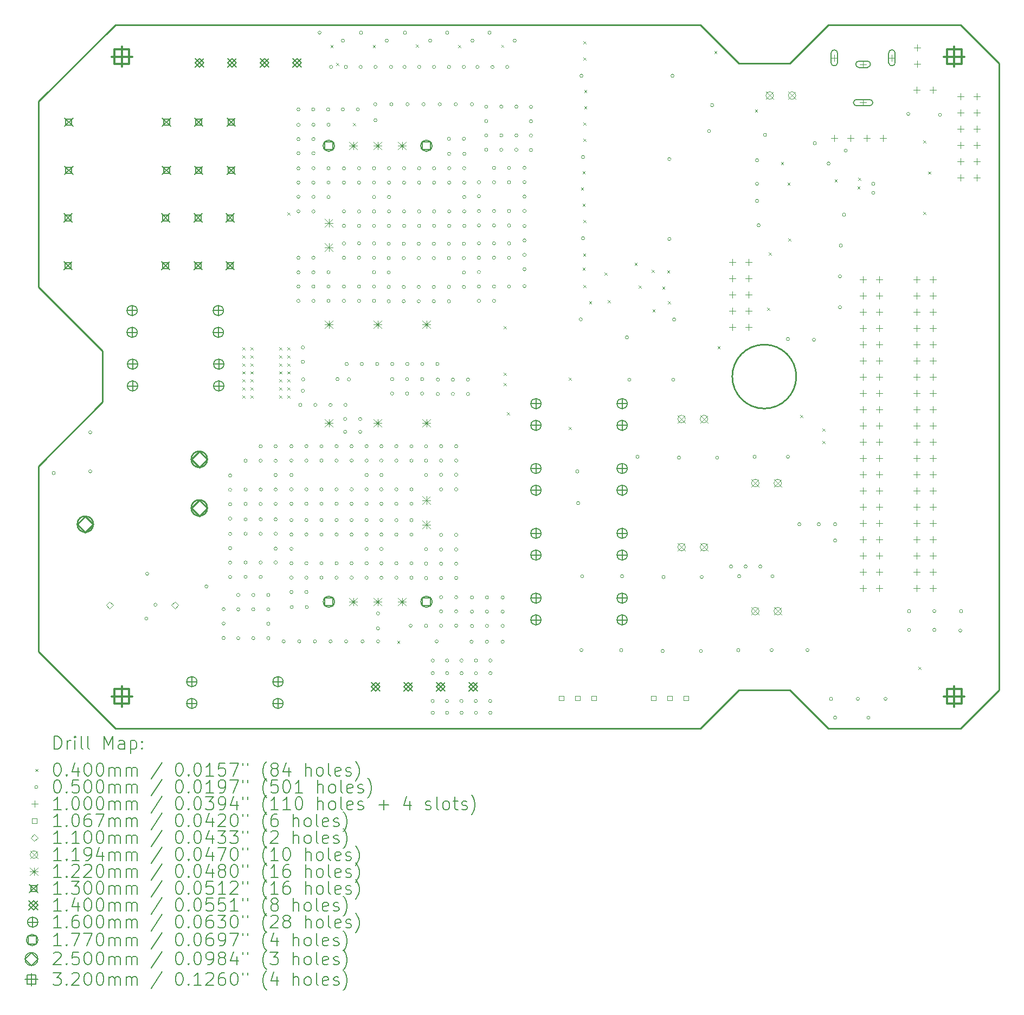
<source format=gbr>
%TF.GenerationSoftware,KiCad,Pcbnew,(6.0.10)*%
%TF.CreationDate,2023-02-22T22:59:29-05:00*%
%TF.ProjectId,System Management Board,53797374-656d-4204-9d61-6e6167656d65,rev?*%
%TF.SameCoordinates,Original*%
%TF.FileFunction,Drillmap*%
%TF.FilePolarity,Positive*%
%FSLAX45Y45*%
G04 Gerber Fmt 4.5, Leading zero omitted, Abs format (unit mm)*
G04 Created by KiCad (PCBNEW (6.0.10)) date 2023-02-22 22:59:29*
%MOMM*%
%LPD*%
G01*
G04 APERTURE LIST*
%ADD10C,0.250000*%
%ADD11C,0.200000*%
%ADD12C,0.040000*%
%ADD13C,0.050000*%
%ADD14C,0.100000*%
%ADD15C,0.106680*%
%ADD16C,0.110000*%
%ADD17C,0.119380*%
%ADD18C,0.122000*%
%ADD19C,0.130000*%
%ADD20C,0.140000*%
%ADD21C,0.160020*%
%ADD22C,0.177000*%
%ADD23C,0.320000*%
G04 APERTURE END LIST*
D10*
X8372500Y-10436514D02*
X7372500Y-11436514D01*
X19705833Y-15536514D02*
X21772500Y-15536514D01*
X8572500Y-15536513D02*
X17705833Y-15536514D01*
X19105833Y-14936514D02*
X19705833Y-15536514D01*
X19105833Y-5136514D02*
X18305833Y-5136514D01*
X8372500Y-9636514D02*
X8372500Y-10436514D01*
X21772500Y-15536514D02*
X22372500Y-14936514D01*
X21772500Y-4536514D02*
X19705833Y-4536514D01*
X7372500Y-14336514D02*
X8572500Y-15536513D01*
X17705833Y-4536514D02*
X8572500Y-4536514D01*
X22372500Y-14936514D02*
X22372500Y-5136514D01*
X7372500Y-8636514D02*
X8372500Y-9636514D01*
X19705833Y-4536514D02*
X19105833Y-5136514D01*
X7372500Y-5736514D02*
X7372500Y-8636514D01*
X18305833Y-14936514D02*
X19105833Y-14936514D01*
X18305833Y-5136514D02*
X17705833Y-4536514D01*
X19205833Y-10036514D02*
G75*
G03*
X19205833Y-10036514I-500000J0D01*
G01*
X7372500Y-11436514D02*
X7372500Y-14336514D01*
X8572500Y-4536514D02*
X7372500Y-5736514D01*
X22372500Y-5136514D02*
X21772500Y-4536514D01*
X17705833Y-15536514D02*
X18305833Y-14936514D01*
D11*
D12*
X10555000Y-9580000D02*
X10595000Y-9620000D01*
X10595000Y-9580000D02*
X10555000Y-9620000D01*
X10555000Y-9705000D02*
X10595000Y-9745000D01*
X10595000Y-9705000D02*
X10555000Y-9745000D01*
X10555000Y-9830000D02*
X10595000Y-9870000D01*
X10595000Y-9830000D02*
X10555000Y-9870000D01*
X10555000Y-9955000D02*
X10595000Y-9995000D01*
X10595000Y-9955000D02*
X10555000Y-9995000D01*
X10555000Y-10080000D02*
X10595000Y-10120000D01*
X10595000Y-10080000D02*
X10555000Y-10120000D01*
X10555000Y-10205000D02*
X10595000Y-10245000D01*
X10595000Y-10205000D02*
X10555000Y-10245000D01*
X10555000Y-10330000D02*
X10595000Y-10370000D01*
X10595000Y-10330000D02*
X10555000Y-10370000D01*
X10680000Y-9580000D02*
X10720000Y-9620000D01*
X10720000Y-9580000D02*
X10680000Y-9620000D01*
X10680000Y-9705000D02*
X10720000Y-9745000D01*
X10720000Y-9705000D02*
X10680000Y-9745000D01*
X10680000Y-9830000D02*
X10720000Y-9870000D01*
X10720000Y-9830000D02*
X10680000Y-9870000D01*
X10680000Y-9955000D02*
X10720000Y-9995000D01*
X10720000Y-9955000D02*
X10680000Y-9995000D01*
X10680000Y-10080000D02*
X10720000Y-10120000D01*
X10720000Y-10080000D02*
X10680000Y-10120000D01*
X10680000Y-10205000D02*
X10720000Y-10245000D01*
X10720000Y-10205000D02*
X10680000Y-10245000D01*
X10680000Y-10330000D02*
X10720000Y-10370000D01*
X10720000Y-10330000D02*
X10680000Y-10370000D01*
X11130000Y-9580000D02*
X11170000Y-9620000D01*
X11170000Y-9580000D02*
X11130000Y-9620000D01*
X11130000Y-9705000D02*
X11170000Y-9745000D01*
X11170000Y-9705000D02*
X11130000Y-9745000D01*
X11130000Y-9830000D02*
X11170000Y-9870000D01*
X11170000Y-9830000D02*
X11130000Y-9870000D01*
X11130000Y-9955000D02*
X11170000Y-9995000D01*
X11170000Y-9955000D02*
X11130000Y-9995000D01*
X11130000Y-10080000D02*
X11170000Y-10120000D01*
X11170000Y-10080000D02*
X11130000Y-10120000D01*
X11130000Y-10205000D02*
X11170000Y-10245000D01*
X11170000Y-10205000D02*
X11130000Y-10245000D01*
X11130000Y-10330000D02*
X11170000Y-10370000D01*
X11170000Y-10330000D02*
X11130000Y-10370000D01*
X11255000Y-9580000D02*
X11295000Y-9620000D01*
X11295000Y-9580000D02*
X11255000Y-9620000D01*
X11255000Y-9705000D02*
X11295000Y-9745000D01*
X11295000Y-9705000D02*
X11255000Y-9745000D01*
X11255000Y-9830000D02*
X11295000Y-9870000D01*
X11295000Y-9830000D02*
X11255000Y-9870000D01*
X11255000Y-9955000D02*
X11295000Y-9995000D01*
X11295000Y-9955000D02*
X11255000Y-9995000D01*
X11255000Y-10080000D02*
X11295000Y-10120000D01*
X11295000Y-10080000D02*
X11255000Y-10120000D01*
X11255000Y-10205000D02*
X11295000Y-10245000D01*
X11295000Y-10205000D02*
X11255000Y-10245000D01*
X11255000Y-10330000D02*
X11295000Y-10370000D01*
X11295000Y-10330000D02*
X11255000Y-10370000D01*
X11257600Y-7473000D02*
X11297600Y-7513000D01*
X11297600Y-7473000D02*
X11257600Y-7513000D01*
X11930700Y-4856800D02*
X11970700Y-4896800D01*
X11970700Y-4856800D02*
X11930700Y-4896800D01*
X12021261Y-5135514D02*
X12061261Y-5175514D01*
X12061261Y-5135514D02*
X12021261Y-5175514D01*
X12281220Y-6073460D02*
X12321220Y-6113460D01*
X12321220Y-6073460D02*
X12281220Y-6113460D01*
X12591100Y-4856800D02*
X12631100Y-4896800D01*
X12631100Y-4856800D02*
X12591100Y-4896800D01*
X12972100Y-14165900D02*
X13012100Y-14205900D01*
X13012100Y-14165900D02*
X12972100Y-14205900D01*
X13264200Y-4844100D02*
X13304200Y-4884100D01*
X13304200Y-4844100D02*
X13264200Y-4884100D01*
X13924600Y-4856800D02*
X13964600Y-4896800D01*
X13964600Y-4856800D02*
X13924600Y-4896800D01*
X14597700Y-4850030D02*
X14637700Y-4890030D01*
X14637700Y-4850030D02*
X14597700Y-4890030D01*
X14635800Y-9251000D02*
X14675800Y-9291000D01*
X14675800Y-9251000D02*
X14635800Y-9291000D01*
X14635800Y-9974900D02*
X14675800Y-10014900D01*
X14675800Y-9974900D02*
X14635800Y-10014900D01*
X14635800Y-10140000D02*
X14675800Y-10180000D01*
X14675800Y-10140000D02*
X14635800Y-10180000D01*
X14686600Y-10597200D02*
X14726600Y-10637200D01*
X14726600Y-10597200D02*
X14686600Y-10637200D01*
X15651800Y-10051100D02*
X15691800Y-10091100D01*
X15691800Y-10051100D02*
X15651800Y-10091100D01*
X15651800Y-10825800D02*
X15691800Y-10865800D01*
X15691800Y-10825800D02*
X15651800Y-10865800D01*
X15842300Y-7079300D02*
X15882300Y-7119300D01*
X15882300Y-7079300D02*
X15842300Y-7119300D01*
X15867700Y-6825300D02*
X15907700Y-6865300D01*
X15907700Y-6825300D02*
X15867700Y-6865300D01*
X15867700Y-7333300D02*
X15907700Y-7373300D01*
X15907700Y-7333300D02*
X15867700Y-7373300D01*
X15867700Y-8336600D02*
X15907700Y-8376600D01*
X15907700Y-8336600D02*
X15867700Y-8376600D01*
X15877225Y-8111175D02*
X15917225Y-8151175D01*
X15917225Y-8111175D02*
X15877225Y-8151175D01*
X15880400Y-4793300D02*
X15920400Y-4833300D01*
X15920400Y-4793300D02*
X15880400Y-4833300D01*
X15880400Y-5047300D02*
X15920400Y-5087300D01*
X15920400Y-5047300D02*
X15880400Y-5087300D01*
X15880400Y-6063300D02*
X15920400Y-6103300D01*
X15920400Y-6063300D02*
X15880400Y-6103300D01*
X15880400Y-6317300D02*
X15920400Y-6357300D01*
X15920400Y-6317300D02*
X15880400Y-6357300D01*
X15880400Y-7587300D02*
X15920400Y-7627300D01*
X15920400Y-7587300D02*
X15880400Y-7627300D01*
X15880400Y-8603300D02*
X15920400Y-8643300D01*
X15920400Y-8603300D02*
X15880400Y-8643300D01*
X15893100Y-5555300D02*
X15933100Y-5595300D01*
X15933100Y-5555300D02*
X15893100Y-5595300D01*
X15893100Y-5809300D02*
X15933100Y-5849300D01*
X15933100Y-5809300D02*
X15893100Y-5849300D01*
X15969300Y-8857300D02*
X16009300Y-8897300D01*
X16009300Y-8857300D02*
X15969300Y-8897300D01*
X16210600Y-8412800D02*
X16250600Y-8452800D01*
X16250600Y-8412800D02*
X16210600Y-8452800D01*
X16261400Y-8844600D02*
X16301400Y-8884600D01*
X16301400Y-8844600D02*
X16261400Y-8884600D01*
X16680500Y-8260400D02*
X16720500Y-8300400D01*
X16720500Y-8260400D02*
X16680500Y-8300400D01*
X16744000Y-8616000D02*
X16784000Y-8656000D01*
X16784000Y-8616000D02*
X16744000Y-8656000D01*
X16946940Y-8366327D02*
X16986940Y-8406327D01*
X16986940Y-8366327D02*
X16946940Y-8406327D01*
X16959900Y-8984300D02*
X16999900Y-9024300D01*
X16999900Y-8984300D02*
X16959900Y-9024300D01*
X17112300Y-8628700D02*
X17152300Y-8668700D01*
X17152300Y-8628700D02*
X17112300Y-8668700D01*
X17188500Y-8374700D02*
X17228500Y-8414700D01*
X17228500Y-8374700D02*
X17188500Y-8414700D01*
X17201200Y-8857300D02*
X17241200Y-8897300D01*
X17241200Y-8857300D02*
X17201200Y-8897300D01*
X17925100Y-4945700D02*
X17965100Y-4985700D01*
X17965100Y-4945700D02*
X17925100Y-4985700D01*
X17975640Y-9561751D02*
X18015640Y-9601751D01*
X18015640Y-9561751D02*
X17975640Y-9601751D01*
X18560100Y-5860100D02*
X18600100Y-5900100D01*
X18600100Y-5860100D02*
X18560100Y-5900100D01*
X18750600Y-8958900D02*
X18790600Y-8998900D01*
X18790600Y-8958900D02*
X18750600Y-8998900D01*
X18776000Y-8095300D02*
X18816000Y-8135300D01*
X18816000Y-8095300D02*
X18776000Y-8135300D01*
X18966500Y-6685600D02*
X19006500Y-6725600D01*
X19006500Y-6685600D02*
X18966500Y-6725600D01*
X19068100Y-7003100D02*
X19108100Y-7043100D01*
X19108100Y-7003100D02*
X19068100Y-7043100D01*
X19080800Y-7879400D02*
X19120800Y-7919400D01*
X19120800Y-7879400D02*
X19080800Y-7919400D01*
X19266220Y-10635300D02*
X19306220Y-10675300D01*
X19306220Y-10635300D02*
X19266220Y-10675300D01*
X19614200Y-10851200D02*
X19654200Y-10891200D01*
X19654200Y-10851200D02*
X19614200Y-10891200D01*
X19616740Y-11044240D02*
X19656740Y-11084240D01*
X19656740Y-11044240D02*
X19616740Y-11084240D01*
X19804700Y-6952300D02*
X19844700Y-6992300D01*
X19844700Y-6952300D02*
X19804700Y-6992300D01*
X20160300Y-7066600D02*
X20200300Y-7106600D01*
X20200300Y-7066600D02*
X20160300Y-7106600D01*
X20173000Y-6926900D02*
X20213000Y-6966900D01*
X20213000Y-6926900D02*
X20173000Y-6966900D01*
X21112800Y-14572300D02*
X21152800Y-14612300D01*
X21152800Y-14572300D02*
X21112800Y-14612300D01*
X21189000Y-6343628D02*
X21229000Y-6383628D01*
X21229000Y-6343628D02*
X21189000Y-6383628D01*
X21189000Y-7460300D02*
X21229000Y-7500300D01*
X21229000Y-7460300D02*
X21189000Y-7500300D01*
X21265460Y-6830380D02*
X21305460Y-6870380D01*
X21305460Y-6830380D02*
X21265460Y-6870380D01*
D13*
X7632300Y-11544300D02*
G75*
G03*
X7632300Y-11544300I-25000J0D01*
G01*
X8203800Y-10909300D02*
G75*
G03*
X8203800Y-10909300I-25000J0D01*
G01*
X8203800Y-11518900D02*
G75*
G03*
X8203800Y-11518900I-25000J0D01*
G01*
X9080100Y-13817600D02*
G75*
G03*
X9080100Y-13817600I-25000J0D01*
G01*
X9092800Y-13119100D02*
G75*
G03*
X9092800Y-13119100I-25000J0D01*
G01*
X9222340Y-13604240D02*
G75*
G03*
X9222340Y-13604240I-25000J0D01*
G01*
X10017360Y-13317220D02*
G75*
G03*
X10017360Y-13317220I-25000J0D01*
G01*
X10286600Y-13672400D02*
G75*
G03*
X10286600Y-13672400I-25000J0D01*
G01*
X10286600Y-13897400D02*
G75*
G03*
X10286600Y-13897400I-25000J0D01*
G01*
X10286600Y-14122400D02*
G75*
G03*
X10286600Y-14122400I-25000J0D01*
G01*
X10388200Y-11582400D02*
G75*
G03*
X10388200Y-11582400I-25000J0D01*
G01*
X10388200Y-11807400D02*
G75*
G03*
X10388200Y-11807400I-25000J0D01*
G01*
X10388200Y-12032400D02*
G75*
G03*
X10388200Y-12032400I-25000J0D01*
G01*
X10388200Y-12257400D02*
G75*
G03*
X10388200Y-12257400I-25000J0D01*
G01*
X10388200Y-12494900D02*
G75*
G03*
X10388200Y-12494900I-25000J0D01*
G01*
X10388200Y-12719900D02*
G75*
G03*
X10388200Y-12719900I-25000J0D01*
G01*
X10388200Y-12944900D02*
G75*
G03*
X10388200Y-12944900I-25000J0D01*
G01*
X10388200Y-13169900D02*
G75*
G03*
X10388200Y-13169900I-25000J0D01*
G01*
X10515100Y-13451000D02*
G75*
G03*
X10515100Y-13451000I-25000J0D01*
G01*
X10515100Y-13676000D02*
G75*
G03*
X10515100Y-13676000I-25000J0D01*
G01*
X10515100Y-14126000D02*
G75*
G03*
X10515100Y-14126000I-25000J0D01*
G01*
X10629400Y-11351900D02*
G75*
G03*
X10629400Y-11351900I-25000J0D01*
G01*
X10629400Y-11801900D02*
G75*
G03*
X10629400Y-11801900I-25000J0D01*
G01*
X10629400Y-12026900D02*
G75*
G03*
X10629400Y-12026900I-25000J0D01*
G01*
X10629500Y-12268200D02*
G75*
G03*
X10629500Y-12268200I-25000J0D01*
G01*
X10629500Y-12493200D02*
G75*
G03*
X10629500Y-12493200I-25000J0D01*
G01*
X10629500Y-12943200D02*
G75*
G03*
X10629500Y-12943200I-25000J0D01*
G01*
X10629500Y-13168200D02*
G75*
G03*
X10629500Y-13168200I-25000J0D01*
G01*
X10750100Y-13451000D02*
G75*
G03*
X10750100Y-13451000I-25000J0D01*
G01*
X10750100Y-13676000D02*
G75*
G03*
X10750100Y-13676000I-25000J0D01*
G01*
X10750100Y-14126000D02*
G75*
G03*
X10750100Y-14126000I-25000J0D01*
G01*
X10864400Y-11126900D02*
G75*
G03*
X10864400Y-11126900I-25000J0D01*
G01*
X10864400Y-11351900D02*
G75*
G03*
X10864400Y-11351900I-25000J0D01*
G01*
X10864400Y-11801900D02*
G75*
G03*
X10864400Y-11801900I-25000J0D01*
G01*
X10864400Y-12026900D02*
G75*
G03*
X10864400Y-12026900I-25000J0D01*
G01*
X10864500Y-12268200D02*
G75*
G03*
X10864500Y-12268200I-25000J0D01*
G01*
X10864500Y-12493200D02*
G75*
G03*
X10864500Y-12493200I-25000J0D01*
G01*
X10864500Y-12943200D02*
G75*
G03*
X10864500Y-12943200I-25000J0D01*
G01*
X10864500Y-13168200D02*
G75*
G03*
X10864500Y-13168200I-25000J0D01*
G01*
X10985100Y-13451000D02*
G75*
G03*
X10985100Y-13451000I-25000J0D01*
G01*
X10985100Y-13676000D02*
G75*
G03*
X10985100Y-13676000I-25000J0D01*
G01*
X10985100Y-13901000D02*
G75*
G03*
X10985100Y-13901000I-25000J0D01*
G01*
X10985100Y-14126000D02*
G75*
G03*
X10985100Y-14126000I-25000J0D01*
G01*
X11099400Y-11126900D02*
G75*
G03*
X11099400Y-11126900I-25000J0D01*
G01*
X11099400Y-11351900D02*
G75*
G03*
X11099400Y-11351900I-25000J0D01*
G01*
X11099400Y-11576900D02*
G75*
G03*
X11099400Y-11576900I-25000J0D01*
G01*
X11099400Y-11801900D02*
G75*
G03*
X11099400Y-11801900I-25000J0D01*
G01*
X11099400Y-12026900D02*
G75*
G03*
X11099400Y-12026900I-25000J0D01*
G01*
X11099400Y-12725400D02*
G75*
G03*
X11099400Y-12725400I-25000J0D01*
G01*
X11099500Y-12268200D02*
G75*
G03*
X11099500Y-12268200I-25000J0D01*
G01*
X11099500Y-12493200D02*
G75*
G03*
X11099500Y-12493200I-25000J0D01*
G01*
X11099500Y-12943200D02*
G75*
G03*
X11099500Y-12943200I-25000J0D01*
G01*
X11225000Y-14176800D02*
G75*
G03*
X11225000Y-14176800I-25000J0D01*
G01*
X11345000Y-11125000D02*
G75*
G03*
X11345000Y-11125000I-25000J0D01*
G01*
X11345000Y-11350000D02*
G75*
G03*
X11345000Y-11350000I-25000J0D01*
G01*
X11345000Y-11575000D02*
G75*
G03*
X11345000Y-11575000I-25000J0D01*
G01*
X11345000Y-11800000D02*
G75*
G03*
X11345000Y-11800000I-25000J0D01*
G01*
X11345000Y-12025000D02*
G75*
G03*
X11345000Y-12025000I-25000J0D01*
G01*
X11345000Y-12280000D02*
G75*
G03*
X11345000Y-12280000I-25000J0D01*
G01*
X11345000Y-12505000D02*
G75*
G03*
X11345000Y-12505000I-25000J0D01*
G01*
X11345000Y-12730000D02*
G75*
G03*
X11345000Y-12730000I-25000J0D01*
G01*
X11345000Y-12955000D02*
G75*
G03*
X11345000Y-12955000I-25000J0D01*
G01*
X11345000Y-13180000D02*
G75*
G03*
X11345000Y-13180000I-25000J0D01*
G01*
X11345000Y-13405000D02*
G75*
G03*
X11345000Y-13405000I-25000J0D01*
G01*
X11350000Y-13640000D02*
G75*
G03*
X11350000Y-13640000I-25000J0D01*
G01*
X11454900Y-6324600D02*
G75*
G03*
X11454900Y-6324600I-25000J0D01*
G01*
X11454900Y-7004900D02*
G75*
G03*
X11454900Y-7004900I-25000J0D01*
G01*
X11454900Y-7454900D02*
G75*
G03*
X11454900Y-7454900I-25000J0D01*
G01*
X11454900Y-8178800D02*
G75*
G03*
X11454900Y-8178800I-25000J0D01*
G01*
X11454900Y-8628800D02*
G75*
G03*
X11454900Y-8628800I-25000J0D01*
G01*
X11454900Y-8853800D02*
G75*
G03*
X11454900Y-8853800I-25000J0D01*
G01*
X11455000Y-5860200D02*
G75*
G03*
X11455000Y-5860200I-25000J0D01*
G01*
X11455000Y-6101500D02*
G75*
G03*
X11455000Y-6101500I-25000J0D01*
G01*
X11455000Y-6546000D02*
G75*
G03*
X11455000Y-6546000I-25000J0D01*
G01*
X11455000Y-6781800D02*
G75*
G03*
X11455000Y-6781800I-25000J0D01*
G01*
X11455000Y-7226300D02*
G75*
G03*
X11455000Y-7226300I-25000J0D01*
G01*
X11455000Y-8407400D02*
G75*
G03*
X11455000Y-8407400I-25000J0D01*
G01*
X11468736Y-14176800D02*
G75*
G03*
X11468736Y-14176800I-25000J0D01*
G01*
X11485000Y-10480000D02*
G75*
G03*
X11485000Y-10480000I-25000J0D01*
G01*
X11525000Y-9580000D02*
G75*
G03*
X11525000Y-9580000I-25000J0D01*
G01*
X11525000Y-9805000D02*
G75*
G03*
X11525000Y-9805000I-25000J0D01*
G01*
X11525000Y-10260000D02*
G75*
G03*
X11525000Y-10260000I-25000J0D01*
G01*
X11530000Y-10080000D02*
G75*
G03*
X11530000Y-10080000I-25000J0D01*
G01*
X11580000Y-11125000D02*
G75*
G03*
X11580000Y-11125000I-25000J0D01*
G01*
X11580000Y-11350000D02*
G75*
G03*
X11580000Y-11350000I-25000J0D01*
G01*
X11580000Y-11800000D02*
G75*
G03*
X11580000Y-11800000I-25000J0D01*
G01*
X11580000Y-12025000D02*
G75*
G03*
X11580000Y-12025000I-25000J0D01*
G01*
X11580000Y-12280000D02*
G75*
G03*
X11580000Y-12280000I-25000J0D01*
G01*
X11580000Y-12505000D02*
G75*
G03*
X11580000Y-12505000I-25000J0D01*
G01*
X11580000Y-12955000D02*
G75*
G03*
X11580000Y-12955000I-25000J0D01*
G01*
X11580000Y-13180000D02*
G75*
G03*
X11580000Y-13180000I-25000J0D01*
G01*
X11580000Y-13405000D02*
G75*
G03*
X11580000Y-13405000I-25000J0D01*
G01*
X11585000Y-13640000D02*
G75*
G03*
X11585000Y-13640000I-25000J0D01*
G01*
X11686775Y-5860200D02*
G75*
G03*
X11686775Y-5860200I-25000J0D01*
G01*
X11689900Y-6099600D02*
G75*
G03*
X11689900Y-6099600I-25000J0D01*
G01*
X11689900Y-6324600D02*
G75*
G03*
X11689900Y-6324600I-25000J0D01*
G01*
X11689900Y-6779900D02*
G75*
G03*
X11689900Y-6779900I-25000J0D01*
G01*
X11689900Y-7004900D02*
G75*
G03*
X11689900Y-7004900I-25000J0D01*
G01*
X11689900Y-7454900D02*
G75*
G03*
X11689900Y-7454900I-25000J0D01*
G01*
X11689900Y-8178800D02*
G75*
G03*
X11689900Y-8178800I-25000J0D01*
G01*
X11689900Y-8628800D02*
G75*
G03*
X11689900Y-8628800I-25000J0D01*
G01*
X11689900Y-8853800D02*
G75*
G03*
X11689900Y-8853800I-25000J0D01*
G01*
X11690000Y-6546000D02*
G75*
G03*
X11690000Y-6546000I-25000J0D01*
G01*
X11690000Y-7226300D02*
G75*
G03*
X11690000Y-7226300I-25000J0D01*
G01*
X11690000Y-8407400D02*
G75*
G03*
X11690000Y-8407400I-25000J0D01*
G01*
X11712473Y-14176800D02*
G75*
G03*
X11712473Y-14176800I-25000J0D01*
G01*
X11720000Y-10480000D02*
G75*
G03*
X11720000Y-10480000I-25000J0D01*
G01*
X11785200Y-4660900D02*
G75*
G03*
X11785200Y-4660900I-25000J0D01*
G01*
X11815000Y-11125000D02*
G75*
G03*
X11815000Y-11125000I-25000J0D01*
G01*
X11815000Y-11350000D02*
G75*
G03*
X11815000Y-11350000I-25000J0D01*
G01*
X11815000Y-11800000D02*
G75*
G03*
X11815000Y-11800000I-25000J0D01*
G01*
X11815000Y-12025000D02*
G75*
G03*
X11815000Y-12025000I-25000J0D01*
G01*
X11815000Y-12280000D02*
G75*
G03*
X11815000Y-12280000I-25000J0D01*
G01*
X11815000Y-12505000D02*
G75*
G03*
X11815000Y-12505000I-25000J0D01*
G01*
X11815000Y-12955000D02*
G75*
G03*
X11815000Y-12955000I-25000J0D01*
G01*
X11815000Y-13180000D02*
G75*
G03*
X11815000Y-13180000I-25000J0D01*
G01*
X11918550Y-5860200D02*
G75*
G03*
X11918550Y-5860200I-25000J0D01*
G01*
X11924900Y-6099600D02*
G75*
G03*
X11924900Y-6099600I-25000J0D01*
G01*
X11924900Y-6779900D02*
G75*
G03*
X11924900Y-6779900I-25000J0D01*
G01*
X11924900Y-7004900D02*
G75*
G03*
X11924900Y-7004900I-25000J0D01*
G01*
X11924900Y-7229900D02*
G75*
G03*
X11924900Y-7229900I-25000J0D01*
G01*
X11924900Y-8403800D02*
G75*
G03*
X11924900Y-8403800I-25000J0D01*
G01*
X11924900Y-8628800D02*
G75*
G03*
X11924900Y-8628800I-25000J0D01*
G01*
X11924900Y-8853800D02*
G75*
G03*
X11924900Y-8853800I-25000J0D01*
G01*
X11955000Y-10480000D02*
G75*
G03*
X11955000Y-10480000I-25000J0D01*
G01*
X11956209Y-14176800D02*
G75*
G03*
X11956209Y-14176800I-25000J0D01*
G01*
X11964332Y-5196740D02*
G75*
G03*
X11964332Y-5196740I-25000J0D01*
G01*
X12050000Y-11125000D02*
G75*
G03*
X12050000Y-11125000I-25000J0D01*
G01*
X12050000Y-11350000D02*
G75*
G03*
X12050000Y-11350000I-25000J0D01*
G01*
X12050000Y-11800000D02*
G75*
G03*
X12050000Y-11800000I-25000J0D01*
G01*
X12050000Y-12025000D02*
G75*
G03*
X12050000Y-12025000I-25000J0D01*
G01*
X12050000Y-12280000D02*
G75*
G03*
X12050000Y-12280000I-25000J0D01*
G01*
X12050000Y-12505000D02*
G75*
G03*
X12050000Y-12505000I-25000J0D01*
G01*
X12050000Y-12955000D02*
G75*
G03*
X12050000Y-12955000I-25000J0D01*
G01*
X12050000Y-13180000D02*
G75*
G03*
X12050000Y-13180000I-25000J0D01*
G01*
X12065000Y-10075000D02*
G75*
G03*
X12065000Y-10075000I-25000J0D01*
G01*
X12150325Y-5860200D02*
G75*
G03*
X12150325Y-5860200I-25000J0D01*
G01*
X12150780Y-4785460D02*
G75*
G03*
X12150780Y-4785460I-25000J0D01*
G01*
X12166100Y-7004900D02*
G75*
G03*
X12166100Y-7004900I-25000J0D01*
G01*
X12166100Y-7454900D02*
G75*
G03*
X12166100Y-7454900I-25000J0D01*
G01*
X12166100Y-7679900D02*
G75*
G03*
X12166100Y-7679900I-25000J0D01*
G01*
X12166100Y-8178800D02*
G75*
G03*
X12166100Y-8178800I-25000J0D01*
G01*
X12166100Y-8628800D02*
G75*
G03*
X12166100Y-8628800I-25000J0D01*
G01*
X12166100Y-8853800D02*
G75*
G03*
X12166100Y-8853800I-25000J0D01*
G01*
X12166200Y-6781800D02*
G75*
G03*
X12166200Y-6781800I-25000J0D01*
G01*
X12166200Y-7955700D02*
G75*
G03*
X12166200Y-7955700I-25000J0D01*
G01*
X12185000Y-10700000D02*
G75*
G03*
X12185000Y-10700000I-25000J0D01*
G01*
X12185000Y-10900000D02*
G75*
G03*
X12185000Y-10900000I-25000J0D01*
G01*
X12190000Y-10480000D02*
G75*
G03*
X12190000Y-10480000I-25000J0D01*
G01*
X12196031Y-5196740D02*
G75*
G03*
X12196031Y-5196740I-25000J0D01*
G01*
X12199945Y-14176800D02*
G75*
G03*
X12199945Y-14176800I-25000J0D01*
G01*
X12210000Y-9840000D02*
G75*
G03*
X12210000Y-9840000I-25000J0D01*
G01*
X12245000Y-10080000D02*
G75*
G03*
X12245000Y-10080000I-25000J0D01*
G01*
X12285000Y-11125000D02*
G75*
G03*
X12285000Y-11125000I-25000J0D01*
G01*
X12285000Y-11350000D02*
G75*
G03*
X12285000Y-11350000I-25000J0D01*
G01*
X12285000Y-11800000D02*
G75*
G03*
X12285000Y-11800000I-25000J0D01*
G01*
X12285000Y-12025000D02*
G75*
G03*
X12285000Y-12025000I-25000J0D01*
G01*
X12285000Y-12280000D02*
G75*
G03*
X12285000Y-12280000I-25000J0D01*
G01*
X12285000Y-12505000D02*
G75*
G03*
X12285000Y-12505000I-25000J0D01*
G01*
X12285000Y-12955000D02*
G75*
G03*
X12285000Y-12955000I-25000J0D01*
G01*
X12285000Y-13180000D02*
G75*
G03*
X12285000Y-13180000I-25000J0D01*
G01*
X12382100Y-5860200D02*
G75*
G03*
X12382100Y-5860200I-25000J0D01*
G01*
X12401100Y-6779900D02*
G75*
G03*
X12401100Y-6779900I-25000J0D01*
G01*
X12401100Y-7004900D02*
G75*
G03*
X12401100Y-7004900I-25000J0D01*
G01*
X12401100Y-7454900D02*
G75*
G03*
X12401100Y-7454900I-25000J0D01*
G01*
X12401100Y-7679900D02*
G75*
G03*
X12401100Y-7679900I-25000J0D01*
G01*
X12401100Y-7953800D02*
G75*
G03*
X12401100Y-7953800I-25000J0D01*
G01*
X12401100Y-8178800D02*
G75*
G03*
X12401100Y-8178800I-25000J0D01*
G01*
X12401100Y-8628800D02*
G75*
G03*
X12401100Y-8628800I-25000J0D01*
G01*
X12401100Y-8853800D02*
G75*
G03*
X12401100Y-8853800I-25000J0D01*
G01*
X12420000Y-10700000D02*
G75*
G03*
X12420000Y-10700000I-25000J0D01*
G01*
X12420000Y-10900000D02*
G75*
G03*
X12420000Y-10900000I-25000J0D01*
G01*
X12427819Y-5196740D02*
G75*
G03*
X12427819Y-5196740I-25000J0D01*
G01*
X12432900Y-4660900D02*
G75*
G03*
X12432900Y-4660900I-25000J0D01*
G01*
X12445000Y-9840000D02*
G75*
G03*
X12445000Y-9840000I-25000J0D01*
G01*
X12456381Y-14176800D02*
G75*
G03*
X12456381Y-14176800I-25000J0D01*
G01*
X12520000Y-11125000D02*
G75*
G03*
X12520000Y-11125000I-25000J0D01*
G01*
X12520000Y-11350000D02*
G75*
G03*
X12520000Y-11350000I-25000J0D01*
G01*
X12520000Y-11575000D02*
G75*
G03*
X12520000Y-11575000I-25000J0D01*
G01*
X12520000Y-11800000D02*
G75*
G03*
X12520000Y-11800000I-25000J0D01*
G01*
X12520000Y-12025000D02*
G75*
G03*
X12520000Y-12025000I-25000J0D01*
G01*
X12520000Y-12280000D02*
G75*
G03*
X12520000Y-12280000I-25000J0D01*
G01*
X12520000Y-12505000D02*
G75*
G03*
X12520000Y-12505000I-25000J0D01*
G01*
X12520000Y-12730000D02*
G75*
G03*
X12520000Y-12730000I-25000J0D01*
G01*
X12520000Y-12955000D02*
G75*
G03*
X12520000Y-12955000I-25000J0D01*
G01*
X12520000Y-13180000D02*
G75*
G03*
X12520000Y-13180000I-25000J0D01*
G01*
X12636100Y-6779900D02*
G75*
G03*
X12636100Y-6779900I-25000J0D01*
G01*
X12636100Y-7004900D02*
G75*
G03*
X12636100Y-7004900I-25000J0D01*
G01*
X12636100Y-7229900D02*
G75*
G03*
X12636100Y-7229900I-25000J0D01*
G01*
X12636100Y-7454900D02*
G75*
G03*
X12636100Y-7454900I-25000J0D01*
G01*
X12636100Y-7679900D02*
G75*
G03*
X12636100Y-7679900I-25000J0D01*
G01*
X12636100Y-7953800D02*
G75*
G03*
X12636100Y-7953800I-25000J0D01*
G01*
X12636100Y-8178800D02*
G75*
G03*
X12636100Y-8178800I-25000J0D01*
G01*
X12636100Y-8403800D02*
G75*
G03*
X12636100Y-8403800I-25000J0D01*
G01*
X12636100Y-8628800D02*
G75*
G03*
X12636100Y-8628800I-25000J0D01*
G01*
X12636100Y-8853800D02*
G75*
G03*
X12636100Y-8853800I-25000J0D01*
G01*
X12655200Y-5780000D02*
G75*
G03*
X12655200Y-5780000I-25000J0D01*
G01*
X12656420Y-6029960D02*
G75*
G03*
X12656420Y-6029960I-25000J0D01*
G01*
X12659349Y-5196740D02*
G75*
G03*
X12659349Y-5196740I-25000J0D01*
G01*
X12685000Y-9840000D02*
G75*
G03*
X12685000Y-9840000I-25000J0D01*
G01*
X12697060Y-13738760D02*
G75*
G03*
X12697060Y-13738760I-25000J0D01*
G01*
X12697060Y-13973760D02*
G75*
G03*
X12697060Y-13973760I-25000J0D01*
G01*
X12700118Y-14176800D02*
G75*
G03*
X12700118Y-14176800I-25000J0D01*
G01*
X12750300Y-11125200D02*
G75*
G03*
X12750300Y-11125200I-25000J0D01*
G01*
X12750300Y-11350200D02*
G75*
G03*
X12750300Y-11350200I-25000J0D01*
G01*
X12750300Y-11575200D02*
G75*
G03*
X12750300Y-11575200I-25000J0D01*
G01*
X12750300Y-11800200D02*
G75*
G03*
X12750300Y-11800200I-25000J0D01*
G01*
X12750300Y-12025200D02*
G75*
G03*
X12750300Y-12025200I-25000J0D01*
G01*
X12750400Y-12280900D02*
G75*
G03*
X12750400Y-12280900I-25000J0D01*
G01*
X12750400Y-12505900D02*
G75*
G03*
X12750400Y-12505900I-25000J0D01*
G01*
X12750400Y-12730900D02*
G75*
G03*
X12750400Y-12730900I-25000J0D01*
G01*
X12750400Y-12955900D02*
G75*
G03*
X12750400Y-12955900I-25000J0D01*
G01*
X12750400Y-13180900D02*
G75*
G03*
X12750400Y-13180900I-25000J0D01*
G01*
X12836107Y-4785460D02*
G75*
G03*
X12836107Y-4785460I-25000J0D01*
G01*
X12865000Y-7960000D02*
G75*
G03*
X12865000Y-7960000I-25000J0D01*
G01*
X12865000Y-8185000D02*
G75*
G03*
X12865000Y-8185000I-25000J0D01*
G01*
X12865000Y-8410000D02*
G75*
G03*
X12865000Y-8410000I-25000J0D01*
G01*
X12865000Y-8635000D02*
G75*
G03*
X12865000Y-8635000I-25000J0D01*
G01*
X12865000Y-8860000D02*
G75*
G03*
X12865000Y-8860000I-25000J0D01*
G01*
X12870000Y-6780000D02*
G75*
G03*
X12870000Y-6780000I-25000J0D01*
G01*
X12870000Y-7005000D02*
G75*
G03*
X12870000Y-7005000I-25000J0D01*
G01*
X12870000Y-7230000D02*
G75*
G03*
X12870000Y-7230000I-25000J0D01*
G01*
X12870000Y-7455000D02*
G75*
G03*
X12870000Y-7455000I-25000J0D01*
G01*
X12870000Y-7680000D02*
G75*
G03*
X12870000Y-7680000I-25000J0D01*
G01*
X12901496Y-5196740D02*
G75*
G03*
X12901496Y-5196740I-25000J0D01*
G01*
X12906833Y-5780000D02*
G75*
G03*
X12906833Y-5780000I-25000J0D01*
G01*
X12918040Y-10077240D02*
G75*
G03*
X12918040Y-10077240I-25000J0D01*
G01*
X12918040Y-10302240D02*
G75*
G03*
X12918040Y-10302240I-25000J0D01*
G01*
X12920000Y-9840000D02*
G75*
G03*
X12920000Y-9840000I-25000J0D01*
G01*
X12985300Y-11125200D02*
G75*
G03*
X12985300Y-11125200I-25000J0D01*
G01*
X12985300Y-11350200D02*
G75*
G03*
X12985300Y-11350200I-25000J0D01*
G01*
X12985300Y-11800200D02*
G75*
G03*
X12985300Y-11800200I-25000J0D01*
G01*
X12985300Y-12025200D02*
G75*
G03*
X12985300Y-12025200I-25000J0D01*
G01*
X12985400Y-12280900D02*
G75*
G03*
X12985400Y-12280900I-25000J0D01*
G01*
X12985400Y-12505900D02*
G75*
G03*
X12985400Y-12505900I-25000J0D01*
G01*
X12985400Y-12955900D02*
G75*
G03*
X12985400Y-12955900I-25000J0D01*
G01*
X12985400Y-13180900D02*
G75*
G03*
X12985400Y-13180900I-25000J0D01*
G01*
X13100000Y-7960000D02*
G75*
G03*
X13100000Y-7960000I-25000J0D01*
G01*
X13100000Y-8185000D02*
G75*
G03*
X13100000Y-8185000I-25000J0D01*
G01*
X13100000Y-8635000D02*
G75*
G03*
X13100000Y-8635000I-25000J0D01*
G01*
X13100000Y-8860000D02*
G75*
G03*
X13100000Y-8860000I-25000J0D01*
G01*
X13105000Y-6780000D02*
G75*
G03*
X13105000Y-6780000I-25000J0D01*
G01*
X13105000Y-7005000D02*
G75*
G03*
X13105000Y-7005000I-25000J0D01*
G01*
X13105000Y-7455000D02*
G75*
G03*
X13105000Y-7455000I-25000J0D01*
G01*
X13105000Y-7680000D02*
G75*
G03*
X13105000Y-7680000I-25000J0D01*
G01*
X13112290Y-5196740D02*
G75*
G03*
X13112290Y-5196740I-25000J0D01*
G01*
X13118700Y-4660900D02*
G75*
G03*
X13118700Y-4660900I-25000J0D01*
G01*
X13153040Y-10077240D02*
G75*
G03*
X13153040Y-10077240I-25000J0D01*
G01*
X13153040Y-10302240D02*
G75*
G03*
X13153040Y-10302240I-25000J0D01*
G01*
X13155000Y-9840000D02*
G75*
G03*
X13155000Y-9840000I-25000J0D01*
G01*
X13158467Y-5780000D02*
G75*
G03*
X13158467Y-5780000I-25000J0D01*
G01*
X13207600Y-13931900D02*
G75*
G03*
X13207600Y-13931900I-25000J0D01*
G01*
X13220300Y-11125200D02*
G75*
G03*
X13220300Y-11125200I-25000J0D01*
G01*
X13220300Y-11350200D02*
G75*
G03*
X13220300Y-11350200I-25000J0D01*
G01*
X13220300Y-11800200D02*
G75*
G03*
X13220300Y-11800200I-25000J0D01*
G01*
X13220300Y-12025200D02*
G75*
G03*
X13220300Y-12025200I-25000J0D01*
G01*
X13220400Y-12280900D02*
G75*
G03*
X13220400Y-12280900I-25000J0D01*
G01*
X13220400Y-12505900D02*
G75*
G03*
X13220400Y-12505900I-25000J0D01*
G01*
X13220400Y-12955900D02*
G75*
G03*
X13220400Y-12955900I-25000J0D01*
G01*
X13220400Y-13180900D02*
G75*
G03*
X13220400Y-13180900I-25000J0D01*
G01*
X13335000Y-7960000D02*
G75*
G03*
X13335000Y-7960000I-25000J0D01*
G01*
X13335000Y-8185000D02*
G75*
G03*
X13335000Y-8185000I-25000J0D01*
G01*
X13335000Y-8635000D02*
G75*
G03*
X13335000Y-8635000I-25000J0D01*
G01*
X13335000Y-8860000D02*
G75*
G03*
X13335000Y-8860000I-25000J0D01*
G01*
X13340000Y-6780000D02*
G75*
G03*
X13340000Y-6780000I-25000J0D01*
G01*
X13340000Y-7005000D02*
G75*
G03*
X13340000Y-7005000I-25000J0D01*
G01*
X13340000Y-7455000D02*
G75*
G03*
X13340000Y-7455000I-25000J0D01*
G01*
X13340000Y-7680000D02*
G75*
G03*
X13340000Y-7680000I-25000J0D01*
G01*
X13340697Y-5196740D02*
G75*
G03*
X13340697Y-5196740I-25000J0D01*
G01*
X13388040Y-10077240D02*
G75*
G03*
X13388040Y-10077240I-25000J0D01*
G01*
X13388040Y-10302240D02*
G75*
G03*
X13388040Y-10302240I-25000J0D01*
G01*
X13390000Y-9840000D02*
G75*
G03*
X13390000Y-9840000I-25000J0D01*
G01*
X13410100Y-5780000D02*
G75*
G03*
X13410100Y-5780000I-25000J0D01*
G01*
X13448900Y-11125200D02*
G75*
G03*
X13448900Y-11125200I-25000J0D01*
G01*
X13448900Y-11350200D02*
G75*
G03*
X13448900Y-11350200I-25000J0D01*
G01*
X13448900Y-11575200D02*
G75*
G03*
X13448900Y-11575200I-25000J0D01*
G01*
X13448900Y-12736400D02*
G75*
G03*
X13448900Y-12736400I-25000J0D01*
G01*
X13448900Y-12961400D02*
G75*
G03*
X13448900Y-12961400I-25000J0D01*
G01*
X13448900Y-13186400D02*
G75*
G03*
X13448900Y-13186400I-25000J0D01*
G01*
X13448900Y-13931900D02*
G75*
G03*
X13448900Y-13931900I-25000J0D01*
G01*
X13512400Y-4785460D02*
G75*
G03*
X13512400Y-4785460I-25000J0D01*
G01*
X13550500Y-15108340D02*
G75*
G03*
X13550500Y-15108340I-25000J0D01*
G01*
X13553040Y-14475460D02*
G75*
G03*
X13553040Y-14475460I-25000J0D01*
G01*
X13553040Y-14672520D02*
G75*
G03*
X13553040Y-14672520I-25000J0D01*
G01*
X13553040Y-15292700D02*
G75*
G03*
X13553040Y-15292700I-25000J0D01*
G01*
X13570000Y-7960000D02*
G75*
G03*
X13570000Y-7960000I-25000J0D01*
G01*
X13570000Y-8185000D02*
G75*
G03*
X13570000Y-8185000I-25000J0D01*
G01*
X13570000Y-8635000D02*
G75*
G03*
X13570000Y-8635000I-25000J0D01*
G01*
X13570000Y-8860000D02*
G75*
G03*
X13570000Y-8860000I-25000J0D01*
G01*
X13573163Y-5196740D02*
G75*
G03*
X13573163Y-5196740I-25000J0D01*
G01*
X13575000Y-6780000D02*
G75*
G03*
X13575000Y-6780000I-25000J0D01*
G01*
X13575000Y-7005000D02*
G75*
G03*
X13575000Y-7005000I-25000J0D01*
G01*
X13575000Y-7455000D02*
G75*
G03*
X13575000Y-7455000I-25000J0D01*
G01*
X13575000Y-7680000D02*
G75*
G03*
X13575000Y-7680000I-25000J0D01*
G01*
X13614000Y-14176800D02*
G75*
G03*
X13614000Y-14176800I-25000J0D01*
G01*
X13625000Y-9840000D02*
G75*
G03*
X13625000Y-9840000I-25000J0D01*
G01*
X13633000Y-10083800D02*
G75*
G03*
X13633000Y-10083800I-25000J0D01*
G01*
X13633000Y-10308800D02*
G75*
G03*
X13633000Y-10308800I-25000J0D01*
G01*
X13661733Y-5780000D02*
G75*
G03*
X13661733Y-5780000I-25000J0D01*
G01*
X13683800Y-11571600D02*
G75*
G03*
X13683800Y-11571600I-25000J0D01*
G01*
X13683800Y-12740000D02*
G75*
G03*
X13683800Y-12740000I-25000J0D01*
G01*
X13683800Y-13485500D02*
G75*
G03*
X13683800Y-13485500I-25000J0D01*
G01*
X13683900Y-11125200D02*
G75*
G03*
X13683900Y-11125200I-25000J0D01*
G01*
X13683900Y-11350200D02*
G75*
G03*
X13683900Y-11350200I-25000J0D01*
G01*
X13683900Y-11800200D02*
G75*
G03*
X13683900Y-11800200I-25000J0D01*
G01*
X13683900Y-12511400D02*
G75*
G03*
X13683900Y-12511400I-25000J0D01*
G01*
X13683900Y-12961400D02*
G75*
G03*
X13683900Y-12961400I-25000J0D01*
G01*
X13683900Y-13186400D02*
G75*
G03*
X13683900Y-13186400I-25000J0D01*
G01*
X13683900Y-13706900D02*
G75*
G03*
X13683900Y-13706900I-25000J0D01*
G01*
X13683900Y-13931900D02*
G75*
G03*
X13683900Y-13931900I-25000J0D01*
G01*
X13775500Y-15108340D02*
G75*
G03*
X13775500Y-15108340I-25000J0D01*
G01*
X13778040Y-14475460D02*
G75*
G03*
X13778040Y-14475460I-25000J0D01*
G01*
X13778040Y-14672520D02*
G75*
G03*
X13778040Y-14672520I-25000J0D01*
G01*
X13778040Y-15292700D02*
G75*
G03*
X13778040Y-15292700I-25000J0D01*
G01*
X13779100Y-4660900D02*
G75*
G03*
X13779100Y-4660900I-25000J0D01*
G01*
X13805000Y-6320000D02*
G75*
G03*
X13805000Y-6320000I-25000J0D01*
G01*
X13805000Y-7960000D02*
G75*
G03*
X13805000Y-7960000I-25000J0D01*
G01*
X13805000Y-8185000D02*
G75*
G03*
X13805000Y-8185000I-25000J0D01*
G01*
X13805000Y-8635000D02*
G75*
G03*
X13805000Y-8635000I-25000J0D01*
G01*
X13805000Y-8860000D02*
G75*
G03*
X13805000Y-8860000I-25000J0D01*
G01*
X13805906Y-5196740D02*
G75*
G03*
X13805906Y-5196740I-25000J0D01*
G01*
X13810000Y-6555000D02*
G75*
G03*
X13810000Y-6555000I-25000J0D01*
G01*
X13810000Y-6780000D02*
G75*
G03*
X13810000Y-6780000I-25000J0D01*
G01*
X13810000Y-7005000D02*
G75*
G03*
X13810000Y-7005000I-25000J0D01*
G01*
X13810000Y-7455000D02*
G75*
G03*
X13810000Y-7455000I-25000J0D01*
G01*
X13810000Y-7680000D02*
G75*
G03*
X13810000Y-7680000I-25000J0D01*
G01*
X13868000Y-10083800D02*
G75*
G03*
X13868000Y-10083800I-25000J0D01*
G01*
X13868000Y-10308800D02*
G75*
G03*
X13868000Y-10308800I-25000J0D01*
G01*
X13913366Y-5780000D02*
G75*
G03*
X13913366Y-5780000I-25000J0D01*
G01*
X13918800Y-11571600D02*
G75*
G03*
X13918800Y-11571600I-25000J0D01*
G01*
X13918800Y-12740000D02*
G75*
G03*
X13918800Y-12740000I-25000J0D01*
G01*
X13918800Y-13184500D02*
G75*
G03*
X13918800Y-13184500I-25000J0D01*
G01*
X13918800Y-13485500D02*
G75*
G03*
X13918800Y-13485500I-25000J0D01*
G01*
X13918800Y-13930000D02*
G75*
G03*
X13918800Y-13930000I-25000J0D01*
G01*
X13918900Y-11125200D02*
G75*
G03*
X13918900Y-11125200I-25000J0D01*
G01*
X13918900Y-11350200D02*
G75*
G03*
X13918900Y-11350200I-25000J0D01*
G01*
X13918900Y-11800200D02*
G75*
G03*
X13918900Y-11800200I-25000J0D01*
G01*
X13918900Y-12511400D02*
G75*
G03*
X13918900Y-12511400I-25000J0D01*
G01*
X13918900Y-12961400D02*
G75*
G03*
X13918900Y-12961400I-25000J0D01*
G01*
X13918900Y-13706900D02*
G75*
G03*
X13918900Y-13706900I-25000J0D01*
G01*
X14000500Y-15108340D02*
G75*
G03*
X14000500Y-15108340I-25000J0D01*
G01*
X14003040Y-14475460D02*
G75*
G03*
X14003040Y-14475460I-25000J0D01*
G01*
X14003040Y-14672520D02*
G75*
G03*
X14003040Y-14672520I-25000J0D01*
G01*
X14003040Y-15292700D02*
G75*
G03*
X14003040Y-15292700I-25000J0D01*
G01*
X14038819Y-5196740D02*
G75*
G03*
X14038819Y-5196740I-25000J0D01*
G01*
X14040000Y-6320000D02*
G75*
G03*
X14040000Y-6320000I-25000J0D01*
G01*
X14040000Y-7960000D02*
G75*
G03*
X14040000Y-7960000I-25000J0D01*
G01*
X14040000Y-8185000D02*
G75*
G03*
X14040000Y-8185000I-25000J0D01*
G01*
X14040000Y-8410000D02*
G75*
G03*
X14040000Y-8410000I-25000J0D01*
G01*
X14040000Y-8635000D02*
G75*
G03*
X14040000Y-8635000I-25000J0D01*
G01*
X14045000Y-6555000D02*
G75*
G03*
X14045000Y-6555000I-25000J0D01*
G01*
X14045000Y-6780000D02*
G75*
G03*
X14045000Y-6780000I-25000J0D01*
G01*
X14045000Y-7005000D02*
G75*
G03*
X14045000Y-7005000I-25000J0D01*
G01*
X14045000Y-7230000D02*
G75*
G03*
X14045000Y-7230000I-25000J0D01*
G01*
X14045000Y-7455000D02*
G75*
G03*
X14045000Y-7455000I-25000J0D01*
G01*
X14045000Y-7680000D02*
G75*
G03*
X14045000Y-7680000I-25000J0D01*
G01*
X14103000Y-10083800D02*
G75*
G03*
X14103000Y-10083800I-25000J0D01*
G01*
X14103000Y-10308800D02*
G75*
G03*
X14103000Y-10308800I-25000J0D01*
G01*
X14157663Y-14180820D02*
G75*
G03*
X14157663Y-14180820I-25000J0D01*
G01*
X14165000Y-5780000D02*
G75*
G03*
X14165000Y-5780000I-25000J0D01*
G01*
X14166400Y-13489520D02*
G75*
G03*
X14166400Y-13489520I-25000J0D01*
G01*
X14166500Y-13710920D02*
G75*
G03*
X14166500Y-13710920I-25000J0D01*
G01*
X14166500Y-13935920D02*
G75*
G03*
X14166500Y-13935920I-25000J0D01*
G01*
X14172800Y-4785460D02*
G75*
G03*
X14172800Y-4785460I-25000J0D01*
G01*
X14225500Y-15108340D02*
G75*
G03*
X14225500Y-15108340I-25000J0D01*
G01*
X14228040Y-14475460D02*
G75*
G03*
X14228040Y-14475460I-25000J0D01*
G01*
X14228040Y-14672520D02*
G75*
G03*
X14228040Y-14672520I-25000J0D01*
G01*
X14228040Y-15292700D02*
G75*
G03*
X14228040Y-15292700I-25000J0D01*
G01*
X14251230Y-5196740D02*
G75*
G03*
X14251230Y-5196740I-25000J0D01*
G01*
X14274300Y-6999400D02*
G75*
G03*
X14274300Y-6999400I-25000J0D01*
G01*
X14274300Y-7449400D02*
G75*
G03*
X14274300Y-7449400I-25000J0D01*
G01*
X14274300Y-7674400D02*
G75*
G03*
X14274300Y-7674400I-25000J0D01*
G01*
X14274400Y-7217200D02*
G75*
G03*
X14274400Y-7217200I-25000J0D01*
G01*
X14274400Y-7953800D02*
G75*
G03*
X14274400Y-7953800I-25000J0D01*
G01*
X14274400Y-8178800D02*
G75*
G03*
X14274400Y-8178800I-25000J0D01*
G01*
X14274400Y-8403800D02*
G75*
G03*
X14274400Y-8403800I-25000J0D01*
G01*
X14274400Y-8628800D02*
G75*
G03*
X14274400Y-8628800I-25000J0D01*
G01*
X14274400Y-8853800D02*
G75*
G03*
X14274400Y-8853800I-25000J0D01*
G01*
X14388700Y-5816600D02*
G75*
G03*
X14388700Y-5816600I-25000J0D01*
G01*
X14388700Y-6041600D02*
G75*
G03*
X14388700Y-6041600I-25000J0D01*
G01*
X14388700Y-6266600D02*
G75*
G03*
X14388700Y-6266600I-25000J0D01*
G01*
X14388700Y-6491600D02*
G75*
G03*
X14388700Y-6491600I-25000J0D01*
G01*
X14398860Y-13489520D02*
G75*
G03*
X14398860Y-13489520I-25000J0D01*
G01*
X14398860Y-13934020D02*
G75*
G03*
X14398860Y-13934020I-25000J0D01*
G01*
X14398860Y-14180820D02*
G75*
G03*
X14398860Y-14180820I-25000J0D01*
G01*
X14398960Y-13710920D02*
G75*
G03*
X14398960Y-13710920I-25000J0D01*
G01*
X14439500Y-4660900D02*
G75*
G03*
X14439500Y-4660900I-25000J0D01*
G01*
X14450500Y-15108340D02*
G75*
G03*
X14450500Y-15108340I-25000J0D01*
G01*
X14453040Y-14475460D02*
G75*
G03*
X14453040Y-14475460I-25000J0D01*
G01*
X14453040Y-14672520D02*
G75*
G03*
X14453040Y-14672520I-25000J0D01*
G01*
X14453040Y-15292700D02*
G75*
G03*
X14453040Y-15292700I-25000J0D01*
G01*
X14485776Y-5196740D02*
G75*
G03*
X14485776Y-5196740I-25000J0D01*
G01*
X14509300Y-6774400D02*
G75*
G03*
X14509300Y-6774400I-25000J0D01*
G01*
X14509300Y-6999400D02*
G75*
G03*
X14509300Y-6999400I-25000J0D01*
G01*
X14509300Y-7449400D02*
G75*
G03*
X14509300Y-7449400I-25000J0D01*
G01*
X14509300Y-7674400D02*
G75*
G03*
X14509300Y-7674400I-25000J0D01*
G01*
X14509400Y-7953800D02*
G75*
G03*
X14509400Y-7953800I-25000J0D01*
G01*
X14509400Y-8178800D02*
G75*
G03*
X14509400Y-8178800I-25000J0D01*
G01*
X14509400Y-8628800D02*
G75*
G03*
X14509400Y-8628800I-25000J0D01*
G01*
X14509400Y-8853800D02*
G75*
G03*
X14509400Y-8853800I-25000J0D01*
G01*
X14623700Y-5816600D02*
G75*
G03*
X14623700Y-5816600I-25000J0D01*
G01*
X14623700Y-6266600D02*
G75*
G03*
X14623700Y-6266600I-25000J0D01*
G01*
X14623700Y-6491600D02*
G75*
G03*
X14623700Y-6491600I-25000J0D01*
G01*
X14645240Y-13489940D02*
G75*
G03*
X14645240Y-13489940I-25000J0D01*
G01*
X14645240Y-13934440D02*
G75*
G03*
X14645240Y-13934440I-25000J0D01*
G01*
X14645240Y-14181240D02*
G75*
G03*
X14645240Y-14181240I-25000J0D01*
G01*
X14645340Y-13711340D02*
G75*
G03*
X14645340Y-13711340I-25000J0D01*
G01*
X14717357Y-5196740D02*
G75*
G03*
X14717357Y-5196740I-25000J0D01*
G01*
X14744300Y-6774400D02*
G75*
G03*
X14744300Y-6774400I-25000J0D01*
G01*
X14744300Y-6999400D02*
G75*
G03*
X14744300Y-6999400I-25000J0D01*
G01*
X14744300Y-7449400D02*
G75*
G03*
X14744300Y-7449400I-25000J0D01*
G01*
X14744300Y-7674400D02*
G75*
G03*
X14744300Y-7674400I-25000J0D01*
G01*
X14744400Y-7953800D02*
G75*
G03*
X14744400Y-7953800I-25000J0D01*
G01*
X14744400Y-8178800D02*
G75*
G03*
X14744400Y-8178800I-25000J0D01*
G01*
X14744400Y-8628800D02*
G75*
G03*
X14744400Y-8628800I-25000J0D01*
G01*
X14833200Y-4785460D02*
G75*
G03*
X14833200Y-4785460I-25000J0D01*
G01*
X14858700Y-5816600D02*
G75*
G03*
X14858700Y-5816600I-25000J0D01*
G01*
X14858700Y-6266600D02*
G75*
G03*
X14858700Y-6266600I-25000J0D01*
G01*
X14858700Y-6491600D02*
G75*
G03*
X14858700Y-6491600I-25000J0D01*
G01*
X14985600Y-6772700D02*
G75*
G03*
X14985600Y-6772700I-25000J0D01*
G01*
X14985600Y-6997700D02*
G75*
G03*
X14985600Y-6997700I-25000J0D01*
G01*
X14985600Y-7222700D02*
G75*
G03*
X14985600Y-7222700I-25000J0D01*
G01*
X14985600Y-7447700D02*
G75*
G03*
X14985600Y-7447700I-25000J0D01*
G01*
X14985600Y-7683500D02*
G75*
G03*
X14985600Y-7683500I-25000J0D01*
G01*
X14985600Y-7908500D02*
G75*
G03*
X14985600Y-7908500I-25000J0D01*
G01*
X14985600Y-8133500D02*
G75*
G03*
X14985600Y-8133500I-25000J0D01*
G01*
X14985600Y-8358500D02*
G75*
G03*
X14985600Y-8358500I-25000J0D01*
G01*
X14985600Y-8623300D02*
G75*
G03*
X14985600Y-8623300I-25000J0D01*
G01*
X15087200Y-5820200D02*
G75*
G03*
X15087200Y-5820200I-25000J0D01*
G01*
X15087200Y-6045200D02*
G75*
G03*
X15087200Y-6045200I-25000J0D01*
G01*
X15087200Y-6270200D02*
G75*
G03*
X15087200Y-6270200I-25000J0D01*
G01*
X15087200Y-6495200D02*
G75*
G03*
X15087200Y-6495200I-25000J0D01*
G01*
X15811100Y-11518900D02*
G75*
G03*
X15811100Y-11518900I-25000J0D01*
G01*
X15823800Y-12014200D02*
G75*
G03*
X15823800Y-12014200I-25000J0D01*
G01*
X15864120Y-9141493D02*
G75*
G03*
X15864120Y-9141493I-25000J0D01*
G01*
X15874600Y-5334000D02*
G75*
G03*
X15874600Y-5334000I-25000J0D01*
G01*
X15874600Y-14312900D02*
G75*
G03*
X15874600Y-14312900I-25000J0D01*
G01*
X15887300Y-13157200D02*
G75*
G03*
X15887300Y-13157200I-25000J0D01*
G01*
X15900000Y-6604000D02*
G75*
G03*
X15900000Y-6604000I-25000J0D01*
G01*
X15900000Y-7874000D02*
G75*
G03*
X15900000Y-7874000I-25000J0D01*
G01*
X16496900Y-14312900D02*
G75*
G03*
X16496900Y-14312900I-25000J0D01*
G01*
X16509600Y-13157200D02*
G75*
G03*
X16509600Y-13157200I-25000J0D01*
G01*
X16585800Y-9423400D02*
G75*
G03*
X16585800Y-9423400I-25000J0D01*
G01*
X16623900Y-10083800D02*
G75*
G03*
X16623900Y-10083800I-25000J0D01*
G01*
X16750900Y-11290300D02*
G75*
G03*
X16750900Y-11290300I-25000J0D01*
G01*
X17144600Y-14325600D02*
G75*
G03*
X17144600Y-14325600I-25000J0D01*
G01*
X17157300Y-13169900D02*
G75*
G03*
X17157300Y-13169900I-25000J0D01*
G01*
X17248640Y-6636899D02*
G75*
G03*
X17248640Y-6636899I-25000J0D01*
G01*
X17248640Y-7886227D02*
G75*
G03*
X17248640Y-7886227I-25000J0D01*
G01*
X17297000Y-5334000D02*
G75*
G03*
X17297000Y-5334000I-25000J0D01*
G01*
X17309700Y-10083800D02*
G75*
G03*
X17309700Y-10083800I-25000J0D01*
G01*
X17322400Y-9144000D02*
G75*
G03*
X17322400Y-9144000I-25000J0D01*
G01*
X17398600Y-11303000D02*
G75*
G03*
X17398600Y-11303000I-25000J0D01*
G01*
X17741500Y-14325600D02*
G75*
G03*
X17741500Y-14325600I-25000J0D01*
G01*
X17754200Y-13169900D02*
G75*
G03*
X17754200Y-13169900I-25000J0D01*
G01*
X17868500Y-6197600D02*
G75*
G03*
X17868500Y-6197600I-25000J0D01*
G01*
X17916760Y-5793740D02*
G75*
G03*
X17916760Y-5793740I-25000J0D01*
G01*
X17995500Y-11303000D02*
G75*
G03*
X17995500Y-11303000I-25000J0D01*
G01*
X18211400Y-13004800D02*
G75*
G03*
X18211400Y-13004800I-25000J0D01*
G01*
X18325700Y-14312900D02*
G75*
G03*
X18325700Y-14312900I-25000J0D01*
G01*
X18338400Y-13157200D02*
G75*
G03*
X18338400Y-13157200I-25000J0D01*
G01*
X18440000Y-13004800D02*
G75*
G03*
X18440000Y-13004800I-25000J0D01*
G01*
X18579700Y-11290300D02*
G75*
G03*
X18579700Y-11290300I-25000J0D01*
G01*
X18617800Y-6654800D02*
G75*
G03*
X18617800Y-6654800I-25000J0D01*
G01*
X18617800Y-7023100D02*
G75*
G03*
X18617800Y-7023100I-25000J0D01*
G01*
X18617800Y-7289800D02*
G75*
G03*
X18617800Y-7289800I-25000J0D01*
G01*
X18643200Y-7670800D02*
G75*
G03*
X18643200Y-7670800I-25000J0D01*
G01*
X18668600Y-13004800D02*
G75*
G03*
X18668600Y-13004800I-25000J0D01*
G01*
X18742073Y-6258660D02*
G75*
G03*
X18742073Y-6258660I-25000J0D01*
G01*
X18846400Y-14312900D02*
G75*
G03*
X18846400Y-14312900I-25000J0D01*
G01*
X18859100Y-13157200D02*
G75*
G03*
X18859100Y-13157200I-25000J0D01*
G01*
X19100400Y-9448800D02*
G75*
G03*
X19100400Y-9448800I-25000J0D01*
G01*
X19100400Y-11290300D02*
G75*
G03*
X19100400Y-11290300I-25000J0D01*
G01*
X19278200Y-12344400D02*
G75*
G03*
X19278200Y-12344400I-25000J0D01*
G01*
X19405200Y-14312900D02*
G75*
G03*
X19405200Y-14312900I-25000J0D01*
G01*
X19506800Y-9461500D02*
G75*
G03*
X19506800Y-9461500I-25000J0D01*
G01*
X19519500Y-6388100D02*
G75*
G03*
X19519500Y-6388100I-25000J0D01*
G01*
X19583000Y-12344400D02*
G75*
G03*
X19583000Y-12344400I-25000J0D01*
G01*
X19735400Y-6705600D02*
G75*
G03*
X19735400Y-6705600I-25000J0D01*
G01*
X19773500Y-15074900D02*
G75*
G03*
X19773500Y-15074900I-25000J0D01*
G01*
X19837000Y-12344400D02*
G75*
G03*
X19837000Y-12344400I-25000J0D01*
G01*
X19837000Y-12598400D02*
G75*
G03*
X19837000Y-12598400I-25000J0D01*
G01*
X19837000Y-15367000D02*
G75*
G03*
X19837000Y-15367000I-25000J0D01*
G01*
X19913200Y-8470900D02*
G75*
G03*
X19913200Y-8470900I-25000J0D01*
G01*
X19913200Y-8953500D02*
G75*
G03*
X19913200Y-8953500I-25000J0D01*
G01*
X19925900Y-7988300D02*
G75*
G03*
X19925900Y-7988300I-25000J0D01*
G01*
X19976700Y-7505700D02*
G75*
G03*
X19976700Y-7505700I-25000J0D01*
G01*
X20002100Y-6502400D02*
G75*
G03*
X20002100Y-6502400I-25000J0D01*
G01*
X20192600Y-15074900D02*
G75*
G03*
X20192600Y-15074900I-25000J0D01*
G01*
X20357700Y-15367000D02*
G75*
G03*
X20357700Y-15367000I-25000J0D01*
G01*
X20433900Y-7023100D02*
G75*
G03*
X20433900Y-7023100I-25000J0D01*
G01*
X20433900Y-7162800D02*
G75*
G03*
X20433900Y-7162800I-25000J0D01*
G01*
X20624400Y-15074900D02*
G75*
G03*
X20624400Y-15074900I-25000J0D01*
G01*
X20980000Y-5930900D02*
G75*
G03*
X20980000Y-5930900I-25000J0D01*
G01*
X20992700Y-13703300D02*
G75*
G03*
X20992700Y-13703300I-25000J0D01*
G01*
X20992700Y-13995400D02*
G75*
G03*
X20992700Y-13995400I-25000J0D01*
G01*
X21386400Y-13703300D02*
G75*
G03*
X21386400Y-13703300I-25000J0D01*
G01*
X21386400Y-13995400D02*
G75*
G03*
X21386400Y-13995400I-25000J0D01*
G01*
X21475300Y-5943600D02*
G75*
G03*
X21475300Y-5943600I-25000J0D01*
G01*
X21792800Y-14008100D02*
G75*
G03*
X21792800Y-14008100I-25000J0D01*
G01*
X21805500Y-13703300D02*
G75*
G03*
X21805500Y-13703300I-25000J0D01*
G01*
D14*
X18206900Y-8200100D02*
X18206900Y-8300100D01*
X18156900Y-8250100D02*
X18256900Y-8250100D01*
X18206900Y-8454100D02*
X18206900Y-8554100D01*
X18156900Y-8504100D02*
X18256900Y-8504100D01*
X18206900Y-8708100D02*
X18206900Y-8808100D01*
X18156900Y-8758100D02*
X18256900Y-8758100D01*
X18206900Y-8962100D02*
X18206900Y-9062100D01*
X18156900Y-9012100D02*
X18256900Y-9012100D01*
X18206900Y-9216100D02*
X18206900Y-9316100D01*
X18156900Y-9266100D02*
X18256900Y-9266100D01*
X18460900Y-8200100D02*
X18460900Y-8300100D01*
X18410900Y-8250100D02*
X18510900Y-8250100D01*
X18460900Y-8454100D02*
X18460900Y-8554100D01*
X18410900Y-8504100D02*
X18510900Y-8504100D01*
X18460900Y-8708100D02*
X18460900Y-8808100D01*
X18410900Y-8758100D02*
X18510900Y-8758100D01*
X18460900Y-8962100D02*
X18460900Y-9062100D01*
X18410900Y-9012100D02*
X18510900Y-9012100D01*
X18460900Y-9216100D02*
X18460900Y-9316100D01*
X18410900Y-9266100D02*
X18510900Y-9266100D01*
X19799300Y-6261900D02*
X19799300Y-6361900D01*
X19749300Y-6311900D02*
X19849300Y-6311900D01*
X19799680Y-5004240D02*
X19799680Y-5104240D01*
X19749680Y-5054240D02*
X19849680Y-5054240D01*
D11*
X19849680Y-5129240D02*
X19849680Y-4979240D01*
X19749680Y-5129240D02*
X19749680Y-4979240D01*
X19849680Y-4979240D02*
G75*
G03*
X19749680Y-4979240I-50000J0D01*
G01*
X19749680Y-5129240D02*
G75*
G03*
X19849680Y-5129240I50000J0D01*
G01*
D14*
X20053300Y-6261900D02*
X20053300Y-6361900D01*
X20003300Y-6311900D02*
X20103300Y-6311900D01*
X20246830Y-8469600D02*
X20246830Y-8569600D01*
X20196830Y-8519600D02*
X20296830Y-8519600D01*
X20246830Y-8723600D02*
X20246830Y-8823600D01*
X20196830Y-8773600D02*
X20296830Y-8773600D01*
X20246830Y-8977600D02*
X20246830Y-9077600D01*
X20196830Y-9027600D02*
X20296830Y-9027600D01*
X20246830Y-9231600D02*
X20246830Y-9331600D01*
X20196830Y-9281600D02*
X20296830Y-9281600D01*
X20246830Y-9485600D02*
X20246830Y-9585600D01*
X20196830Y-9535600D02*
X20296830Y-9535600D01*
X20246830Y-9739600D02*
X20246830Y-9839600D01*
X20196830Y-9789600D02*
X20296830Y-9789600D01*
X20246830Y-9993600D02*
X20246830Y-10093600D01*
X20196830Y-10043600D02*
X20296830Y-10043600D01*
X20246830Y-10247600D02*
X20246830Y-10347600D01*
X20196830Y-10297600D02*
X20296830Y-10297600D01*
X20246830Y-10501600D02*
X20246830Y-10601600D01*
X20196830Y-10551600D02*
X20296830Y-10551600D01*
X20246830Y-10755600D02*
X20246830Y-10855600D01*
X20196830Y-10805600D02*
X20296830Y-10805600D01*
X20246830Y-11009600D02*
X20246830Y-11109600D01*
X20196830Y-11059600D02*
X20296830Y-11059600D01*
X20246830Y-11263600D02*
X20246830Y-11363600D01*
X20196830Y-11313600D02*
X20296830Y-11313600D01*
X20246830Y-11517600D02*
X20246830Y-11617600D01*
X20196830Y-11567600D02*
X20296830Y-11567600D01*
X20246830Y-11771600D02*
X20246830Y-11871600D01*
X20196830Y-11821600D02*
X20296830Y-11821600D01*
X20246830Y-12025600D02*
X20246830Y-12125600D01*
X20196830Y-12075600D02*
X20296830Y-12075600D01*
X20246830Y-12279600D02*
X20246830Y-12379600D01*
X20196830Y-12329600D02*
X20296830Y-12329600D01*
X20246830Y-12533600D02*
X20246830Y-12633600D01*
X20196830Y-12583600D02*
X20296830Y-12583600D01*
X20246830Y-12787600D02*
X20246830Y-12887600D01*
X20196830Y-12837600D02*
X20296830Y-12837600D01*
X20246830Y-13041600D02*
X20246830Y-13141600D01*
X20196830Y-13091600D02*
X20296830Y-13091600D01*
X20246830Y-13295600D02*
X20246830Y-13395600D01*
X20196830Y-13345600D02*
X20296830Y-13345600D01*
X20249680Y-5104240D02*
X20249680Y-5204240D01*
X20199680Y-5154240D02*
X20299680Y-5154240D01*
D11*
X20184680Y-5204240D02*
X20314680Y-5204240D01*
X20184680Y-5104240D02*
X20314680Y-5104240D01*
X20314680Y-5204240D02*
G75*
G03*
X20314680Y-5104240I0J50000D01*
G01*
X20184680Y-5104240D02*
G75*
G03*
X20184680Y-5204240I0J-50000D01*
G01*
D14*
X20249680Y-5704240D02*
X20249680Y-5804240D01*
X20199680Y-5754240D02*
X20299680Y-5754240D01*
D11*
X20149680Y-5804240D02*
X20349680Y-5804240D01*
X20149680Y-5704240D02*
X20349680Y-5704240D01*
X20349680Y-5804240D02*
G75*
G03*
X20349680Y-5704240I0J50000D01*
G01*
X20149680Y-5704240D02*
G75*
G03*
X20149680Y-5804240I0J-50000D01*
G01*
D14*
X20307300Y-6261900D02*
X20307300Y-6361900D01*
X20257300Y-6311900D02*
X20357300Y-6311900D01*
X20500830Y-8469600D02*
X20500830Y-8569600D01*
X20450830Y-8519600D02*
X20550830Y-8519600D01*
X20500830Y-8723600D02*
X20500830Y-8823600D01*
X20450830Y-8773600D02*
X20550830Y-8773600D01*
X20500830Y-8977600D02*
X20500830Y-9077600D01*
X20450830Y-9027600D02*
X20550830Y-9027600D01*
X20500830Y-9231600D02*
X20500830Y-9331600D01*
X20450830Y-9281600D02*
X20550830Y-9281600D01*
X20500830Y-9485600D02*
X20500830Y-9585600D01*
X20450830Y-9535600D02*
X20550830Y-9535600D01*
X20500830Y-9739600D02*
X20500830Y-9839600D01*
X20450830Y-9789600D02*
X20550830Y-9789600D01*
X20500830Y-9993600D02*
X20500830Y-10093600D01*
X20450830Y-10043600D02*
X20550830Y-10043600D01*
X20500830Y-10247600D02*
X20500830Y-10347600D01*
X20450830Y-10297600D02*
X20550830Y-10297600D01*
X20500830Y-10501600D02*
X20500830Y-10601600D01*
X20450830Y-10551600D02*
X20550830Y-10551600D01*
X20500830Y-10755600D02*
X20500830Y-10855600D01*
X20450830Y-10805600D02*
X20550830Y-10805600D01*
X20500830Y-11009600D02*
X20500830Y-11109600D01*
X20450830Y-11059600D02*
X20550830Y-11059600D01*
X20500830Y-11263600D02*
X20500830Y-11363600D01*
X20450830Y-11313600D02*
X20550830Y-11313600D01*
X20500830Y-11517600D02*
X20500830Y-11617600D01*
X20450830Y-11567600D02*
X20550830Y-11567600D01*
X20500830Y-11771600D02*
X20500830Y-11871600D01*
X20450830Y-11821600D02*
X20550830Y-11821600D01*
X20500830Y-12025600D02*
X20500830Y-12125600D01*
X20450830Y-12075600D02*
X20550830Y-12075600D01*
X20500830Y-12279600D02*
X20500830Y-12379600D01*
X20450830Y-12329600D02*
X20550830Y-12329600D01*
X20500830Y-12533600D02*
X20500830Y-12633600D01*
X20450830Y-12583600D02*
X20550830Y-12583600D01*
X20500830Y-12787600D02*
X20500830Y-12887600D01*
X20450830Y-12837600D02*
X20550830Y-12837600D01*
X20500830Y-13041600D02*
X20500830Y-13141600D01*
X20450830Y-13091600D02*
X20550830Y-13091600D01*
X20500830Y-13295600D02*
X20500830Y-13395600D01*
X20450830Y-13345600D02*
X20550830Y-13345600D01*
X20561300Y-6261900D02*
X20561300Y-6361900D01*
X20511300Y-6311900D02*
X20611300Y-6311900D01*
X20699680Y-5004240D02*
X20699680Y-5104240D01*
X20649680Y-5054240D02*
X20749680Y-5054240D01*
D11*
X20749680Y-5129240D02*
X20749680Y-4979240D01*
X20649680Y-5129240D02*
X20649680Y-4979240D01*
X20749680Y-4979240D02*
G75*
G03*
X20649680Y-4979240I-50000J0D01*
G01*
X20649680Y-5129240D02*
G75*
G03*
X20749680Y-5129240I50000J0D01*
G01*
D14*
X21082890Y-5504680D02*
X21082890Y-5604680D01*
X21032890Y-5554680D02*
X21132890Y-5554680D01*
X21088680Y-8472180D02*
X21088680Y-8572180D01*
X21038680Y-8522180D02*
X21138680Y-8522180D01*
X21088680Y-8726180D02*
X21088680Y-8826180D01*
X21038680Y-8776180D02*
X21138680Y-8776180D01*
X21088680Y-8980180D02*
X21088680Y-9080180D01*
X21038680Y-9030180D02*
X21138680Y-9030180D01*
X21088680Y-9234180D02*
X21088680Y-9334180D01*
X21038680Y-9284180D02*
X21138680Y-9284180D01*
X21088680Y-9488180D02*
X21088680Y-9588180D01*
X21038680Y-9538180D02*
X21138680Y-9538180D01*
X21088680Y-9742180D02*
X21088680Y-9842180D01*
X21038680Y-9792180D02*
X21138680Y-9792180D01*
X21088680Y-9996180D02*
X21088680Y-10096180D01*
X21038680Y-10046180D02*
X21138680Y-10046180D01*
X21088680Y-10250180D02*
X21088680Y-10350180D01*
X21038680Y-10300180D02*
X21138680Y-10300180D01*
X21088680Y-10504180D02*
X21088680Y-10604180D01*
X21038680Y-10554180D02*
X21138680Y-10554180D01*
X21088680Y-10758180D02*
X21088680Y-10858180D01*
X21038680Y-10808180D02*
X21138680Y-10808180D01*
X21088680Y-11012180D02*
X21088680Y-11112180D01*
X21038680Y-11062180D02*
X21138680Y-11062180D01*
X21088680Y-11266180D02*
X21088680Y-11366180D01*
X21038680Y-11316180D02*
X21138680Y-11316180D01*
X21088680Y-11520180D02*
X21088680Y-11620180D01*
X21038680Y-11570180D02*
X21138680Y-11570180D01*
X21088680Y-11774180D02*
X21088680Y-11874180D01*
X21038680Y-11824180D02*
X21138680Y-11824180D01*
X21088680Y-12028180D02*
X21088680Y-12128180D01*
X21038680Y-12078180D02*
X21138680Y-12078180D01*
X21088680Y-12282180D02*
X21088680Y-12382180D01*
X21038680Y-12332180D02*
X21138680Y-12332180D01*
X21088680Y-12536180D02*
X21088680Y-12636180D01*
X21038680Y-12586180D02*
X21138680Y-12586180D01*
X21088680Y-12790180D02*
X21088680Y-12890180D01*
X21038680Y-12840180D02*
X21138680Y-12840180D01*
X21088680Y-13044180D02*
X21088680Y-13144180D01*
X21038680Y-13094180D02*
X21138680Y-13094180D01*
X21088680Y-13298180D02*
X21088680Y-13398180D01*
X21038680Y-13348180D02*
X21138680Y-13348180D01*
X21091880Y-4844280D02*
X21091880Y-4944280D01*
X21041880Y-4894280D02*
X21141880Y-4894280D01*
X21091880Y-5098280D02*
X21091880Y-5198280D01*
X21041880Y-5148280D02*
X21141880Y-5148280D01*
X21336890Y-5504680D02*
X21336890Y-5604680D01*
X21286890Y-5554680D02*
X21386890Y-5554680D01*
X21342680Y-8472180D02*
X21342680Y-8572180D01*
X21292680Y-8522180D02*
X21392680Y-8522180D01*
X21342680Y-8726180D02*
X21342680Y-8826180D01*
X21292680Y-8776180D02*
X21392680Y-8776180D01*
X21342680Y-8980180D02*
X21342680Y-9080180D01*
X21292680Y-9030180D02*
X21392680Y-9030180D01*
X21342680Y-9234180D02*
X21342680Y-9334180D01*
X21292680Y-9284180D02*
X21392680Y-9284180D01*
X21342680Y-9488180D02*
X21342680Y-9588180D01*
X21292680Y-9538180D02*
X21392680Y-9538180D01*
X21342680Y-9742180D02*
X21342680Y-9842180D01*
X21292680Y-9792180D02*
X21392680Y-9792180D01*
X21342680Y-9996180D02*
X21342680Y-10096180D01*
X21292680Y-10046180D02*
X21392680Y-10046180D01*
X21342680Y-10250180D02*
X21342680Y-10350180D01*
X21292680Y-10300180D02*
X21392680Y-10300180D01*
X21342680Y-10504180D02*
X21342680Y-10604180D01*
X21292680Y-10554180D02*
X21392680Y-10554180D01*
X21342680Y-10758180D02*
X21342680Y-10858180D01*
X21292680Y-10808180D02*
X21392680Y-10808180D01*
X21342680Y-11012180D02*
X21342680Y-11112180D01*
X21292680Y-11062180D02*
X21392680Y-11062180D01*
X21342680Y-11266180D02*
X21342680Y-11366180D01*
X21292680Y-11316180D02*
X21392680Y-11316180D01*
X21342680Y-11520180D02*
X21342680Y-11620180D01*
X21292680Y-11570180D02*
X21392680Y-11570180D01*
X21342680Y-11774180D02*
X21342680Y-11874180D01*
X21292680Y-11824180D02*
X21392680Y-11824180D01*
X21342680Y-12028180D02*
X21342680Y-12128180D01*
X21292680Y-12078180D02*
X21392680Y-12078180D01*
X21342680Y-12282180D02*
X21342680Y-12382180D01*
X21292680Y-12332180D02*
X21392680Y-12332180D01*
X21342680Y-12536180D02*
X21342680Y-12636180D01*
X21292680Y-12586180D02*
X21392680Y-12586180D01*
X21342680Y-12790180D02*
X21342680Y-12890180D01*
X21292680Y-12840180D02*
X21392680Y-12840180D01*
X21342680Y-13044180D02*
X21342680Y-13144180D01*
X21292680Y-13094180D02*
X21392680Y-13094180D01*
X21342680Y-13298180D02*
X21342680Y-13398180D01*
X21292680Y-13348180D02*
X21392680Y-13348180D01*
X21773580Y-5609600D02*
X21773580Y-5709600D01*
X21723580Y-5659600D02*
X21823580Y-5659600D01*
X21773580Y-5863600D02*
X21773580Y-5963600D01*
X21723580Y-5913600D02*
X21823580Y-5913600D01*
X21773580Y-6117600D02*
X21773580Y-6217600D01*
X21723580Y-6167600D02*
X21823580Y-6167600D01*
X21773580Y-6371600D02*
X21773580Y-6471600D01*
X21723580Y-6421600D02*
X21823580Y-6421600D01*
X21773580Y-6625600D02*
X21773580Y-6725600D01*
X21723580Y-6675600D02*
X21823580Y-6675600D01*
X21773580Y-6879600D02*
X21773580Y-6979600D01*
X21723580Y-6929600D02*
X21823580Y-6929600D01*
X22027580Y-5609600D02*
X22027580Y-5709600D01*
X21977580Y-5659600D02*
X22077580Y-5659600D01*
X22027580Y-5863600D02*
X22027580Y-5963600D01*
X21977580Y-5913600D02*
X22077580Y-5913600D01*
X22027580Y-6117600D02*
X22027580Y-6217600D01*
X21977580Y-6167600D02*
X22077580Y-6167600D01*
X22027580Y-6371600D02*
X22027580Y-6471600D01*
X21977580Y-6421600D02*
X22077580Y-6421600D01*
X22027580Y-6625600D02*
X22027580Y-6725600D01*
X21977580Y-6675600D02*
X22077580Y-6675600D01*
X22027580Y-6879600D02*
X22027580Y-6979600D01*
X21977580Y-6929600D02*
X22077580Y-6929600D01*
D15*
X15576717Y-15101217D02*
X15576717Y-15025783D01*
X15501283Y-15025783D01*
X15501283Y-15101217D01*
X15576717Y-15101217D01*
X15830717Y-15101217D02*
X15830717Y-15025783D01*
X15755283Y-15025783D01*
X15755283Y-15101217D01*
X15830717Y-15101217D01*
X16084717Y-15101217D02*
X16084717Y-15025783D01*
X16009283Y-15025783D01*
X16009283Y-15101217D01*
X16084717Y-15101217D01*
X17016717Y-15101217D02*
X17016717Y-15025783D01*
X16941283Y-15025783D01*
X16941283Y-15101217D01*
X17016717Y-15101217D01*
X17270717Y-15101217D02*
X17270717Y-15025783D01*
X17195283Y-15025783D01*
X17195283Y-15101217D01*
X17270717Y-15101217D01*
X17524717Y-15101217D02*
X17524717Y-15025783D01*
X17449283Y-15025783D01*
X17449283Y-15101217D01*
X17524717Y-15101217D01*
D16*
X8481500Y-13665000D02*
X8536500Y-13610000D01*
X8481500Y-13555000D01*
X8426500Y-13610000D01*
X8481500Y-13665000D01*
X9501500Y-13665000D02*
X9556500Y-13610000D01*
X9501500Y-13555000D01*
X9446500Y-13610000D01*
X9501500Y-13665000D01*
D17*
X17354660Y-10640390D02*
X17474040Y-10759770D01*
X17474040Y-10640390D02*
X17354660Y-10759770D01*
X17474040Y-10700080D02*
G75*
G03*
X17474040Y-10700080I-59690J0D01*
G01*
X17354660Y-12642690D02*
X17474040Y-12762070D01*
X17474040Y-12642690D02*
X17354660Y-12762070D01*
X17474040Y-12702380D02*
G75*
G03*
X17474040Y-12702380I-59690J0D01*
G01*
X17704660Y-10640390D02*
X17824040Y-10759770D01*
X17824040Y-10640390D02*
X17704660Y-10759770D01*
X17824040Y-10700080D02*
G75*
G03*
X17824040Y-10700080I-59690J0D01*
G01*
X17704660Y-12642690D02*
X17824040Y-12762070D01*
X17824040Y-12642690D02*
X17704660Y-12762070D01*
X17824040Y-12702380D02*
G75*
G03*
X17824040Y-12702380I-59690J0D01*
G01*
X18506180Y-11641540D02*
X18625560Y-11760920D01*
X18625560Y-11641540D02*
X18506180Y-11760920D01*
X18625560Y-11701230D02*
G75*
G03*
X18625560Y-11701230I-59690J0D01*
G01*
X18506180Y-13643840D02*
X18625560Y-13763220D01*
X18625560Y-13643840D02*
X18506180Y-13763220D01*
X18625560Y-13703530D02*
G75*
G03*
X18625560Y-13703530I-59690J0D01*
G01*
X18731110Y-5583910D02*
X18850490Y-5703290D01*
X18850490Y-5583910D02*
X18731110Y-5703290D01*
X18850490Y-5643600D02*
G75*
G03*
X18850490Y-5643600I-59690J0D01*
G01*
X18856180Y-11641540D02*
X18975560Y-11760920D01*
X18975560Y-11641540D02*
X18856180Y-11760920D01*
X18975560Y-11701230D02*
G75*
G03*
X18975560Y-11701230I-59690J0D01*
G01*
X18856180Y-13643840D02*
X18975560Y-13763220D01*
X18975560Y-13643840D02*
X18856180Y-13763220D01*
X18975560Y-13703530D02*
G75*
G03*
X18975560Y-13703530I-59690J0D01*
G01*
X19081110Y-5583910D02*
X19200490Y-5703290D01*
X19200490Y-5583910D02*
X19081110Y-5703290D01*
X19200490Y-5643600D02*
G75*
G03*
X19200490Y-5643600I-59690J0D01*
G01*
D18*
X11843500Y-7573500D02*
X11965500Y-7695500D01*
X11965500Y-7573500D02*
X11843500Y-7695500D01*
X11904500Y-7573500D02*
X11904500Y-7695500D01*
X11843500Y-7634500D02*
X11965500Y-7634500D01*
X11843500Y-7954500D02*
X11965500Y-8076500D01*
X11965500Y-7954500D02*
X11843500Y-8076500D01*
X11904500Y-7954500D02*
X11904500Y-8076500D01*
X11843500Y-8015500D02*
X11965500Y-8015500D01*
X11843500Y-9161500D02*
X11965500Y-9283500D01*
X11965500Y-9161500D02*
X11843500Y-9283500D01*
X11904500Y-9161500D02*
X11904500Y-9283500D01*
X11843500Y-9222500D02*
X11965500Y-9222500D01*
X11844500Y-10701500D02*
X11966500Y-10823500D01*
X11966500Y-10701500D02*
X11844500Y-10823500D01*
X11905500Y-10701500D02*
X11905500Y-10823500D01*
X11844500Y-10762500D02*
X11966500Y-10762500D01*
X12224500Y-6367500D02*
X12346500Y-6489500D01*
X12346500Y-6367500D02*
X12224500Y-6489500D01*
X12285500Y-6367500D02*
X12285500Y-6489500D01*
X12224500Y-6428500D02*
X12346500Y-6428500D01*
X12225500Y-13495500D02*
X12347500Y-13617500D01*
X12347500Y-13495500D02*
X12225500Y-13617500D01*
X12286500Y-13495500D02*
X12286500Y-13617500D01*
X12225500Y-13556500D02*
X12347500Y-13556500D01*
X12605500Y-6367500D02*
X12727500Y-6489500D01*
X12727500Y-6367500D02*
X12605500Y-6489500D01*
X12666500Y-6367500D02*
X12666500Y-6489500D01*
X12605500Y-6428500D02*
X12727500Y-6428500D01*
X12605500Y-9161500D02*
X12727500Y-9283500D01*
X12727500Y-9161500D02*
X12605500Y-9283500D01*
X12666500Y-9161500D02*
X12666500Y-9283500D01*
X12605500Y-9222500D02*
X12727500Y-9222500D01*
X12606500Y-10701500D02*
X12728500Y-10823500D01*
X12728500Y-10701500D02*
X12606500Y-10823500D01*
X12667500Y-10701500D02*
X12667500Y-10823500D01*
X12606500Y-10762500D02*
X12728500Y-10762500D01*
X12606500Y-13495500D02*
X12728500Y-13617500D01*
X12728500Y-13495500D02*
X12606500Y-13617500D01*
X12667500Y-13495500D02*
X12667500Y-13617500D01*
X12606500Y-13556500D02*
X12728500Y-13556500D01*
X12986500Y-6367500D02*
X13108500Y-6489500D01*
X13108500Y-6367500D02*
X12986500Y-6489500D01*
X13047500Y-6367500D02*
X13047500Y-6489500D01*
X12986500Y-6428500D02*
X13108500Y-6428500D01*
X12987500Y-13495500D02*
X13109500Y-13617500D01*
X13109500Y-13495500D02*
X12987500Y-13617500D01*
X13048500Y-13495500D02*
X13048500Y-13617500D01*
X12987500Y-13556500D02*
X13109500Y-13556500D01*
X13367500Y-9161500D02*
X13489500Y-9283500D01*
X13489500Y-9161500D02*
X13367500Y-9283500D01*
X13428500Y-9161500D02*
X13428500Y-9283500D01*
X13367500Y-9222500D02*
X13489500Y-9222500D01*
X13368500Y-10701500D02*
X13490500Y-10823500D01*
X13490500Y-10701500D02*
X13368500Y-10823500D01*
X13429500Y-10701500D02*
X13429500Y-10823500D01*
X13368500Y-10762500D02*
X13490500Y-10762500D01*
X13368500Y-11908500D02*
X13490500Y-12030500D01*
X13490500Y-11908500D02*
X13368500Y-12030500D01*
X13429500Y-11908500D02*
X13429500Y-12030500D01*
X13368500Y-11969500D02*
X13490500Y-11969500D01*
X13368500Y-12289500D02*
X13490500Y-12411500D01*
X13490500Y-12289500D02*
X13368500Y-12411500D01*
X13429500Y-12289500D02*
X13429500Y-12411500D01*
X13368500Y-12350500D02*
X13490500Y-12350500D01*
D19*
X7766500Y-7490000D02*
X7896500Y-7620000D01*
X7896500Y-7490000D02*
X7766500Y-7620000D01*
X7877462Y-7600962D02*
X7877462Y-7509038D01*
X7785538Y-7509038D01*
X7785538Y-7600962D01*
X7877462Y-7600962D01*
X7766500Y-8240000D02*
X7896500Y-8370000D01*
X7896500Y-8240000D02*
X7766500Y-8370000D01*
X7877462Y-8350962D02*
X7877462Y-8259038D01*
X7785538Y-8259038D01*
X7785538Y-8350962D01*
X7877462Y-8350962D01*
X7778500Y-5995500D02*
X7908500Y-6125500D01*
X7908500Y-5995500D02*
X7778500Y-6125500D01*
X7889462Y-6106462D02*
X7889462Y-6014538D01*
X7797538Y-6014538D01*
X7797538Y-6106462D01*
X7889462Y-6106462D01*
X7778500Y-6745500D02*
X7908500Y-6875500D01*
X7908500Y-6745500D02*
X7778500Y-6875500D01*
X7889462Y-6856462D02*
X7889462Y-6764538D01*
X7797538Y-6764538D01*
X7797538Y-6856462D01*
X7889462Y-6856462D01*
X9292500Y-7490000D02*
X9422500Y-7620000D01*
X9422500Y-7490000D02*
X9292500Y-7620000D01*
X9403462Y-7600962D02*
X9403462Y-7509038D01*
X9311538Y-7509038D01*
X9311538Y-7600962D01*
X9403462Y-7600962D01*
X9292500Y-8240000D02*
X9422500Y-8370000D01*
X9422500Y-8240000D02*
X9292500Y-8370000D01*
X9403462Y-8350962D02*
X9403462Y-8259038D01*
X9311538Y-8259038D01*
X9311538Y-8350962D01*
X9403462Y-8350962D01*
X9304500Y-5995500D02*
X9434500Y-6125500D01*
X9434500Y-5995500D02*
X9304500Y-6125500D01*
X9415462Y-6106462D02*
X9415462Y-6014538D01*
X9323538Y-6014538D01*
X9323538Y-6106462D01*
X9415462Y-6106462D01*
X9304500Y-6745500D02*
X9434500Y-6875500D01*
X9434500Y-6745500D02*
X9304500Y-6875500D01*
X9415462Y-6856462D02*
X9415462Y-6764538D01*
X9323538Y-6764538D01*
X9323538Y-6856462D01*
X9415462Y-6856462D01*
X9796500Y-7490000D02*
X9926500Y-7620000D01*
X9926500Y-7490000D02*
X9796500Y-7620000D01*
X9907462Y-7600962D02*
X9907462Y-7509038D01*
X9815538Y-7509038D01*
X9815538Y-7600962D01*
X9907462Y-7600962D01*
X9796500Y-8240000D02*
X9926500Y-8370000D01*
X9926500Y-8240000D02*
X9796500Y-8370000D01*
X9907462Y-8350962D02*
X9907462Y-8259038D01*
X9815538Y-8259038D01*
X9815538Y-8350962D01*
X9907462Y-8350962D01*
X9808500Y-5995500D02*
X9938500Y-6125500D01*
X9938500Y-5995500D02*
X9808500Y-6125500D01*
X9919462Y-6106462D02*
X9919462Y-6014538D01*
X9827538Y-6014538D01*
X9827538Y-6106462D01*
X9919462Y-6106462D01*
X9808500Y-6745500D02*
X9938500Y-6875500D01*
X9938500Y-6745500D02*
X9808500Y-6875500D01*
X9919462Y-6856462D02*
X9919462Y-6764538D01*
X9827538Y-6764538D01*
X9827538Y-6856462D01*
X9919462Y-6856462D01*
X10300500Y-7490000D02*
X10430500Y-7620000D01*
X10430500Y-7490000D02*
X10300500Y-7620000D01*
X10411462Y-7600962D02*
X10411462Y-7509038D01*
X10319538Y-7509038D01*
X10319538Y-7600962D01*
X10411462Y-7600962D01*
X10300500Y-8240000D02*
X10430500Y-8370000D01*
X10430500Y-8240000D02*
X10300500Y-8370000D01*
X10411462Y-8350962D02*
X10411462Y-8259038D01*
X10319538Y-8259038D01*
X10319538Y-8350962D01*
X10411462Y-8350962D01*
X10312500Y-5995500D02*
X10442500Y-6125500D01*
X10442500Y-5995500D02*
X10312500Y-6125500D01*
X10423462Y-6106462D02*
X10423462Y-6014538D01*
X10331538Y-6014538D01*
X10331538Y-6106462D01*
X10423462Y-6106462D01*
X10312500Y-6745500D02*
X10442500Y-6875500D01*
X10442500Y-6745500D02*
X10312500Y-6875500D01*
X10423462Y-6856462D02*
X10423462Y-6764538D01*
X10331538Y-6764538D01*
X10331538Y-6856462D01*
X10423462Y-6856462D01*
D20*
X9813000Y-5062500D02*
X9953000Y-5202500D01*
X9953000Y-5062500D02*
X9813000Y-5202500D01*
X9883000Y-5202500D02*
X9953000Y-5132500D01*
X9883000Y-5062500D01*
X9813000Y-5132500D01*
X9883000Y-5202500D01*
X10321000Y-5062500D02*
X10461000Y-5202500D01*
X10461000Y-5062500D02*
X10321000Y-5202500D01*
X10391000Y-5202500D02*
X10461000Y-5132500D01*
X10391000Y-5062500D01*
X10321000Y-5132500D01*
X10391000Y-5202500D01*
X10829000Y-5062500D02*
X10969000Y-5202500D01*
X10969000Y-5062500D02*
X10829000Y-5202500D01*
X10899000Y-5202500D02*
X10969000Y-5132500D01*
X10899000Y-5062500D01*
X10829000Y-5132500D01*
X10899000Y-5202500D01*
X11337000Y-5062500D02*
X11477000Y-5202500D01*
X11477000Y-5062500D02*
X11337000Y-5202500D01*
X11407000Y-5202500D02*
X11477000Y-5132500D01*
X11407000Y-5062500D01*
X11337000Y-5132500D01*
X11407000Y-5202500D01*
X12565500Y-14817500D02*
X12705500Y-14957500D01*
X12705500Y-14817500D02*
X12565500Y-14957500D01*
X12635500Y-14957500D02*
X12705500Y-14887500D01*
X12635500Y-14817500D01*
X12565500Y-14887500D01*
X12635500Y-14957500D01*
X13073500Y-14817500D02*
X13213500Y-14957500D01*
X13213500Y-14817500D02*
X13073500Y-14957500D01*
X13143500Y-14957500D02*
X13213500Y-14887500D01*
X13143500Y-14817500D01*
X13073500Y-14887500D01*
X13143500Y-14957500D01*
X13581500Y-14817500D02*
X13721500Y-14957500D01*
X13721500Y-14817500D02*
X13581500Y-14957500D01*
X13651500Y-14957500D02*
X13721500Y-14887500D01*
X13651500Y-14817500D01*
X13581500Y-14887500D01*
X13651500Y-14957500D01*
X14089500Y-14817500D02*
X14229500Y-14957500D01*
X14229500Y-14817500D02*
X14089500Y-14957500D01*
X14159500Y-14957500D02*
X14229500Y-14887500D01*
X14159500Y-14817500D01*
X14089500Y-14887500D01*
X14159500Y-14957500D01*
D21*
X8832500Y-8924490D02*
X8832500Y-9084510D01*
X8752490Y-9004500D02*
X8912510Y-9004500D01*
X8912510Y-9004500D02*
G75*
G03*
X8912510Y-9004500I-80010J0D01*
G01*
X8832500Y-9264850D02*
X8832500Y-9424870D01*
X8752490Y-9344860D02*
X8912510Y-9344860D01*
X8912510Y-9344860D02*
G75*
G03*
X8912510Y-9344860I-80010J0D01*
G01*
X8839500Y-9762490D02*
X8839500Y-9922510D01*
X8759490Y-9842500D02*
X8919510Y-9842500D01*
X8919510Y-9842500D02*
G75*
G03*
X8919510Y-9842500I-80010J0D01*
G01*
X8839500Y-10102850D02*
X8839500Y-10262870D01*
X8759490Y-10182860D02*
X8919510Y-10182860D01*
X8919510Y-10182860D02*
G75*
G03*
X8919510Y-10182860I-80010J0D01*
G01*
X9764300Y-14725797D02*
X9764300Y-14885817D01*
X9684290Y-14805807D02*
X9844310Y-14805807D01*
X9844310Y-14805807D02*
G75*
G03*
X9844310Y-14805807I-80010J0D01*
G01*
X9764300Y-15066157D02*
X9764300Y-15226177D01*
X9684290Y-15146167D02*
X9844310Y-15146167D01*
X9844310Y-15146167D02*
G75*
G03*
X9844310Y-15146167I-80010J0D01*
G01*
X10178700Y-8924490D02*
X10178700Y-9084510D01*
X10098690Y-9004500D02*
X10258710Y-9004500D01*
X10258710Y-9004500D02*
G75*
G03*
X10258710Y-9004500I-80010J0D01*
G01*
X10178700Y-9264850D02*
X10178700Y-9424870D01*
X10098690Y-9344860D02*
X10258710Y-9344860D01*
X10258710Y-9344860D02*
G75*
G03*
X10258710Y-9344860I-80010J0D01*
G01*
X10185700Y-9762490D02*
X10185700Y-9922510D01*
X10105690Y-9842500D02*
X10265710Y-9842500D01*
X10265710Y-9842500D02*
G75*
G03*
X10265710Y-9842500I-80010J0D01*
G01*
X10185700Y-10102850D02*
X10185700Y-10262870D01*
X10105690Y-10182860D02*
X10265710Y-10182860D01*
X10265710Y-10182860D02*
G75*
G03*
X10265710Y-10182860I-80010J0D01*
G01*
X11110500Y-14725797D02*
X11110500Y-14885817D01*
X11030490Y-14805807D02*
X11190510Y-14805807D01*
X11190510Y-14805807D02*
G75*
G03*
X11190510Y-14805807I-80010J0D01*
G01*
X11110500Y-15066157D02*
X11110500Y-15226177D01*
X11030490Y-15146167D02*
X11190510Y-15146167D01*
X11190510Y-15146167D02*
G75*
G03*
X11190510Y-15146167I-80010J0D01*
G01*
X15139500Y-10379490D02*
X15139500Y-10539510D01*
X15059490Y-10459500D02*
X15219510Y-10459500D01*
X15219510Y-10459500D02*
G75*
G03*
X15219510Y-10459500I-80010J0D01*
G01*
X15139500Y-10719850D02*
X15139500Y-10879870D01*
X15059490Y-10799860D02*
X15219510Y-10799860D01*
X15219510Y-10799860D02*
G75*
G03*
X15219510Y-10799860I-80010J0D01*
G01*
X15139500Y-11392990D02*
X15139500Y-11553010D01*
X15059490Y-11473000D02*
X15219510Y-11473000D01*
X15219510Y-11473000D02*
G75*
G03*
X15219510Y-11473000I-80010J0D01*
G01*
X15139500Y-11733350D02*
X15139500Y-11893370D01*
X15059490Y-11813360D02*
X15219510Y-11813360D01*
X15219510Y-11813360D02*
G75*
G03*
X15219510Y-11813360I-80010J0D01*
G01*
X15139500Y-12406490D02*
X15139500Y-12566510D01*
X15059490Y-12486500D02*
X15219510Y-12486500D01*
X15219510Y-12486500D02*
G75*
G03*
X15219510Y-12486500I-80010J0D01*
G01*
X15139500Y-12746850D02*
X15139500Y-12906870D01*
X15059490Y-12826860D02*
X15219510Y-12826860D01*
X15219510Y-12826860D02*
G75*
G03*
X15219510Y-12826860I-80010J0D01*
G01*
X15139500Y-13419990D02*
X15139500Y-13580010D01*
X15059490Y-13500000D02*
X15219510Y-13500000D01*
X15219510Y-13500000D02*
G75*
G03*
X15219510Y-13500000I-80010J0D01*
G01*
X15139500Y-13760350D02*
X15139500Y-13920370D01*
X15059490Y-13840360D02*
X15219510Y-13840360D01*
X15219510Y-13840360D02*
G75*
G03*
X15219510Y-13840360I-80010J0D01*
G01*
X16485700Y-10379490D02*
X16485700Y-10539510D01*
X16405690Y-10459500D02*
X16565710Y-10459500D01*
X16565710Y-10459500D02*
G75*
G03*
X16565710Y-10459500I-80010J0D01*
G01*
X16485700Y-10719850D02*
X16485700Y-10879870D01*
X16405690Y-10799860D02*
X16565710Y-10799860D01*
X16565710Y-10799860D02*
G75*
G03*
X16565710Y-10799860I-80010J0D01*
G01*
X16485700Y-11392990D02*
X16485700Y-11553010D01*
X16405690Y-11473000D02*
X16565710Y-11473000D01*
X16565710Y-11473000D02*
G75*
G03*
X16565710Y-11473000I-80010J0D01*
G01*
X16485700Y-11733350D02*
X16485700Y-11893370D01*
X16405690Y-11813360D02*
X16565710Y-11813360D01*
X16565710Y-11813360D02*
G75*
G03*
X16565710Y-11813360I-80010J0D01*
G01*
X16485700Y-12406490D02*
X16485700Y-12566510D01*
X16405690Y-12486500D02*
X16565710Y-12486500D01*
X16565710Y-12486500D02*
G75*
G03*
X16565710Y-12486500I-80010J0D01*
G01*
X16485700Y-12746850D02*
X16485700Y-12906870D01*
X16405690Y-12826860D02*
X16565710Y-12826860D01*
X16565710Y-12826860D02*
G75*
G03*
X16565710Y-12826860I-80010J0D01*
G01*
X16485700Y-13419990D02*
X16485700Y-13580010D01*
X16405690Y-13500000D02*
X16565710Y-13500000D01*
X16565710Y-13500000D02*
G75*
G03*
X16565710Y-13500000I-80010J0D01*
G01*
X16485700Y-13760350D02*
X16485700Y-13920370D01*
X16405690Y-13840360D02*
X16565710Y-13840360D01*
X16565710Y-13840360D02*
G75*
G03*
X16565710Y-13840360I-80010J0D01*
G01*
D22*
X11967080Y-6491080D02*
X11967080Y-6365920D01*
X11841920Y-6365920D01*
X11841920Y-6491080D01*
X11967080Y-6491080D01*
X11993000Y-6428500D02*
G75*
G03*
X11993000Y-6428500I-88500J0D01*
G01*
X11968080Y-13619080D02*
X11968080Y-13493920D01*
X11842920Y-13493920D01*
X11842920Y-13619080D01*
X11968080Y-13619080D01*
X11994000Y-13556500D02*
G75*
G03*
X11994000Y-13556500I-88500J0D01*
G01*
X13491080Y-6491080D02*
X13491080Y-6365920D01*
X13365920Y-6365920D01*
X13365920Y-6491080D01*
X13491080Y-6491080D01*
X13517000Y-6428500D02*
G75*
G03*
X13517000Y-6428500I-88500J0D01*
G01*
X13492080Y-13619080D02*
X13492080Y-13493920D01*
X13366920Y-13493920D01*
X13366920Y-13619080D01*
X13492080Y-13619080D01*
X13518000Y-13556500D02*
G75*
G03*
X13518000Y-13556500I-88500J0D01*
G01*
D10*
X8101500Y-12469000D02*
X8226500Y-12344000D01*
X8101500Y-12219000D01*
X7976500Y-12344000D01*
X8101500Y-12469000D01*
X8226500Y-12344000D02*
G75*
G03*
X8226500Y-12344000I-125000J0D01*
G01*
X9881500Y-11455000D02*
X10006500Y-11330000D01*
X9881500Y-11205000D01*
X9756500Y-11330000D01*
X9881500Y-11455000D01*
X10006500Y-11330000D02*
G75*
G03*
X10006500Y-11330000I-125000J0D01*
G01*
X9881500Y-12215000D02*
X10006500Y-12090000D01*
X9881500Y-11965000D01*
X9756500Y-12090000D01*
X9881500Y-12215000D01*
X10006500Y-12090000D02*
G75*
G03*
X10006500Y-12090000I-125000J0D01*
G01*
D23*
X8672500Y-4875000D02*
X8672500Y-5195000D01*
X8512500Y-5035000D02*
X8832500Y-5035000D01*
X8785638Y-5148138D02*
X8785638Y-4921862D01*
X8559362Y-4921862D01*
X8559362Y-5148138D01*
X8785638Y-5148138D01*
X8672500Y-14875000D02*
X8672500Y-15195000D01*
X8512500Y-15035000D02*
X8832500Y-15035000D01*
X8785638Y-15148138D02*
X8785638Y-14921862D01*
X8559362Y-14921862D01*
X8559362Y-15148138D01*
X8785638Y-15148138D01*
X21672500Y-4875000D02*
X21672500Y-5195000D01*
X21512500Y-5035000D02*
X21832500Y-5035000D01*
X21785638Y-5148138D02*
X21785638Y-4921862D01*
X21559362Y-4921862D01*
X21559362Y-5148138D01*
X21785638Y-5148138D01*
X21672500Y-14875000D02*
X21672500Y-15195000D01*
X21512500Y-15035000D02*
X21832500Y-15035000D01*
X21785638Y-15148138D02*
X21785638Y-14921862D01*
X21559362Y-14921862D01*
X21559362Y-15148138D01*
X21785638Y-15148138D01*
D11*
X7617619Y-15859490D02*
X7617619Y-15659490D01*
X7665238Y-15659490D01*
X7693809Y-15669014D01*
X7712857Y-15688061D01*
X7722381Y-15707109D01*
X7731905Y-15745204D01*
X7731905Y-15773776D01*
X7722381Y-15811871D01*
X7712857Y-15830918D01*
X7693809Y-15849966D01*
X7665238Y-15859490D01*
X7617619Y-15859490D01*
X7817619Y-15859490D02*
X7817619Y-15726157D01*
X7817619Y-15764252D02*
X7827143Y-15745204D01*
X7836667Y-15735680D01*
X7855714Y-15726157D01*
X7874762Y-15726157D01*
X7941428Y-15859490D02*
X7941428Y-15726157D01*
X7941428Y-15659490D02*
X7931905Y-15669014D01*
X7941428Y-15678538D01*
X7950952Y-15669014D01*
X7941428Y-15659490D01*
X7941428Y-15678538D01*
X8065238Y-15859490D02*
X8046190Y-15849966D01*
X8036667Y-15830918D01*
X8036667Y-15659490D01*
X8170000Y-15859490D02*
X8150952Y-15849966D01*
X8141428Y-15830918D01*
X8141428Y-15659490D01*
X8398571Y-15859490D02*
X8398571Y-15659490D01*
X8465238Y-15802347D01*
X8531905Y-15659490D01*
X8531905Y-15859490D01*
X8712857Y-15859490D02*
X8712857Y-15754728D01*
X8703333Y-15735680D01*
X8684286Y-15726157D01*
X8646190Y-15726157D01*
X8627143Y-15735680D01*
X8712857Y-15849966D02*
X8693810Y-15859490D01*
X8646190Y-15859490D01*
X8627143Y-15849966D01*
X8617619Y-15830918D01*
X8617619Y-15811871D01*
X8627143Y-15792823D01*
X8646190Y-15783299D01*
X8693810Y-15783299D01*
X8712857Y-15773776D01*
X8808095Y-15726157D02*
X8808095Y-15926157D01*
X8808095Y-15735680D02*
X8827143Y-15726157D01*
X8865238Y-15726157D01*
X8884286Y-15735680D01*
X8893810Y-15745204D01*
X8903333Y-15764252D01*
X8903333Y-15821395D01*
X8893810Y-15840442D01*
X8884286Y-15849966D01*
X8865238Y-15859490D01*
X8827143Y-15859490D01*
X8808095Y-15849966D01*
X8989048Y-15840442D02*
X8998571Y-15849966D01*
X8989048Y-15859490D01*
X8979524Y-15849966D01*
X8989048Y-15840442D01*
X8989048Y-15859490D01*
X8989048Y-15735680D02*
X8998571Y-15745204D01*
X8989048Y-15754728D01*
X8979524Y-15745204D01*
X8989048Y-15735680D01*
X8989048Y-15754728D01*
D12*
X7320000Y-16169014D02*
X7360000Y-16209014D01*
X7360000Y-16169014D02*
X7320000Y-16209014D01*
D11*
X7655714Y-16079490D02*
X7674762Y-16079490D01*
X7693809Y-16089014D01*
X7703333Y-16098538D01*
X7712857Y-16117585D01*
X7722381Y-16155680D01*
X7722381Y-16203299D01*
X7712857Y-16241395D01*
X7703333Y-16260442D01*
X7693809Y-16269966D01*
X7674762Y-16279490D01*
X7655714Y-16279490D01*
X7636667Y-16269966D01*
X7627143Y-16260442D01*
X7617619Y-16241395D01*
X7608095Y-16203299D01*
X7608095Y-16155680D01*
X7617619Y-16117585D01*
X7627143Y-16098538D01*
X7636667Y-16089014D01*
X7655714Y-16079490D01*
X7808095Y-16260442D02*
X7817619Y-16269966D01*
X7808095Y-16279490D01*
X7798571Y-16269966D01*
X7808095Y-16260442D01*
X7808095Y-16279490D01*
X7989048Y-16146157D02*
X7989048Y-16279490D01*
X7941428Y-16069966D02*
X7893809Y-16212823D01*
X8017619Y-16212823D01*
X8131905Y-16079490D02*
X8150952Y-16079490D01*
X8170000Y-16089014D01*
X8179524Y-16098538D01*
X8189048Y-16117585D01*
X8198571Y-16155680D01*
X8198571Y-16203299D01*
X8189048Y-16241395D01*
X8179524Y-16260442D01*
X8170000Y-16269966D01*
X8150952Y-16279490D01*
X8131905Y-16279490D01*
X8112857Y-16269966D01*
X8103333Y-16260442D01*
X8093809Y-16241395D01*
X8084286Y-16203299D01*
X8084286Y-16155680D01*
X8093809Y-16117585D01*
X8103333Y-16098538D01*
X8112857Y-16089014D01*
X8131905Y-16079490D01*
X8322381Y-16079490D02*
X8341428Y-16079490D01*
X8360476Y-16089014D01*
X8370000Y-16098538D01*
X8379524Y-16117585D01*
X8389048Y-16155680D01*
X8389048Y-16203299D01*
X8379524Y-16241395D01*
X8370000Y-16260442D01*
X8360476Y-16269966D01*
X8341428Y-16279490D01*
X8322381Y-16279490D01*
X8303333Y-16269966D01*
X8293809Y-16260442D01*
X8284286Y-16241395D01*
X8274762Y-16203299D01*
X8274762Y-16155680D01*
X8284286Y-16117585D01*
X8293809Y-16098538D01*
X8303333Y-16089014D01*
X8322381Y-16079490D01*
X8474762Y-16279490D02*
X8474762Y-16146157D01*
X8474762Y-16165204D02*
X8484286Y-16155680D01*
X8503333Y-16146157D01*
X8531905Y-16146157D01*
X8550952Y-16155680D01*
X8560476Y-16174728D01*
X8560476Y-16279490D01*
X8560476Y-16174728D02*
X8570000Y-16155680D01*
X8589048Y-16146157D01*
X8617619Y-16146157D01*
X8636667Y-16155680D01*
X8646190Y-16174728D01*
X8646190Y-16279490D01*
X8741429Y-16279490D02*
X8741429Y-16146157D01*
X8741429Y-16165204D02*
X8750952Y-16155680D01*
X8770000Y-16146157D01*
X8798571Y-16146157D01*
X8817619Y-16155680D01*
X8827143Y-16174728D01*
X8827143Y-16279490D01*
X8827143Y-16174728D02*
X8836667Y-16155680D01*
X8855714Y-16146157D01*
X8884286Y-16146157D01*
X8903333Y-16155680D01*
X8912857Y-16174728D01*
X8912857Y-16279490D01*
X9303333Y-16069966D02*
X9131905Y-16327109D01*
X9560476Y-16079490D02*
X9579524Y-16079490D01*
X9598571Y-16089014D01*
X9608095Y-16098538D01*
X9617619Y-16117585D01*
X9627143Y-16155680D01*
X9627143Y-16203299D01*
X9617619Y-16241395D01*
X9608095Y-16260442D01*
X9598571Y-16269966D01*
X9579524Y-16279490D01*
X9560476Y-16279490D01*
X9541429Y-16269966D01*
X9531905Y-16260442D01*
X9522381Y-16241395D01*
X9512857Y-16203299D01*
X9512857Y-16155680D01*
X9522381Y-16117585D01*
X9531905Y-16098538D01*
X9541429Y-16089014D01*
X9560476Y-16079490D01*
X9712857Y-16260442D02*
X9722381Y-16269966D01*
X9712857Y-16279490D01*
X9703333Y-16269966D01*
X9712857Y-16260442D01*
X9712857Y-16279490D01*
X9846190Y-16079490D02*
X9865238Y-16079490D01*
X9884286Y-16089014D01*
X9893810Y-16098538D01*
X9903333Y-16117585D01*
X9912857Y-16155680D01*
X9912857Y-16203299D01*
X9903333Y-16241395D01*
X9893810Y-16260442D01*
X9884286Y-16269966D01*
X9865238Y-16279490D01*
X9846190Y-16279490D01*
X9827143Y-16269966D01*
X9817619Y-16260442D01*
X9808095Y-16241395D01*
X9798571Y-16203299D01*
X9798571Y-16155680D01*
X9808095Y-16117585D01*
X9817619Y-16098538D01*
X9827143Y-16089014D01*
X9846190Y-16079490D01*
X10103333Y-16279490D02*
X9989048Y-16279490D01*
X10046190Y-16279490D02*
X10046190Y-16079490D01*
X10027143Y-16108061D01*
X10008095Y-16127109D01*
X9989048Y-16136633D01*
X10284286Y-16079490D02*
X10189048Y-16079490D01*
X10179524Y-16174728D01*
X10189048Y-16165204D01*
X10208095Y-16155680D01*
X10255714Y-16155680D01*
X10274762Y-16165204D01*
X10284286Y-16174728D01*
X10293810Y-16193776D01*
X10293810Y-16241395D01*
X10284286Y-16260442D01*
X10274762Y-16269966D01*
X10255714Y-16279490D01*
X10208095Y-16279490D01*
X10189048Y-16269966D01*
X10179524Y-16260442D01*
X10360476Y-16079490D02*
X10493810Y-16079490D01*
X10408095Y-16279490D01*
X10560476Y-16079490D02*
X10560476Y-16117585D01*
X10636667Y-16079490D02*
X10636667Y-16117585D01*
X10931905Y-16355680D02*
X10922381Y-16346157D01*
X10903333Y-16317585D01*
X10893810Y-16298538D01*
X10884286Y-16269966D01*
X10874762Y-16222347D01*
X10874762Y-16184252D01*
X10884286Y-16136633D01*
X10893810Y-16108061D01*
X10903333Y-16089014D01*
X10922381Y-16060442D01*
X10931905Y-16050918D01*
X11036667Y-16165204D02*
X11017619Y-16155680D01*
X11008095Y-16146157D01*
X10998571Y-16127109D01*
X10998571Y-16117585D01*
X11008095Y-16098538D01*
X11017619Y-16089014D01*
X11036667Y-16079490D01*
X11074762Y-16079490D01*
X11093810Y-16089014D01*
X11103333Y-16098538D01*
X11112857Y-16117585D01*
X11112857Y-16127109D01*
X11103333Y-16146157D01*
X11093810Y-16155680D01*
X11074762Y-16165204D01*
X11036667Y-16165204D01*
X11017619Y-16174728D01*
X11008095Y-16184252D01*
X10998571Y-16203299D01*
X10998571Y-16241395D01*
X11008095Y-16260442D01*
X11017619Y-16269966D01*
X11036667Y-16279490D01*
X11074762Y-16279490D01*
X11093810Y-16269966D01*
X11103333Y-16260442D01*
X11112857Y-16241395D01*
X11112857Y-16203299D01*
X11103333Y-16184252D01*
X11093810Y-16174728D01*
X11074762Y-16165204D01*
X11284286Y-16146157D02*
X11284286Y-16279490D01*
X11236667Y-16069966D02*
X11189048Y-16212823D01*
X11312857Y-16212823D01*
X11541428Y-16279490D02*
X11541428Y-16079490D01*
X11627143Y-16279490D02*
X11627143Y-16174728D01*
X11617619Y-16155680D01*
X11598571Y-16146157D01*
X11570000Y-16146157D01*
X11550952Y-16155680D01*
X11541428Y-16165204D01*
X11750952Y-16279490D02*
X11731905Y-16269966D01*
X11722381Y-16260442D01*
X11712857Y-16241395D01*
X11712857Y-16184252D01*
X11722381Y-16165204D01*
X11731905Y-16155680D01*
X11750952Y-16146157D01*
X11779524Y-16146157D01*
X11798571Y-16155680D01*
X11808095Y-16165204D01*
X11817619Y-16184252D01*
X11817619Y-16241395D01*
X11808095Y-16260442D01*
X11798571Y-16269966D01*
X11779524Y-16279490D01*
X11750952Y-16279490D01*
X11931905Y-16279490D02*
X11912857Y-16269966D01*
X11903333Y-16250918D01*
X11903333Y-16079490D01*
X12084286Y-16269966D02*
X12065238Y-16279490D01*
X12027143Y-16279490D01*
X12008095Y-16269966D01*
X11998571Y-16250918D01*
X11998571Y-16174728D01*
X12008095Y-16155680D01*
X12027143Y-16146157D01*
X12065238Y-16146157D01*
X12084286Y-16155680D01*
X12093809Y-16174728D01*
X12093809Y-16193776D01*
X11998571Y-16212823D01*
X12170000Y-16269966D02*
X12189048Y-16279490D01*
X12227143Y-16279490D01*
X12246190Y-16269966D01*
X12255714Y-16250918D01*
X12255714Y-16241395D01*
X12246190Y-16222347D01*
X12227143Y-16212823D01*
X12198571Y-16212823D01*
X12179524Y-16203299D01*
X12170000Y-16184252D01*
X12170000Y-16174728D01*
X12179524Y-16155680D01*
X12198571Y-16146157D01*
X12227143Y-16146157D01*
X12246190Y-16155680D01*
X12322381Y-16355680D02*
X12331905Y-16346157D01*
X12350952Y-16317585D01*
X12360476Y-16298538D01*
X12370000Y-16269966D01*
X12379524Y-16222347D01*
X12379524Y-16184252D01*
X12370000Y-16136633D01*
X12360476Y-16108061D01*
X12350952Y-16089014D01*
X12331905Y-16060442D01*
X12322381Y-16050918D01*
D13*
X7360000Y-16453014D02*
G75*
G03*
X7360000Y-16453014I-25000J0D01*
G01*
D11*
X7655714Y-16343490D02*
X7674762Y-16343490D01*
X7693809Y-16353014D01*
X7703333Y-16362538D01*
X7712857Y-16381585D01*
X7722381Y-16419680D01*
X7722381Y-16467299D01*
X7712857Y-16505395D01*
X7703333Y-16524442D01*
X7693809Y-16533966D01*
X7674762Y-16543490D01*
X7655714Y-16543490D01*
X7636667Y-16533966D01*
X7627143Y-16524442D01*
X7617619Y-16505395D01*
X7608095Y-16467299D01*
X7608095Y-16419680D01*
X7617619Y-16381585D01*
X7627143Y-16362538D01*
X7636667Y-16353014D01*
X7655714Y-16343490D01*
X7808095Y-16524442D02*
X7817619Y-16533966D01*
X7808095Y-16543490D01*
X7798571Y-16533966D01*
X7808095Y-16524442D01*
X7808095Y-16543490D01*
X7998571Y-16343490D02*
X7903333Y-16343490D01*
X7893809Y-16438728D01*
X7903333Y-16429204D01*
X7922381Y-16419680D01*
X7970000Y-16419680D01*
X7989048Y-16429204D01*
X7998571Y-16438728D01*
X8008095Y-16457776D01*
X8008095Y-16505395D01*
X7998571Y-16524442D01*
X7989048Y-16533966D01*
X7970000Y-16543490D01*
X7922381Y-16543490D01*
X7903333Y-16533966D01*
X7893809Y-16524442D01*
X8131905Y-16343490D02*
X8150952Y-16343490D01*
X8170000Y-16353014D01*
X8179524Y-16362538D01*
X8189048Y-16381585D01*
X8198571Y-16419680D01*
X8198571Y-16467299D01*
X8189048Y-16505395D01*
X8179524Y-16524442D01*
X8170000Y-16533966D01*
X8150952Y-16543490D01*
X8131905Y-16543490D01*
X8112857Y-16533966D01*
X8103333Y-16524442D01*
X8093809Y-16505395D01*
X8084286Y-16467299D01*
X8084286Y-16419680D01*
X8093809Y-16381585D01*
X8103333Y-16362538D01*
X8112857Y-16353014D01*
X8131905Y-16343490D01*
X8322381Y-16343490D02*
X8341428Y-16343490D01*
X8360476Y-16353014D01*
X8370000Y-16362538D01*
X8379524Y-16381585D01*
X8389048Y-16419680D01*
X8389048Y-16467299D01*
X8379524Y-16505395D01*
X8370000Y-16524442D01*
X8360476Y-16533966D01*
X8341428Y-16543490D01*
X8322381Y-16543490D01*
X8303333Y-16533966D01*
X8293809Y-16524442D01*
X8284286Y-16505395D01*
X8274762Y-16467299D01*
X8274762Y-16419680D01*
X8284286Y-16381585D01*
X8293809Y-16362538D01*
X8303333Y-16353014D01*
X8322381Y-16343490D01*
X8474762Y-16543490D02*
X8474762Y-16410157D01*
X8474762Y-16429204D02*
X8484286Y-16419680D01*
X8503333Y-16410157D01*
X8531905Y-16410157D01*
X8550952Y-16419680D01*
X8560476Y-16438728D01*
X8560476Y-16543490D01*
X8560476Y-16438728D02*
X8570000Y-16419680D01*
X8589048Y-16410157D01*
X8617619Y-16410157D01*
X8636667Y-16419680D01*
X8646190Y-16438728D01*
X8646190Y-16543490D01*
X8741429Y-16543490D02*
X8741429Y-16410157D01*
X8741429Y-16429204D02*
X8750952Y-16419680D01*
X8770000Y-16410157D01*
X8798571Y-16410157D01*
X8817619Y-16419680D01*
X8827143Y-16438728D01*
X8827143Y-16543490D01*
X8827143Y-16438728D02*
X8836667Y-16419680D01*
X8855714Y-16410157D01*
X8884286Y-16410157D01*
X8903333Y-16419680D01*
X8912857Y-16438728D01*
X8912857Y-16543490D01*
X9303333Y-16333966D02*
X9131905Y-16591109D01*
X9560476Y-16343490D02*
X9579524Y-16343490D01*
X9598571Y-16353014D01*
X9608095Y-16362538D01*
X9617619Y-16381585D01*
X9627143Y-16419680D01*
X9627143Y-16467299D01*
X9617619Y-16505395D01*
X9608095Y-16524442D01*
X9598571Y-16533966D01*
X9579524Y-16543490D01*
X9560476Y-16543490D01*
X9541429Y-16533966D01*
X9531905Y-16524442D01*
X9522381Y-16505395D01*
X9512857Y-16467299D01*
X9512857Y-16419680D01*
X9522381Y-16381585D01*
X9531905Y-16362538D01*
X9541429Y-16353014D01*
X9560476Y-16343490D01*
X9712857Y-16524442D02*
X9722381Y-16533966D01*
X9712857Y-16543490D01*
X9703333Y-16533966D01*
X9712857Y-16524442D01*
X9712857Y-16543490D01*
X9846190Y-16343490D02*
X9865238Y-16343490D01*
X9884286Y-16353014D01*
X9893810Y-16362538D01*
X9903333Y-16381585D01*
X9912857Y-16419680D01*
X9912857Y-16467299D01*
X9903333Y-16505395D01*
X9893810Y-16524442D01*
X9884286Y-16533966D01*
X9865238Y-16543490D01*
X9846190Y-16543490D01*
X9827143Y-16533966D01*
X9817619Y-16524442D01*
X9808095Y-16505395D01*
X9798571Y-16467299D01*
X9798571Y-16419680D01*
X9808095Y-16381585D01*
X9817619Y-16362538D01*
X9827143Y-16353014D01*
X9846190Y-16343490D01*
X10103333Y-16543490D02*
X9989048Y-16543490D01*
X10046190Y-16543490D02*
X10046190Y-16343490D01*
X10027143Y-16372061D01*
X10008095Y-16391109D01*
X9989048Y-16400633D01*
X10198571Y-16543490D02*
X10236667Y-16543490D01*
X10255714Y-16533966D01*
X10265238Y-16524442D01*
X10284286Y-16495871D01*
X10293810Y-16457776D01*
X10293810Y-16381585D01*
X10284286Y-16362538D01*
X10274762Y-16353014D01*
X10255714Y-16343490D01*
X10217619Y-16343490D01*
X10198571Y-16353014D01*
X10189048Y-16362538D01*
X10179524Y-16381585D01*
X10179524Y-16429204D01*
X10189048Y-16448252D01*
X10198571Y-16457776D01*
X10217619Y-16467299D01*
X10255714Y-16467299D01*
X10274762Y-16457776D01*
X10284286Y-16448252D01*
X10293810Y-16429204D01*
X10360476Y-16343490D02*
X10493810Y-16343490D01*
X10408095Y-16543490D01*
X10560476Y-16343490D02*
X10560476Y-16381585D01*
X10636667Y-16343490D02*
X10636667Y-16381585D01*
X10931905Y-16619680D02*
X10922381Y-16610157D01*
X10903333Y-16581585D01*
X10893810Y-16562538D01*
X10884286Y-16533966D01*
X10874762Y-16486347D01*
X10874762Y-16448252D01*
X10884286Y-16400633D01*
X10893810Y-16372061D01*
X10903333Y-16353014D01*
X10922381Y-16324442D01*
X10931905Y-16314918D01*
X11103333Y-16343490D02*
X11008095Y-16343490D01*
X10998571Y-16438728D01*
X11008095Y-16429204D01*
X11027143Y-16419680D01*
X11074762Y-16419680D01*
X11093810Y-16429204D01*
X11103333Y-16438728D01*
X11112857Y-16457776D01*
X11112857Y-16505395D01*
X11103333Y-16524442D01*
X11093810Y-16533966D01*
X11074762Y-16543490D01*
X11027143Y-16543490D01*
X11008095Y-16533966D01*
X10998571Y-16524442D01*
X11236667Y-16343490D02*
X11255714Y-16343490D01*
X11274762Y-16353014D01*
X11284286Y-16362538D01*
X11293809Y-16381585D01*
X11303333Y-16419680D01*
X11303333Y-16467299D01*
X11293809Y-16505395D01*
X11284286Y-16524442D01*
X11274762Y-16533966D01*
X11255714Y-16543490D01*
X11236667Y-16543490D01*
X11217619Y-16533966D01*
X11208095Y-16524442D01*
X11198571Y-16505395D01*
X11189048Y-16467299D01*
X11189048Y-16419680D01*
X11198571Y-16381585D01*
X11208095Y-16362538D01*
X11217619Y-16353014D01*
X11236667Y-16343490D01*
X11493809Y-16543490D02*
X11379524Y-16543490D01*
X11436667Y-16543490D02*
X11436667Y-16343490D01*
X11417619Y-16372061D01*
X11398571Y-16391109D01*
X11379524Y-16400633D01*
X11731905Y-16543490D02*
X11731905Y-16343490D01*
X11817619Y-16543490D02*
X11817619Y-16438728D01*
X11808095Y-16419680D01*
X11789048Y-16410157D01*
X11760476Y-16410157D01*
X11741428Y-16419680D01*
X11731905Y-16429204D01*
X11941428Y-16543490D02*
X11922381Y-16533966D01*
X11912857Y-16524442D01*
X11903333Y-16505395D01*
X11903333Y-16448252D01*
X11912857Y-16429204D01*
X11922381Y-16419680D01*
X11941428Y-16410157D01*
X11970000Y-16410157D01*
X11989048Y-16419680D01*
X11998571Y-16429204D01*
X12008095Y-16448252D01*
X12008095Y-16505395D01*
X11998571Y-16524442D01*
X11989048Y-16533966D01*
X11970000Y-16543490D01*
X11941428Y-16543490D01*
X12122381Y-16543490D02*
X12103333Y-16533966D01*
X12093809Y-16514918D01*
X12093809Y-16343490D01*
X12274762Y-16533966D02*
X12255714Y-16543490D01*
X12217619Y-16543490D01*
X12198571Y-16533966D01*
X12189048Y-16514918D01*
X12189048Y-16438728D01*
X12198571Y-16419680D01*
X12217619Y-16410157D01*
X12255714Y-16410157D01*
X12274762Y-16419680D01*
X12284286Y-16438728D01*
X12284286Y-16457776D01*
X12189048Y-16476823D01*
X12360476Y-16533966D02*
X12379524Y-16543490D01*
X12417619Y-16543490D01*
X12436667Y-16533966D01*
X12446190Y-16514918D01*
X12446190Y-16505395D01*
X12436667Y-16486347D01*
X12417619Y-16476823D01*
X12389048Y-16476823D01*
X12370000Y-16467299D01*
X12360476Y-16448252D01*
X12360476Y-16438728D01*
X12370000Y-16419680D01*
X12389048Y-16410157D01*
X12417619Y-16410157D01*
X12436667Y-16419680D01*
X12512857Y-16619680D02*
X12522381Y-16610157D01*
X12541428Y-16581585D01*
X12550952Y-16562538D01*
X12560476Y-16533966D01*
X12570000Y-16486347D01*
X12570000Y-16448252D01*
X12560476Y-16400633D01*
X12550952Y-16372061D01*
X12541428Y-16353014D01*
X12522381Y-16324442D01*
X12512857Y-16314918D01*
D14*
X7310000Y-16667014D02*
X7310000Y-16767014D01*
X7260000Y-16717014D02*
X7360000Y-16717014D01*
D11*
X7722381Y-16807490D02*
X7608095Y-16807490D01*
X7665238Y-16807490D02*
X7665238Y-16607490D01*
X7646190Y-16636061D01*
X7627143Y-16655109D01*
X7608095Y-16664633D01*
X7808095Y-16788442D02*
X7817619Y-16797966D01*
X7808095Y-16807490D01*
X7798571Y-16797966D01*
X7808095Y-16788442D01*
X7808095Y-16807490D01*
X7941428Y-16607490D02*
X7960476Y-16607490D01*
X7979524Y-16617014D01*
X7989048Y-16626538D01*
X7998571Y-16645585D01*
X8008095Y-16683680D01*
X8008095Y-16731299D01*
X7998571Y-16769395D01*
X7989048Y-16788442D01*
X7979524Y-16797966D01*
X7960476Y-16807490D01*
X7941428Y-16807490D01*
X7922381Y-16797966D01*
X7912857Y-16788442D01*
X7903333Y-16769395D01*
X7893809Y-16731299D01*
X7893809Y-16683680D01*
X7903333Y-16645585D01*
X7912857Y-16626538D01*
X7922381Y-16617014D01*
X7941428Y-16607490D01*
X8131905Y-16607490D02*
X8150952Y-16607490D01*
X8170000Y-16617014D01*
X8179524Y-16626538D01*
X8189048Y-16645585D01*
X8198571Y-16683680D01*
X8198571Y-16731299D01*
X8189048Y-16769395D01*
X8179524Y-16788442D01*
X8170000Y-16797966D01*
X8150952Y-16807490D01*
X8131905Y-16807490D01*
X8112857Y-16797966D01*
X8103333Y-16788442D01*
X8093809Y-16769395D01*
X8084286Y-16731299D01*
X8084286Y-16683680D01*
X8093809Y-16645585D01*
X8103333Y-16626538D01*
X8112857Y-16617014D01*
X8131905Y-16607490D01*
X8322381Y-16607490D02*
X8341428Y-16607490D01*
X8360476Y-16617014D01*
X8370000Y-16626538D01*
X8379524Y-16645585D01*
X8389048Y-16683680D01*
X8389048Y-16731299D01*
X8379524Y-16769395D01*
X8370000Y-16788442D01*
X8360476Y-16797966D01*
X8341428Y-16807490D01*
X8322381Y-16807490D01*
X8303333Y-16797966D01*
X8293809Y-16788442D01*
X8284286Y-16769395D01*
X8274762Y-16731299D01*
X8274762Y-16683680D01*
X8284286Y-16645585D01*
X8293809Y-16626538D01*
X8303333Y-16617014D01*
X8322381Y-16607490D01*
X8474762Y-16807490D02*
X8474762Y-16674157D01*
X8474762Y-16693204D02*
X8484286Y-16683680D01*
X8503333Y-16674157D01*
X8531905Y-16674157D01*
X8550952Y-16683680D01*
X8560476Y-16702728D01*
X8560476Y-16807490D01*
X8560476Y-16702728D02*
X8570000Y-16683680D01*
X8589048Y-16674157D01*
X8617619Y-16674157D01*
X8636667Y-16683680D01*
X8646190Y-16702728D01*
X8646190Y-16807490D01*
X8741429Y-16807490D02*
X8741429Y-16674157D01*
X8741429Y-16693204D02*
X8750952Y-16683680D01*
X8770000Y-16674157D01*
X8798571Y-16674157D01*
X8817619Y-16683680D01*
X8827143Y-16702728D01*
X8827143Y-16807490D01*
X8827143Y-16702728D02*
X8836667Y-16683680D01*
X8855714Y-16674157D01*
X8884286Y-16674157D01*
X8903333Y-16683680D01*
X8912857Y-16702728D01*
X8912857Y-16807490D01*
X9303333Y-16597966D02*
X9131905Y-16855109D01*
X9560476Y-16607490D02*
X9579524Y-16607490D01*
X9598571Y-16617014D01*
X9608095Y-16626538D01*
X9617619Y-16645585D01*
X9627143Y-16683680D01*
X9627143Y-16731299D01*
X9617619Y-16769395D01*
X9608095Y-16788442D01*
X9598571Y-16797966D01*
X9579524Y-16807490D01*
X9560476Y-16807490D01*
X9541429Y-16797966D01*
X9531905Y-16788442D01*
X9522381Y-16769395D01*
X9512857Y-16731299D01*
X9512857Y-16683680D01*
X9522381Y-16645585D01*
X9531905Y-16626538D01*
X9541429Y-16617014D01*
X9560476Y-16607490D01*
X9712857Y-16788442D02*
X9722381Y-16797966D01*
X9712857Y-16807490D01*
X9703333Y-16797966D01*
X9712857Y-16788442D01*
X9712857Y-16807490D01*
X9846190Y-16607490D02*
X9865238Y-16607490D01*
X9884286Y-16617014D01*
X9893810Y-16626538D01*
X9903333Y-16645585D01*
X9912857Y-16683680D01*
X9912857Y-16731299D01*
X9903333Y-16769395D01*
X9893810Y-16788442D01*
X9884286Y-16797966D01*
X9865238Y-16807490D01*
X9846190Y-16807490D01*
X9827143Y-16797966D01*
X9817619Y-16788442D01*
X9808095Y-16769395D01*
X9798571Y-16731299D01*
X9798571Y-16683680D01*
X9808095Y-16645585D01*
X9817619Y-16626538D01*
X9827143Y-16617014D01*
X9846190Y-16607490D01*
X9979524Y-16607490D02*
X10103333Y-16607490D01*
X10036667Y-16683680D01*
X10065238Y-16683680D01*
X10084286Y-16693204D01*
X10093810Y-16702728D01*
X10103333Y-16721776D01*
X10103333Y-16769395D01*
X10093810Y-16788442D01*
X10084286Y-16797966D01*
X10065238Y-16807490D01*
X10008095Y-16807490D01*
X9989048Y-16797966D01*
X9979524Y-16788442D01*
X10198571Y-16807490D02*
X10236667Y-16807490D01*
X10255714Y-16797966D01*
X10265238Y-16788442D01*
X10284286Y-16759871D01*
X10293810Y-16721776D01*
X10293810Y-16645585D01*
X10284286Y-16626538D01*
X10274762Y-16617014D01*
X10255714Y-16607490D01*
X10217619Y-16607490D01*
X10198571Y-16617014D01*
X10189048Y-16626538D01*
X10179524Y-16645585D01*
X10179524Y-16693204D01*
X10189048Y-16712252D01*
X10198571Y-16721776D01*
X10217619Y-16731299D01*
X10255714Y-16731299D01*
X10274762Y-16721776D01*
X10284286Y-16712252D01*
X10293810Y-16693204D01*
X10465238Y-16674157D02*
X10465238Y-16807490D01*
X10417619Y-16597966D02*
X10370000Y-16740823D01*
X10493810Y-16740823D01*
X10560476Y-16607490D02*
X10560476Y-16645585D01*
X10636667Y-16607490D02*
X10636667Y-16645585D01*
X10931905Y-16883680D02*
X10922381Y-16874157D01*
X10903333Y-16845585D01*
X10893810Y-16826538D01*
X10884286Y-16797966D01*
X10874762Y-16750347D01*
X10874762Y-16712252D01*
X10884286Y-16664633D01*
X10893810Y-16636061D01*
X10903333Y-16617014D01*
X10922381Y-16588442D01*
X10931905Y-16578918D01*
X11112857Y-16807490D02*
X10998571Y-16807490D01*
X11055714Y-16807490D02*
X11055714Y-16607490D01*
X11036667Y-16636061D01*
X11017619Y-16655109D01*
X10998571Y-16664633D01*
X11303333Y-16807490D02*
X11189048Y-16807490D01*
X11246190Y-16807490D02*
X11246190Y-16607490D01*
X11227143Y-16636061D01*
X11208095Y-16655109D01*
X11189048Y-16664633D01*
X11427143Y-16607490D02*
X11446190Y-16607490D01*
X11465238Y-16617014D01*
X11474762Y-16626538D01*
X11484286Y-16645585D01*
X11493809Y-16683680D01*
X11493809Y-16731299D01*
X11484286Y-16769395D01*
X11474762Y-16788442D01*
X11465238Y-16797966D01*
X11446190Y-16807490D01*
X11427143Y-16807490D01*
X11408095Y-16797966D01*
X11398571Y-16788442D01*
X11389048Y-16769395D01*
X11379524Y-16731299D01*
X11379524Y-16683680D01*
X11389048Y-16645585D01*
X11398571Y-16626538D01*
X11408095Y-16617014D01*
X11427143Y-16607490D01*
X11731905Y-16807490D02*
X11731905Y-16607490D01*
X11817619Y-16807490D02*
X11817619Y-16702728D01*
X11808095Y-16683680D01*
X11789048Y-16674157D01*
X11760476Y-16674157D01*
X11741428Y-16683680D01*
X11731905Y-16693204D01*
X11941428Y-16807490D02*
X11922381Y-16797966D01*
X11912857Y-16788442D01*
X11903333Y-16769395D01*
X11903333Y-16712252D01*
X11912857Y-16693204D01*
X11922381Y-16683680D01*
X11941428Y-16674157D01*
X11970000Y-16674157D01*
X11989048Y-16683680D01*
X11998571Y-16693204D01*
X12008095Y-16712252D01*
X12008095Y-16769395D01*
X11998571Y-16788442D01*
X11989048Y-16797966D01*
X11970000Y-16807490D01*
X11941428Y-16807490D01*
X12122381Y-16807490D02*
X12103333Y-16797966D01*
X12093809Y-16778919D01*
X12093809Y-16607490D01*
X12274762Y-16797966D02*
X12255714Y-16807490D01*
X12217619Y-16807490D01*
X12198571Y-16797966D01*
X12189048Y-16778919D01*
X12189048Y-16702728D01*
X12198571Y-16683680D01*
X12217619Y-16674157D01*
X12255714Y-16674157D01*
X12274762Y-16683680D01*
X12284286Y-16702728D01*
X12284286Y-16721776D01*
X12189048Y-16740823D01*
X12360476Y-16797966D02*
X12379524Y-16807490D01*
X12417619Y-16807490D01*
X12436667Y-16797966D01*
X12446190Y-16778919D01*
X12446190Y-16769395D01*
X12436667Y-16750347D01*
X12417619Y-16740823D01*
X12389048Y-16740823D01*
X12370000Y-16731299D01*
X12360476Y-16712252D01*
X12360476Y-16702728D01*
X12370000Y-16683680D01*
X12389048Y-16674157D01*
X12417619Y-16674157D01*
X12436667Y-16683680D01*
X12684286Y-16731299D02*
X12836667Y-16731299D01*
X12760476Y-16807490D02*
X12760476Y-16655109D01*
X13170000Y-16674157D02*
X13170000Y-16807490D01*
X13122381Y-16597966D02*
X13074762Y-16740823D01*
X13198571Y-16740823D01*
X13417619Y-16797966D02*
X13436667Y-16807490D01*
X13474762Y-16807490D01*
X13493809Y-16797966D01*
X13503333Y-16778919D01*
X13503333Y-16769395D01*
X13493809Y-16750347D01*
X13474762Y-16740823D01*
X13446190Y-16740823D01*
X13427143Y-16731299D01*
X13417619Y-16712252D01*
X13417619Y-16702728D01*
X13427143Y-16683680D01*
X13446190Y-16674157D01*
X13474762Y-16674157D01*
X13493809Y-16683680D01*
X13617619Y-16807490D02*
X13598571Y-16797966D01*
X13589048Y-16778919D01*
X13589048Y-16607490D01*
X13722381Y-16807490D02*
X13703333Y-16797966D01*
X13693809Y-16788442D01*
X13684286Y-16769395D01*
X13684286Y-16712252D01*
X13693809Y-16693204D01*
X13703333Y-16683680D01*
X13722381Y-16674157D01*
X13750952Y-16674157D01*
X13770000Y-16683680D01*
X13779524Y-16693204D01*
X13789048Y-16712252D01*
X13789048Y-16769395D01*
X13779524Y-16788442D01*
X13770000Y-16797966D01*
X13750952Y-16807490D01*
X13722381Y-16807490D01*
X13846190Y-16674157D02*
X13922381Y-16674157D01*
X13874762Y-16607490D02*
X13874762Y-16778919D01*
X13884286Y-16797966D01*
X13903333Y-16807490D01*
X13922381Y-16807490D01*
X13979524Y-16797966D02*
X13998571Y-16807490D01*
X14036667Y-16807490D01*
X14055714Y-16797966D01*
X14065238Y-16778919D01*
X14065238Y-16769395D01*
X14055714Y-16750347D01*
X14036667Y-16740823D01*
X14008095Y-16740823D01*
X13989048Y-16731299D01*
X13979524Y-16712252D01*
X13979524Y-16702728D01*
X13989048Y-16683680D01*
X14008095Y-16674157D01*
X14036667Y-16674157D01*
X14055714Y-16683680D01*
X14131905Y-16883680D02*
X14141428Y-16874157D01*
X14160476Y-16845585D01*
X14170000Y-16826538D01*
X14179524Y-16797966D01*
X14189048Y-16750347D01*
X14189048Y-16712252D01*
X14179524Y-16664633D01*
X14170000Y-16636061D01*
X14160476Y-16617014D01*
X14141428Y-16588442D01*
X14131905Y-16578918D01*
D15*
X7344377Y-17018731D02*
X7344377Y-16943296D01*
X7268943Y-16943296D01*
X7268943Y-17018731D01*
X7344377Y-17018731D01*
D11*
X7722381Y-17071490D02*
X7608095Y-17071490D01*
X7665238Y-17071490D02*
X7665238Y-16871490D01*
X7646190Y-16900061D01*
X7627143Y-16919109D01*
X7608095Y-16928633D01*
X7808095Y-17052442D02*
X7817619Y-17061966D01*
X7808095Y-17071490D01*
X7798571Y-17061966D01*
X7808095Y-17052442D01*
X7808095Y-17071490D01*
X7941428Y-16871490D02*
X7960476Y-16871490D01*
X7979524Y-16881014D01*
X7989048Y-16890538D01*
X7998571Y-16909585D01*
X8008095Y-16947680D01*
X8008095Y-16995300D01*
X7998571Y-17033395D01*
X7989048Y-17052442D01*
X7979524Y-17061966D01*
X7960476Y-17071490D01*
X7941428Y-17071490D01*
X7922381Y-17061966D01*
X7912857Y-17052442D01*
X7903333Y-17033395D01*
X7893809Y-16995300D01*
X7893809Y-16947680D01*
X7903333Y-16909585D01*
X7912857Y-16890538D01*
X7922381Y-16881014D01*
X7941428Y-16871490D01*
X8179524Y-16871490D02*
X8141428Y-16871490D01*
X8122381Y-16881014D01*
X8112857Y-16890538D01*
X8093809Y-16919109D01*
X8084286Y-16957204D01*
X8084286Y-17033395D01*
X8093809Y-17052442D01*
X8103333Y-17061966D01*
X8122381Y-17071490D01*
X8160476Y-17071490D01*
X8179524Y-17061966D01*
X8189048Y-17052442D01*
X8198571Y-17033395D01*
X8198571Y-16985776D01*
X8189048Y-16966728D01*
X8179524Y-16957204D01*
X8160476Y-16947680D01*
X8122381Y-16947680D01*
X8103333Y-16957204D01*
X8093809Y-16966728D01*
X8084286Y-16985776D01*
X8265238Y-16871490D02*
X8398571Y-16871490D01*
X8312857Y-17071490D01*
X8474762Y-17071490D02*
X8474762Y-16938157D01*
X8474762Y-16957204D02*
X8484286Y-16947680D01*
X8503333Y-16938157D01*
X8531905Y-16938157D01*
X8550952Y-16947680D01*
X8560476Y-16966728D01*
X8560476Y-17071490D01*
X8560476Y-16966728D02*
X8570000Y-16947680D01*
X8589048Y-16938157D01*
X8617619Y-16938157D01*
X8636667Y-16947680D01*
X8646190Y-16966728D01*
X8646190Y-17071490D01*
X8741429Y-17071490D02*
X8741429Y-16938157D01*
X8741429Y-16957204D02*
X8750952Y-16947680D01*
X8770000Y-16938157D01*
X8798571Y-16938157D01*
X8817619Y-16947680D01*
X8827143Y-16966728D01*
X8827143Y-17071490D01*
X8827143Y-16966728D02*
X8836667Y-16947680D01*
X8855714Y-16938157D01*
X8884286Y-16938157D01*
X8903333Y-16947680D01*
X8912857Y-16966728D01*
X8912857Y-17071490D01*
X9303333Y-16861966D02*
X9131905Y-17119109D01*
X9560476Y-16871490D02*
X9579524Y-16871490D01*
X9598571Y-16881014D01*
X9608095Y-16890538D01*
X9617619Y-16909585D01*
X9627143Y-16947680D01*
X9627143Y-16995300D01*
X9617619Y-17033395D01*
X9608095Y-17052442D01*
X9598571Y-17061966D01*
X9579524Y-17071490D01*
X9560476Y-17071490D01*
X9541429Y-17061966D01*
X9531905Y-17052442D01*
X9522381Y-17033395D01*
X9512857Y-16995300D01*
X9512857Y-16947680D01*
X9522381Y-16909585D01*
X9531905Y-16890538D01*
X9541429Y-16881014D01*
X9560476Y-16871490D01*
X9712857Y-17052442D02*
X9722381Y-17061966D01*
X9712857Y-17071490D01*
X9703333Y-17061966D01*
X9712857Y-17052442D01*
X9712857Y-17071490D01*
X9846190Y-16871490D02*
X9865238Y-16871490D01*
X9884286Y-16881014D01*
X9893810Y-16890538D01*
X9903333Y-16909585D01*
X9912857Y-16947680D01*
X9912857Y-16995300D01*
X9903333Y-17033395D01*
X9893810Y-17052442D01*
X9884286Y-17061966D01*
X9865238Y-17071490D01*
X9846190Y-17071490D01*
X9827143Y-17061966D01*
X9817619Y-17052442D01*
X9808095Y-17033395D01*
X9798571Y-16995300D01*
X9798571Y-16947680D01*
X9808095Y-16909585D01*
X9817619Y-16890538D01*
X9827143Y-16881014D01*
X9846190Y-16871490D01*
X10084286Y-16938157D02*
X10084286Y-17071490D01*
X10036667Y-16861966D02*
X9989048Y-17004823D01*
X10112857Y-17004823D01*
X10179524Y-16890538D02*
X10189048Y-16881014D01*
X10208095Y-16871490D01*
X10255714Y-16871490D01*
X10274762Y-16881014D01*
X10284286Y-16890538D01*
X10293810Y-16909585D01*
X10293810Y-16928633D01*
X10284286Y-16957204D01*
X10170000Y-17071490D01*
X10293810Y-17071490D01*
X10417619Y-16871490D02*
X10436667Y-16871490D01*
X10455714Y-16881014D01*
X10465238Y-16890538D01*
X10474762Y-16909585D01*
X10484286Y-16947680D01*
X10484286Y-16995300D01*
X10474762Y-17033395D01*
X10465238Y-17052442D01*
X10455714Y-17061966D01*
X10436667Y-17071490D01*
X10417619Y-17071490D01*
X10398571Y-17061966D01*
X10389048Y-17052442D01*
X10379524Y-17033395D01*
X10370000Y-16995300D01*
X10370000Y-16947680D01*
X10379524Y-16909585D01*
X10389048Y-16890538D01*
X10398571Y-16881014D01*
X10417619Y-16871490D01*
X10560476Y-16871490D02*
X10560476Y-16909585D01*
X10636667Y-16871490D02*
X10636667Y-16909585D01*
X10931905Y-17147680D02*
X10922381Y-17138157D01*
X10903333Y-17109585D01*
X10893810Y-17090538D01*
X10884286Y-17061966D01*
X10874762Y-17014347D01*
X10874762Y-16976252D01*
X10884286Y-16928633D01*
X10893810Y-16900061D01*
X10903333Y-16881014D01*
X10922381Y-16852442D01*
X10931905Y-16842919D01*
X11093810Y-16871490D02*
X11055714Y-16871490D01*
X11036667Y-16881014D01*
X11027143Y-16890538D01*
X11008095Y-16919109D01*
X10998571Y-16957204D01*
X10998571Y-17033395D01*
X11008095Y-17052442D01*
X11017619Y-17061966D01*
X11036667Y-17071490D01*
X11074762Y-17071490D01*
X11093810Y-17061966D01*
X11103333Y-17052442D01*
X11112857Y-17033395D01*
X11112857Y-16985776D01*
X11103333Y-16966728D01*
X11093810Y-16957204D01*
X11074762Y-16947680D01*
X11036667Y-16947680D01*
X11017619Y-16957204D01*
X11008095Y-16966728D01*
X10998571Y-16985776D01*
X11350952Y-17071490D02*
X11350952Y-16871490D01*
X11436667Y-17071490D02*
X11436667Y-16966728D01*
X11427143Y-16947680D01*
X11408095Y-16938157D01*
X11379524Y-16938157D01*
X11360476Y-16947680D01*
X11350952Y-16957204D01*
X11560476Y-17071490D02*
X11541428Y-17061966D01*
X11531905Y-17052442D01*
X11522381Y-17033395D01*
X11522381Y-16976252D01*
X11531905Y-16957204D01*
X11541428Y-16947680D01*
X11560476Y-16938157D01*
X11589048Y-16938157D01*
X11608095Y-16947680D01*
X11617619Y-16957204D01*
X11627143Y-16976252D01*
X11627143Y-17033395D01*
X11617619Y-17052442D01*
X11608095Y-17061966D01*
X11589048Y-17071490D01*
X11560476Y-17071490D01*
X11741428Y-17071490D02*
X11722381Y-17061966D01*
X11712857Y-17042919D01*
X11712857Y-16871490D01*
X11893809Y-17061966D02*
X11874762Y-17071490D01*
X11836667Y-17071490D01*
X11817619Y-17061966D01*
X11808095Y-17042919D01*
X11808095Y-16966728D01*
X11817619Y-16947680D01*
X11836667Y-16938157D01*
X11874762Y-16938157D01*
X11893809Y-16947680D01*
X11903333Y-16966728D01*
X11903333Y-16985776D01*
X11808095Y-17004823D01*
X11979524Y-17061966D02*
X11998571Y-17071490D01*
X12036667Y-17071490D01*
X12055714Y-17061966D01*
X12065238Y-17042919D01*
X12065238Y-17033395D01*
X12055714Y-17014347D01*
X12036667Y-17004823D01*
X12008095Y-17004823D01*
X11989048Y-16995300D01*
X11979524Y-16976252D01*
X11979524Y-16966728D01*
X11989048Y-16947680D01*
X12008095Y-16938157D01*
X12036667Y-16938157D01*
X12055714Y-16947680D01*
X12131905Y-17147680D02*
X12141428Y-17138157D01*
X12160476Y-17109585D01*
X12170000Y-17090538D01*
X12179524Y-17061966D01*
X12189048Y-17014347D01*
X12189048Y-16976252D01*
X12179524Y-16928633D01*
X12170000Y-16900061D01*
X12160476Y-16881014D01*
X12141428Y-16852442D01*
X12131905Y-16842919D01*
D16*
X7305000Y-17300014D02*
X7360000Y-17245014D01*
X7305000Y-17190014D01*
X7250000Y-17245014D01*
X7305000Y-17300014D01*
D11*
X7722381Y-17335490D02*
X7608095Y-17335490D01*
X7665238Y-17335490D02*
X7665238Y-17135490D01*
X7646190Y-17164061D01*
X7627143Y-17183109D01*
X7608095Y-17192633D01*
X7808095Y-17316442D02*
X7817619Y-17325966D01*
X7808095Y-17335490D01*
X7798571Y-17325966D01*
X7808095Y-17316442D01*
X7808095Y-17335490D01*
X8008095Y-17335490D02*
X7893809Y-17335490D01*
X7950952Y-17335490D02*
X7950952Y-17135490D01*
X7931905Y-17164061D01*
X7912857Y-17183109D01*
X7893809Y-17192633D01*
X8131905Y-17135490D02*
X8150952Y-17135490D01*
X8170000Y-17145014D01*
X8179524Y-17154538D01*
X8189048Y-17173585D01*
X8198571Y-17211680D01*
X8198571Y-17259300D01*
X8189048Y-17297395D01*
X8179524Y-17316442D01*
X8170000Y-17325966D01*
X8150952Y-17335490D01*
X8131905Y-17335490D01*
X8112857Y-17325966D01*
X8103333Y-17316442D01*
X8093809Y-17297395D01*
X8084286Y-17259300D01*
X8084286Y-17211680D01*
X8093809Y-17173585D01*
X8103333Y-17154538D01*
X8112857Y-17145014D01*
X8131905Y-17135490D01*
X8322381Y-17135490D02*
X8341428Y-17135490D01*
X8360476Y-17145014D01*
X8370000Y-17154538D01*
X8379524Y-17173585D01*
X8389048Y-17211680D01*
X8389048Y-17259300D01*
X8379524Y-17297395D01*
X8370000Y-17316442D01*
X8360476Y-17325966D01*
X8341428Y-17335490D01*
X8322381Y-17335490D01*
X8303333Y-17325966D01*
X8293809Y-17316442D01*
X8284286Y-17297395D01*
X8274762Y-17259300D01*
X8274762Y-17211680D01*
X8284286Y-17173585D01*
X8293809Y-17154538D01*
X8303333Y-17145014D01*
X8322381Y-17135490D01*
X8474762Y-17335490D02*
X8474762Y-17202157D01*
X8474762Y-17221204D02*
X8484286Y-17211680D01*
X8503333Y-17202157D01*
X8531905Y-17202157D01*
X8550952Y-17211680D01*
X8560476Y-17230728D01*
X8560476Y-17335490D01*
X8560476Y-17230728D02*
X8570000Y-17211680D01*
X8589048Y-17202157D01*
X8617619Y-17202157D01*
X8636667Y-17211680D01*
X8646190Y-17230728D01*
X8646190Y-17335490D01*
X8741429Y-17335490D02*
X8741429Y-17202157D01*
X8741429Y-17221204D02*
X8750952Y-17211680D01*
X8770000Y-17202157D01*
X8798571Y-17202157D01*
X8817619Y-17211680D01*
X8827143Y-17230728D01*
X8827143Y-17335490D01*
X8827143Y-17230728D02*
X8836667Y-17211680D01*
X8855714Y-17202157D01*
X8884286Y-17202157D01*
X8903333Y-17211680D01*
X8912857Y-17230728D01*
X8912857Y-17335490D01*
X9303333Y-17125966D02*
X9131905Y-17383109D01*
X9560476Y-17135490D02*
X9579524Y-17135490D01*
X9598571Y-17145014D01*
X9608095Y-17154538D01*
X9617619Y-17173585D01*
X9627143Y-17211680D01*
X9627143Y-17259300D01*
X9617619Y-17297395D01*
X9608095Y-17316442D01*
X9598571Y-17325966D01*
X9579524Y-17335490D01*
X9560476Y-17335490D01*
X9541429Y-17325966D01*
X9531905Y-17316442D01*
X9522381Y-17297395D01*
X9512857Y-17259300D01*
X9512857Y-17211680D01*
X9522381Y-17173585D01*
X9531905Y-17154538D01*
X9541429Y-17145014D01*
X9560476Y-17135490D01*
X9712857Y-17316442D02*
X9722381Y-17325966D01*
X9712857Y-17335490D01*
X9703333Y-17325966D01*
X9712857Y-17316442D01*
X9712857Y-17335490D01*
X9846190Y-17135490D02*
X9865238Y-17135490D01*
X9884286Y-17145014D01*
X9893810Y-17154538D01*
X9903333Y-17173585D01*
X9912857Y-17211680D01*
X9912857Y-17259300D01*
X9903333Y-17297395D01*
X9893810Y-17316442D01*
X9884286Y-17325966D01*
X9865238Y-17335490D01*
X9846190Y-17335490D01*
X9827143Y-17325966D01*
X9817619Y-17316442D01*
X9808095Y-17297395D01*
X9798571Y-17259300D01*
X9798571Y-17211680D01*
X9808095Y-17173585D01*
X9817619Y-17154538D01*
X9827143Y-17145014D01*
X9846190Y-17135490D01*
X10084286Y-17202157D02*
X10084286Y-17335490D01*
X10036667Y-17125966D02*
X9989048Y-17268823D01*
X10112857Y-17268823D01*
X10170000Y-17135490D02*
X10293810Y-17135490D01*
X10227143Y-17211680D01*
X10255714Y-17211680D01*
X10274762Y-17221204D01*
X10284286Y-17230728D01*
X10293810Y-17249776D01*
X10293810Y-17297395D01*
X10284286Y-17316442D01*
X10274762Y-17325966D01*
X10255714Y-17335490D01*
X10198571Y-17335490D01*
X10179524Y-17325966D01*
X10170000Y-17316442D01*
X10360476Y-17135490D02*
X10484286Y-17135490D01*
X10417619Y-17211680D01*
X10446190Y-17211680D01*
X10465238Y-17221204D01*
X10474762Y-17230728D01*
X10484286Y-17249776D01*
X10484286Y-17297395D01*
X10474762Y-17316442D01*
X10465238Y-17325966D01*
X10446190Y-17335490D01*
X10389048Y-17335490D01*
X10370000Y-17325966D01*
X10360476Y-17316442D01*
X10560476Y-17135490D02*
X10560476Y-17173585D01*
X10636667Y-17135490D02*
X10636667Y-17173585D01*
X10931905Y-17411680D02*
X10922381Y-17402157D01*
X10903333Y-17373585D01*
X10893810Y-17354538D01*
X10884286Y-17325966D01*
X10874762Y-17278347D01*
X10874762Y-17240252D01*
X10884286Y-17192633D01*
X10893810Y-17164061D01*
X10903333Y-17145014D01*
X10922381Y-17116442D01*
X10931905Y-17106919D01*
X10998571Y-17154538D02*
X11008095Y-17145014D01*
X11027143Y-17135490D01*
X11074762Y-17135490D01*
X11093810Y-17145014D01*
X11103333Y-17154538D01*
X11112857Y-17173585D01*
X11112857Y-17192633D01*
X11103333Y-17221204D01*
X10989048Y-17335490D01*
X11112857Y-17335490D01*
X11350952Y-17335490D02*
X11350952Y-17135490D01*
X11436667Y-17335490D02*
X11436667Y-17230728D01*
X11427143Y-17211680D01*
X11408095Y-17202157D01*
X11379524Y-17202157D01*
X11360476Y-17211680D01*
X11350952Y-17221204D01*
X11560476Y-17335490D02*
X11541428Y-17325966D01*
X11531905Y-17316442D01*
X11522381Y-17297395D01*
X11522381Y-17240252D01*
X11531905Y-17221204D01*
X11541428Y-17211680D01*
X11560476Y-17202157D01*
X11589048Y-17202157D01*
X11608095Y-17211680D01*
X11617619Y-17221204D01*
X11627143Y-17240252D01*
X11627143Y-17297395D01*
X11617619Y-17316442D01*
X11608095Y-17325966D01*
X11589048Y-17335490D01*
X11560476Y-17335490D01*
X11741428Y-17335490D02*
X11722381Y-17325966D01*
X11712857Y-17306919D01*
X11712857Y-17135490D01*
X11893809Y-17325966D02*
X11874762Y-17335490D01*
X11836667Y-17335490D01*
X11817619Y-17325966D01*
X11808095Y-17306919D01*
X11808095Y-17230728D01*
X11817619Y-17211680D01*
X11836667Y-17202157D01*
X11874762Y-17202157D01*
X11893809Y-17211680D01*
X11903333Y-17230728D01*
X11903333Y-17249776D01*
X11808095Y-17268823D01*
X11979524Y-17325966D02*
X11998571Y-17335490D01*
X12036667Y-17335490D01*
X12055714Y-17325966D01*
X12065238Y-17306919D01*
X12065238Y-17297395D01*
X12055714Y-17278347D01*
X12036667Y-17268823D01*
X12008095Y-17268823D01*
X11989048Y-17259300D01*
X11979524Y-17240252D01*
X11979524Y-17230728D01*
X11989048Y-17211680D01*
X12008095Y-17202157D01*
X12036667Y-17202157D01*
X12055714Y-17211680D01*
X12131905Y-17411680D02*
X12141428Y-17402157D01*
X12160476Y-17373585D01*
X12170000Y-17354538D01*
X12179524Y-17325966D01*
X12189048Y-17278347D01*
X12189048Y-17240252D01*
X12179524Y-17192633D01*
X12170000Y-17164061D01*
X12160476Y-17145014D01*
X12141428Y-17116442D01*
X12131905Y-17106919D01*
D17*
X7240620Y-17449324D02*
X7360000Y-17568704D01*
X7360000Y-17449324D02*
X7240620Y-17568704D01*
X7360000Y-17509014D02*
G75*
G03*
X7360000Y-17509014I-59690J0D01*
G01*
D11*
X7722381Y-17599490D02*
X7608095Y-17599490D01*
X7665238Y-17599490D02*
X7665238Y-17399490D01*
X7646190Y-17428061D01*
X7627143Y-17447109D01*
X7608095Y-17456633D01*
X7808095Y-17580442D02*
X7817619Y-17589966D01*
X7808095Y-17599490D01*
X7798571Y-17589966D01*
X7808095Y-17580442D01*
X7808095Y-17599490D01*
X8008095Y-17599490D02*
X7893809Y-17599490D01*
X7950952Y-17599490D02*
X7950952Y-17399490D01*
X7931905Y-17428061D01*
X7912857Y-17447109D01*
X7893809Y-17456633D01*
X8103333Y-17599490D02*
X8141428Y-17599490D01*
X8160476Y-17589966D01*
X8170000Y-17580442D01*
X8189048Y-17551871D01*
X8198571Y-17513776D01*
X8198571Y-17437585D01*
X8189048Y-17418538D01*
X8179524Y-17409014D01*
X8160476Y-17399490D01*
X8122381Y-17399490D01*
X8103333Y-17409014D01*
X8093809Y-17418538D01*
X8084286Y-17437585D01*
X8084286Y-17485204D01*
X8093809Y-17504252D01*
X8103333Y-17513776D01*
X8122381Y-17523300D01*
X8160476Y-17523300D01*
X8179524Y-17513776D01*
X8189048Y-17504252D01*
X8198571Y-17485204D01*
X8370000Y-17466157D02*
X8370000Y-17599490D01*
X8322381Y-17389966D02*
X8274762Y-17532823D01*
X8398571Y-17532823D01*
X8474762Y-17599490D02*
X8474762Y-17466157D01*
X8474762Y-17485204D02*
X8484286Y-17475680D01*
X8503333Y-17466157D01*
X8531905Y-17466157D01*
X8550952Y-17475680D01*
X8560476Y-17494728D01*
X8560476Y-17599490D01*
X8560476Y-17494728D02*
X8570000Y-17475680D01*
X8589048Y-17466157D01*
X8617619Y-17466157D01*
X8636667Y-17475680D01*
X8646190Y-17494728D01*
X8646190Y-17599490D01*
X8741429Y-17599490D02*
X8741429Y-17466157D01*
X8741429Y-17485204D02*
X8750952Y-17475680D01*
X8770000Y-17466157D01*
X8798571Y-17466157D01*
X8817619Y-17475680D01*
X8827143Y-17494728D01*
X8827143Y-17599490D01*
X8827143Y-17494728D02*
X8836667Y-17475680D01*
X8855714Y-17466157D01*
X8884286Y-17466157D01*
X8903333Y-17475680D01*
X8912857Y-17494728D01*
X8912857Y-17599490D01*
X9303333Y-17389966D02*
X9131905Y-17647109D01*
X9560476Y-17399490D02*
X9579524Y-17399490D01*
X9598571Y-17409014D01*
X9608095Y-17418538D01*
X9617619Y-17437585D01*
X9627143Y-17475680D01*
X9627143Y-17523300D01*
X9617619Y-17561395D01*
X9608095Y-17580442D01*
X9598571Y-17589966D01*
X9579524Y-17599490D01*
X9560476Y-17599490D01*
X9541429Y-17589966D01*
X9531905Y-17580442D01*
X9522381Y-17561395D01*
X9512857Y-17523300D01*
X9512857Y-17475680D01*
X9522381Y-17437585D01*
X9531905Y-17418538D01*
X9541429Y-17409014D01*
X9560476Y-17399490D01*
X9712857Y-17580442D02*
X9722381Y-17589966D01*
X9712857Y-17599490D01*
X9703333Y-17589966D01*
X9712857Y-17580442D01*
X9712857Y-17599490D01*
X9846190Y-17399490D02*
X9865238Y-17399490D01*
X9884286Y-17409014D01*
X9893810Y-17418538D01*
X9903333Y-17437585D01*
X9912857Y-17475680D01*
X9912857Y-17523300D01*
X9903333Y-17561395D01*
X9893810Y-17580442D01*
X9884286Y-17589966D01*
X9865238Y-17599490D01*
X9846190Y-17599490D01*
X9827143Y-17589966D01*
X9817619Y-17580442D01*
X9808095Y-17561395D01*
X9798571Y-17523300D01*
X9798571Y-17475680D01*
X9808095Y-17437585D01*
X9817619Y-17418538D01*
X9827143Y-17409014D01*
X9846190Y-17399490D01*
X10084286Y-17466157D02*
X10084286Y-17599490D01*
X10036667Y-17389966D02*
X9989048Y-17532823D01*
X10112857Y-17532823D01*
X10170000Y-17399490D02*
X10303333Y-17399490D01*
X10217619Y-17599490D01*
X10417619Y-17399490D02*
X10436667Y-17399490D01*
X10455714Y-17409014D01*
X10465238Y-17418538D01*
X10474762Y-17437585D01*
X10484286Y-17475680D01*
X10484286Y-17523300D01*
X10474762Y-17561395D01*
X10465238Y-17580442D01*
X10455714Y-17589966D01*
X10436667Y-17599490D01*
X10417619Y-17599490D01*
X10398571Y-17589966D01*
X10389048Y-17580442D01*
X10379524Y-17561395D01*
X10370000Y-17523300D01*
X10370000Y-17475680D01*
X10379524Y-17437585D01*
X10389048Y-17418538D01*
X10398571Y-17409014D01*
X10417619Y-17399490D01*
X10560476Y-17399490D02*
X10560476Y-17437585D01*
X10636667Y-17399490D02*
X10636667Y-17437585D01*
X10931905Y-17675680D02*
X10922381Y-17666157D01*
X10903333Y-17637585D01*
X10893810Y-17618538D01*
X10884286Y-17589966D01*
X10874762Y-17542347D01*
X10874762Y-17504252D01*
X10884286Y-17456633D01*
X10893810Y-17428061D01*
X10903333Y-17409014D01*
X10922381Y-17380442D01*
X10931905Y-17370919D01*
X11112857Y-17599490D02*
X10998571Y-17599490D01*
X11055714Y-17599490D02*
X11055714Y-17399490D01*
X11036667Y-17428061D01*
X11017619Y-17447109D01*
X10998571Y-17456633D01*
X11236667Y-17399490D02*
X11255714Y-17399490D01*
X11274762Y-17409014D01*
X11284286Y-17418538D01*
X11293809Y-17437585D01*
X11303333Y-17475680D01*
X11303333Y-17523300D01*
X11293809Y-17561395D01*
X11284286Y-17580442D01*
X11274762Y-17589966D01*
X11255714Y-17599490D01*
X11236667Y-17599490D01*
X11217619Y-17589966D01*
X11208095Y-17580442D01*
X11198571Y-17561395D01*
X11189048Y-17523300D01*
X11189048Y-17475680D01*
X11198571Y-17437585D01*
X11208095Y-17418538D01*
X11217619Y-17409014D01*
X11236667Y-17399490D01*
X11541428Y-17599490D02*
X11541428Y-17399490D01*
X11627143Y-17599490D02*
X11627143Y-17494728D01*
X11617619Y-17475680D01*
X11598571Y-17466157D01*
X11570000Y-17466157D01*
X11550952Y-17475680D01*
X11541428Y-17485204D01*
X11750952Y-17599490D02*
X11731905Y-17589966D01*
X11722381Y-17580442D01*
X11712857Y-17561395D01*
X11712857Y-17504252D01*
X11722381Y-17485204D01*
X11731905Y-17475680D01*
X11750952Y-17466157D01*
X11779524Y-17466157D01*
X11798571Y-17475680D01*
X11808095Y-17485204D01*
X11817619Y-17504252D01*
X11817619Y-17561395D01*
X11808095Y-17580442D01*
X11798571Y-17589966D01*
X11779524Y-17599490D01*
X11750952Y-17599490D01*
X11931905Y-17599490D02*
X11912857Y-17589966D01*
X11903333Y-17570919D01*
X11903333Y-17399490D01*
X12084286Y-17589966D02*
X12065238Y-17599490D01*
X12027143Y-17599490D01*
X12008095Y-17589966D01*
X11998571Y-17570919D01*
X11998571Y-17494728D01*
X12008095Y-17475680D01*
X12027143Y-17466157D01*
X12065238Y-17466157D01*
X12084286Y-17475680D01*
X12093809Y-17494728D01*
X12093809Y-17513776D01*
X11998571Y-17532823D01*
X12170000Y-17589966D02*
X12189048Y-17599490D01*
X12227143Y-17599490D01*
X12246190Y-17589966D01*
X12255714Y-17570919D01*
X12255714Y-17561395D01*
X12246190Y-17542347D01*
X12227143Y-17532823D01*
X12198571Y-17532823D01*
X12179524Y-17523300D01*
X12170000Y-17504252D01*
X12170000Y-17494728D01*
X12179524Y-17475680D01*
X12198571Y-17466157D01*
X12227143Y-17466157D01*
X12246190Y-17475680D01*
X12322381Y-17675680D02*
X12331905Y-17666157D01*
X12350952Y-17637585D01*
X12360476Y-17618538D01*
X12370000Y-17589966D01*
X12379524Y-17542347D01*
X12379524Y-17504252D01*
X12370000Y-17456633D01*
X12360476Y-17428061D01*
X12350952Y-17409014D01*
X12331905Y-17380442D01*
X12322381Y-17370919D01*
D18*
X7238000Y-17712014D02*
X7360000Y-17834014D01*
X7360000Y-17712014D02*
X7238000Y-17834014D01*
X7299000Y-17712014D02*
X7299000Y-17834014D01*
X7238000Y-17773014D02*
X7360000Y-17773014D01*
D11*
X7722381Y-17863490D02*
X7608095Y-17863490D01*
X7665238Y-17863490D02*
X7665238Y-17663490D01*
X7646190Y-17692061D01*
X7627143Y-17711109D01*
X7608095Y-17720633D01*
X7808095Y-17844442D02*
X7817619Y-17853966D01*
X7808095Y-17863490D01*
X7798571Y-17853966D01*
X7808095Y-17844442D01*
X7808095Y-17863490D01*
X7893809Y-17682538D02*
X7903333Y-17673014D01*
X7922381Y-17663490D01*
X7970000Y-17663490D01*
X7989048Y-17673014D01*
X7998571Y-17682538D01*
X8008095Y-17701585D01*
X8008095Y-17720633D01*
X7998571Y-17749204D01*
X7884286Y-17863490D01*
X8008095Y-17863490D01*
X8084286Y-17682538D02*
X8093809Y-17673014D01*
X8112857Y-17663490D01*
X8160476Y-17663490D01*
X8179524Y-17673014D01*
X8189048Y-17682538D01*
X8198571Y-17701585D01*
X8198571Y-17720633D01*
X8189048Y-17749204D01*
X8074762Y-17863490D01*
X8198571Y-17863490D01*
X8322381Y-17663490D02*
X8341428Y-17663490D01*
X8360476Y-17673014D01*
X8370000Y-17682538D01*
X8379524Y-17701585D01*
X8389048Y-17739680D01*
X8389048Y-17787300D01*
X8379524Y-17825395D01*
X8370000Y-17844442D01*
X8360476Y-17853966D01*
X8341428Y-17863490D01*
X8322381Y-17863490D01*
X8303333Y-17853966D01*
X8293809Y-17844442D01*
X8284286Y-17825395D01*
X8274762Y-17787300D01*
X8274762Y-17739680D01*
X8284286Y-17701585D01*
X8293809Y-17682538D01*
X8303333Y-17673014D01*
X8322381Y-17663490D01*
X8474762Y-17863490D02*
X8474762Y-17730157D01*
X8474762Y-17749204D02*
X8484286Y-17739680D01*
X8503333Y-17730157D01*
X8531905Y-17730157D01*
X8550952Y-17739680D01*
X8560476Y-17758728D01*
X8560476Y-17863490D01*
X8560476Y-17758728D02*
X8570000Y-17739680D01*
X8589048Y-17730157D01*
X8617619Y-17730157D01*
X8636667Y-17739680D01*
X8646190Y-17758728D01*
X8646190Y-17863490D01*
X8741429Y-17863490D02*
X8741429Y-17730157D01*
X8741429Y-17749204D02*
X8750952Y-17739680D01*
X8770000Y-17730157D01*
X8798571Y-17730157D01*
X8817619Y-17739680D01*
X8827143Y-17758728D01*
X8827143Y-17863490D01*
X8827143Y-17758728D02*
X8836667Y-17739680D01*
X8855714Y-17730157D01*
X8884286Y-17730157D01*
X8903333Y-17739680D01*
X8912857Y-17758728D01*
X8912857Y-17863490D01*
X9303333Y-17653966D02*
X9131905Y-17911109D01*
X9560476Y-17663490D02*
X9579524Y-17663490D01*
X9598571Y-17673014D01*
X9608095Y-17682538D01*
X9617619Y-17701585D01*
X9627143Y-17739680D01*
X9627143Y-17787300D01*
X9617619Y-17825395D01*
X9608095Y-17844442D01*
X9598571Y-17853966D01*
X9579524Y-17863490D01*
X9560476Y-17863490D01*
X9541429Y-17853966D01*
X9531905Y-17844442D01*
X9522381Y-17825395D01*
X9512857Y-17787300D01*
X9512857Y-17739680D01*
X9522381Y-17701585D01*
X9531905Y-17682538D01*
X9541429Y-17673014D01*
X9560476Y-17663490D01*
X9712857Y-17844442D02*
X9722381Y-17853966D01*
X9712857Y-17863490D01*
X9703333Y-17853966D01*
X9712857Y-17844442D01*
X9712857Y-17863490D01*
X9846190Y-17663490D02*
X9865238Y-17663490D01*
X9884286Y-17673014D01*
X9893810Y-17682538D01*
X9903333Y-17701585D01*
X9912857Y-17739680D01*
X9912857Y-17787300D01*
X9903333Y-17825395D01*
X9893810Y-17844442D01*
X9884286Y-17853966D01*
X9865238Y-17863490D01*
X9846190Y-17863490D01*
X9827143Y-17853966D01*
X9817619Y-17844442D01*
X9808095Y-17825395D01*
X9798571Y-17787300D01*
X9798571Y-17739680D01*
X9808095Y-17701585D01*
X9817619Y-17682538D01*
X9827143Y-17673014D01*
X9846190Y-17663490D01*
X10084286Y-17730157D02*
X10084286Y-17863490D01*
X10036667Y-17653966D02*
X9989048Y-17796823D01*
X10112857Y-17796823D01*
X10217619Y-17749204D02*
X10198571Y-17739680D01*
X10189048Y-17730157D01*
X10179524Y-17711109D01*
X10179524Y-17701585D01*
X10189048Y-17682538D01*
X10198571Y-17673014D01*
X10217619Y-17663490D01*
X10255714Y-17663490D01*
X10274762Y-17673014D01*
X10284286Y-17682538D01*
X10293810Y-17701585D01*
X10293810Y-17711109D01*
X10284286Y-17730157D01*
X10274762Y-17739680D01*
X10255714Y-17749204D01*
X10217619Y-17749204D01*
X10198571Y-17758728D01*
X10189048Y-17768252D01*
X10179524Y-17787300D01*
X10179524Y-17825395D01*
X10189048Y-17844442D01*
X10198571Y-17853966D01*
X10217619Y-17863490D01*
X10255714Y-17863490D01*
X10274762Y-17853966D01*
X10284286Y-17844442D01*
X10293810Y-17825395D01*
X10293810Y-17787300D01*
X10284286Y-17768252D01*
X10274762Y-17758728D01*
X10255714Y-17749204D01*
X10417619Y-17663490D02*
X10436667Y-17663490D01*
X10455714Y-17673014D01*
X10465238Y-17682538D01*
X10474762Y-17701585D01*
X10484286Y-17739680D01*
X10484286Y-17787300D01*
X10474762Y-17825395D01*
X10465238Y-17844442D01*
X10455714Y-17853966D01*
X10436667Y-17863490D01*
X10417619Y-17863490D01*
X10398571Y-17853966D01*
X10389048Y-17844442D01*
X10379524Y-17825395D01*
X10370000Y-17787300D01*
X10370000Y-17739680D01*
X10379524Y-17701585D01*
X10389048Y-17682538D01*
X10398571Y-17673014D01*
X10417619Y-17663490D01*
X10560476Y-17663490D02*
X10560476Y-17701585D01*
X10636667Y-17663490D02*
X10636667Y-17701585D01*
X10931905Y-17939680D02*
X10922381Y-17930157D01*
X10903333Y-17901585D01*
X10893810Y-17882538D01*
X10884286Y-17853966D01*
X10874762Y-17806347D01*
X10874762Y-17768252D01*
X10884286Y-17720633D01*
X10893810Y-17692061D01*
X10903333Y-17673014D01*
X10922381Y-17644442D01*
X10931905Y-17634919D01*
X11112857Y-17863490D02*
X10998571Y-17863490D01*
X11055714Y-17863490D02*
X11055714Y-17663490D01*
X11036667Y-17692061D01*
X11017619Y-17711109D01*
X10998571Y-17720633D01*
X11284286Y-17663490D02*
X11246190Y-17663490D01*
X11227143Y-17673014D01*
X11217619Y-17682538D01*
X11198571Y-17711109D01*
X11189048Y-17749204D01*
X11189048Y-17825395D01*
X11198571Y-17844442D01*
X11208095Y-17853966D01*
X11227143Y-17863490D01*
X11265238Y-17863490D01*
X11284286Y-17853966D01*
X11293809Y-17844442D01*
X11303333Y-17825395D01*
X11303333Y-17777776D01*
X11293809Y-17758728D01*
X11284286Y-17749204D01*
X11265238Y-17739680D01*
X11227143Y-17739680D01*
X11208095Y-17749204D01*
X11198571Y-17758728D01*
X11189048Y-17777776D01*
X11541428Y-17863490D02*
X11541428Y-17663490D01*
X11627143Y-17863490D02*
X11627143Y-17758728D01*
X11617619Y-17739680D01*
X11598571Y-17730157D01*
X11570000Y-17730157D01*
X11550952Y-17739680D01*
X11541428Y-17749204D01*
X11750952Y-17863490D02*
X11731905Y-17853966D01*
X11722381Y-17844442D01*
X11712857Y-17825395D01*
X11712857Y-17768252D01*
X11722381Y-17749204D01*
X11731905Y-17739680D01*
X11750952Y-17730157D01*
X11779524Y-17730157D01*
X11798571Y-17739680D01*
X11808095Y-17749204D01*
X11817619Y-17768252D01*
X11817619Y-17825395D01*
X11808095Y-17844442D01*
X11798571Y-17853966D01*
X11779524Y-17863490D01*
X11750952Y-17863490D01*
X11931905Y-17863490D02*
X11912857Y-17853966D01*
X11903333Y-17834919D01*
X11903333Y-17663490D01*
X12084286Y-17853966D02*
X12065238Y-17863490D01*
X12027143Y-17863490D01*
X12008095Y-17853966D01*
X11998571Y-17834919D01*
X11998571Y-17758728D01*
X12008095Y-17739680D01*
X12027143Y-17730157D01*
X12065238Y-17730157D01*
X12084286Y-17739680D01*
X12093809Y-17758728D01*
X12093809Y-17777776D01*
X11998571Y-17796823D01*
X12170000Y-17853966D02*
X12189048Y-17863490D01*
X12227143Y-17863490D01*
X12246190Y-17853966D01*
X12255714Y-17834919D01*
X12255714Y-17825395D01*
X12246190Y-17806347D01*
X12227143Y-17796823D01*
X12198571Y-17796823D01*
X12179524Y-17787300D01*
X12170000Y-17768252D01*
X12170000Y-17758728D01*
X12179524Y-17739680D01*
X12198571Y-17730157D01*
X12227143Y-17730157D01*
X12246190Y-17739680D01*
X12322381Y-17939680D02*
X12331905Y-17930157D01*
X12350952Y-17901585D01*
X12360476Y-17882538D01*
X12370000Y-17853966D01*
X12379524Y-17806347D01*
X12379524Y-17768252D01*
X12370000Y-17720633D01*
X12360476Y-17692061D01*
X12350952Y-17673014D01*
X12331905Y-17644442D01*
X12322381Y-17634919D01*
D19*
X7230000Y-17972014D02*
X7360000Y-18102014D01*
X7360000Y-17972014D02*
X7230000Y-18102014D01*
X7340962Y-18082976D02*
X7340962Y-17991051D01*
X7249038Y-17991051D01*
X7249038Y-18082976D01*
X7340962Y-18082976D01*
D11*
X7722381Y-18127490D02*
X7608095Y-18127490D01*
X7665238Y-18127490D02*
X7665238Y-17927490D01*
X7646190Y-17956061D01*
X7627143Y-17975109D01*
X7608095Y-17984633D01*
X7808095Y-18108442D02*
X7817619Y-18117966D01*
X7808095Y-18127490D01*
X7798571Y-18117966D01*
X7808095Y-18108442D01*
X7808095Y-18127490D01*
X7884286Y-17927490D02*
X8008095Y-17927490D01*
X7941428Y-18003680D01*
X7970000Y-18003680D01*
X7989048Y-18013204D01*
X7998571Y-18022728D01*
X8008095Y-18041776D01*
X8008095Y-18089395D01*
X7998571Y-18108442D01*
X7989048Y-18117966D01*
X7970000Y-18127490D01*
X7912857Y-18127490D01*
X7893809Y-18117966D01*
X7884286Y-18108442D01*
X8131905Y-17927490D02*
X8150952Y-17927490D01*
X8170000Y-17937014D01*
X8179524Y-17946538D01*
X8189048Y-17965585D01*
X8198571Y-18003680D01*
X8198571Y-18051300D01*
X8189048Y-18089395D01*
X8179524Y-18108442D01*
X8170000Y-18117966D01*
X8150952Y-18127490D01*
X8131905Y-18127490D01*
X8112857Y-18117966D01*
X8103333Y-18108442D01*
X8093809Y-18089395D01*
X8084286Y-18051300D01*
X8084286Y-18003680D01*
X8093809Y-17965585D01*
X8103333Y-17946538D01*
X8112857Y-17937014D01*
X8131905Y-17927490D01*
X8322381Y-17927490D02*
X8341428Y-17927490D01*
X8360476Y-17937014D01*
X8370000Y-17946538D01*
X8379524Y-17965585D01*
X8389048Y-18003680D01*
X8389048Y-18051300D01*
X8379524Y-18089395D01*
X8370000Y-18108442D01*
X8360476Y-18117966D01*
X8341428Y-18127490D01*
X8322381Y-18127490D01*
X8303333Y-18117966D01*
X8293809Y-18108442D01*
X8284286Y-18089395D01*
X8274762Y-18051300D01*
X8274762Y-18003680D01*
X8284286Y-17965585D01*
X8293809Y-17946538D01*
X8303333Y-17937014D01*
X8322381Y-17927490D01*
X8474762Y-18127490D02*
X8474762Y-17994157D01*
X8474762Y-18013204D02*
X8484286Y-18003680D01*
X8503333Y-17994157D01*
X8531905Y-17994157D01*
X8550952Y-18003680D01*
X8560476Y-18022728D01*
X8560476Y-18127490D01*
X8560476Y-18022728D02*
X8570000Y-18003680D01*
X8589048Y-17994157D01*
X8617619Y-17994157D01*
X8636667Y-18003680D01*
X8646190Y-18022728D01*
X8646190Y-18127490D01*
X8741429Y-18127490D02*
X8741429Y-17994157D01*
X8741429Y-18013204D02*
X8750952Y-18003680D01*
X8770000Y-17994157D01*
X8798571Y-17994157D01*
X8817619Y-18003680D01*
X8827143Y-18022728D01*
X8827143Y-18127490D01*
X8827143Y-18022728D02*
X8836667Y-18003680D01*
X8855714Y-17994157D01*
X8884286Y-17994157D01*
X8903333Y-18003680D01*
X8912857Y-18022728D01*
X8912857Y-18127490D01*
X9303333Y-17917966D02*
X9131905Y-18175109D01*
X9560476Y-17927490D02*
X9579524Y-17927490D01*
X9598571Y-17937014D01*
X9608095Y-17946538D01*
X9617619Y-17965585D01*
X9627143Y-18003680D01*
X9627143Y-18051300D01*
X9617619Y-18089395D01*
X9608095Y-18108442D01*
X9598571Y-18117966D01*
X9579524Y-18127490D01*
X9560476Y-18127490D01*
X9541429Y-18117966D01*
X9531905Y-18108442D01*
X9522381Y-18089395D01*
X9512857Y-18051300D01*
X9512857Y-18003680D01*
X9522381Y-17965585D01*
X9531905Y-17946538D01*
X9541429Y-17937014D01*
X9560476Y-17927490D01*
X9712857Y-18108442D02*
X9722381Y-18117966D01*
X9712857Y-18127490D01*
X9703333Y-18117966D01*
X9712857Y-18108442D01*
X9712857Y-18127490D01*
X9846190Y-17927490D02*
X9865238Y-17927490D01*
X9884286Y-17937014D01*
X9893810Y-17946538D01*
X9903333Y-17965585D01*
X9912857Y-18003680D01*
X9912857Y-18051300D01*
X9903333Y-18089395D01*
X9893810Y-18108442D01*
X9884286Y-18117966D01*
X9865238Y-18127490D01*
X9846190Y-18127490D01*
X9827143Y-18117966D01*
X9817619Y-18108442D01*
X9808095Y-18089395D01*
X9798571Y-18051300D01*
X9798571Y-18003680D01*
X9808095Y-17965585D01*
X9817619Y-17946538D01*
X9827143Y-17937014D01*
X9846190Y-17927490D01*
X10093810Y-17927490D02*
X9998571Y-17927490D01*
X9989048Y-18022728D01*
X9998571Y-18013204D01*
X10017619Y-18003680D01*
X10065238Y-18003680D01*
X10084286Y-18013204D01*
X10093810Y-18022728D01*
X10103333Y-18041776D01*
X10103333Y-18089395D01*
X10093810Y-18108442D01*
X10084286Y-18117966D01*
X10065238Y-18127490D01*
X10017619Y-18127490D01*
X9998571Y-18117966D01*
X9989048Y-18108442D01*
X10293810Y-18127490D02*
X10179524Y-18127490D01*
X10236667Y-18127490D02*
X10236667Y-17927490D01*
X10217619Y-17956061D01*
X10198571Y-17975109D01*
X10179524Y-17984633D01*
X10370000Y-17946538D02*
X10379524Y-17937014D01*
X10398571Y-17927490D01*
X10446190Y-17927490D01*
X10465238Y-17937014D01*
X10474762Y-17946538D01*
X10484286Y-17965585D01*
X10484286Y-17984633D01*
X10474762Y-18013204D01*
X10360476Y-18127490D01*
X10484286Y-18127490D01*
X10560476Y-17927490D02*
X10560476Y-17965585D01*
X10636667Y-17927490D02*
X10636667Y-17965585D01*
X10931905Y-18203680D02*
X10922381Y-18194157D01*
X10903333Y-18165585D01*
X10893810Y-18146538D01*
X10884286Y-18117966D01*
X10874762Y-18070347D01*
X10874762Y-18032252D01*
X10884286Y-17984633D01*
X10893810Y-17956061D01*
X10903333Y-17937014D01*
X10922381Y-17908442D01*
X10931905Y-17898919D01*
X11112857Y-18127490D02*
X10998571Y-18127490D01*
X11055714Y-18127490D02*
X11055714Y-17927490D01*
X11036667Y-17956061D01*
X11017619Y-17975109D01*
X10998571Y-17984633D01*
X11284286Y-17927490D02*
X11246190Y-17927490D01*
X11227143Y-17937014D01*
X11217619Y-17946538D01*
X11198571Y-17975109D01*
X11189048Y-18013204D01*
X11189048Y-18089395D01*
X11198571Y-18108442D01*
X11208095Y-18117966D01*
X11227143Y-18127490D01*
X11265238Y-18127490D01*
X11284286Y-18117966D01*
X11293809Y-18108442D01*
X11303333Y-18089395D01*
X11303333Y-18041776D01*
X11293809Y-18022728D01*
X11284286Y-18013204D01*
X11265238Y-18003680D01*
X11227143Y-18003680D01*
X11208095Y-18013204D01*
X11198571Y-18022728D01*
X11189048Y-18041776D01*
X11541428Y-18127490D02*
X11541428Y-17927490D01*
X11627143Y-18127490D02*
X11627143Y-18022728D01*
X11617619Y-18003680D01*
X11598571Y-17994157D01*
X11570000Y-17994157D01*
X11550952Y-18003680D01*
X11541428Y-18013204D01*
X11750952Y-18127490D02*
X11731905Y-18117966D01*
X11722381Y-18108442D01*
X11712857Y-18089395D01*
X11712857Y-18032252D01*
X11722381Y-18013204D01*
X11731905Y-18003680D01*
X11750952Y-17994157D01*
X11779524Y-17994157D01*
X11798571Y-18003680D01*
X11808095Y-18013204D01*
X11817619Y-18032252D01*
X11817619Y-18089395D01*
X11808095Y-18108442D01*
X11798571Y-18117966D01*
X11779524Y-18127490D01*
X11750952Y-18127490D01*
X11931905Y-18127490D02*
X11912857Y-18117966D01*
X11903333Y-18098919D01*
X11903333Y-17927490D01*
X12084286Y-18117966D02*
X12065238Y-18127490D01*
X12027143Y-18127490D01*
X12008095Y-18117966D01*
X11998571Y-18098919D01*
X11998571Y-18022728D01*
X12008095Y-18003680D01*
X12027143Y-17994157D01*
X12065238Y-17994157D01*
X12084286Y-18003680D01*
X12093809Y-18022728D01*
X12093809Y-18041776D01*
X11998571Y-18060823D01*
X12170000Y-18117966D02*
X12189048Y-18127490D01*
X12227143Y-18127490D01*
X12246190Y-18117966D01*
X12255714Y-18098919D01*
X12255714Y-18089395D01*
X12246190Y-18070347D01*
X12227143Y-18060823D01*
X12198571Y-18060823D01*
X12179524Y-18051300D01*
X12170000Y-18032252D01*
X12170000Y-18022728D01*
X12179524Y-18003680D01*
X12198571Y-17994157D01*
X12227143Y-17994157D01*
X12246190Y-18003680D01*
X12322381Y-18203680D02*
X12331905Y-18194157D01*
X12350952Y-18165585D01*
X12360476Y-18146538D01*
X12370000Y-18117966D01*
X12379524Y-18070347D01*
X12379524Y-18032252D01*
X12370000Y-17984633D01*
X12360476Y-17956061D01*
X12350952Y-17937014D01*
X12331905Y-17908442D01*
X12322381Y-17898919D01*
D20*
X7220000Y-18231014D02*
X7360000Y-18371014D01*
X7360000Y-18231014D02*
X7220000Y-18371014D01*
X7290000Y-18371014D02*
X7360000Y-18301014D01*
X7290000Y-18231014D01*
X7220000Y-18301014D01*
X7290000Y-18371014D01*
D11*
X7722381Y-18391490D02*
X7608095Y-18391490D01*
X7665238Y-18391490D02*
X7665238Y-18191490D01*
X7646190Y-18220061D01*
X7627143Y-18239109D01*
X7608095Y-18248633D01*
X7808095Y-18372442D02*
X7817619Y-18381966D01*
X7808095Y-18391490D01*
X7798571Y-18381966D01*
X7808095Y-18372442D01*
X7808095Y-18391490D01*
X7989048Y-18258157D02*
X7989048Y-18391490D01*
X7941428Y-18181966D02*
X7893809Y-18324823D01*
X8017619Y-18324823D01*
X8131905Y-18191490D02*
X8150952Y-18191490D01*
X8170000Y-18201014D01*
X8179524Y-18210538D01*
X8189048Y-18229585D01*
X8198571Y-18267680D01*
X8198571Y-18315300D01*
X8189048Y-18353395D01*
X8179524Y-18372442D01*
X8170000Y-18381966D01*
X8150952Y-18391490D01*
X8131905Y-18391490D01*
X8112857Y-18381966D01*
X8103333Y-18372442D01*
X8093809Y-18353395D01*
X8084286Y-18315300D01*
X8084286Y-18267680D01*
X8093809Y-18229585D01*
X8103333Y-18210538D01*
X8112857Y-18201014D01*
X8131905Y-18191490D01*
X8322381Y-18191490D02*
X8341428Y-18191490D01*
X8360476Y-18201014D01*
X8370000Y-18210538D01*
X8379524Y-18229585D01*
X8389048Y-18267680D01*
X8389048Y-18315300D01*
X8379524Y-18353395D01*
X8370000Y-18372442D01*
X8360476Y-18381966D01*
X8341428Y-18391490D01*
X8322381Y-18391490D01*
X8303333Y-18381966D01*
X8293809Y-18372442D01*
X8284286Y-18353395D01*
X8274762Y-18315300D01*
X8274762Y-18267680D01*
X8284286Y-18229585D01*
X8293809Y-18210538D01*
X8303333Y-18201014D01*
X8322381Y-18191490D01*
X8474762Y-18391490D02*
X8474762Y-18258157D01*
X8474762Y-18277204D02*
X8484286Y-18267680D01*
X8503333Y-18258157D01*
X8531905Y-18258157D01*
X8550952Y-18267680D01*
X8560476Y-18286728D01*
X8560476Y-18391490D01*
X8560476Y-18286728D02*
X8570000Y-18267680D01*
X8589048Y-18258157D01*
X8617619Y-18258157D01*
X8636667Y-18267680D01*
X8646190Y-18286728D01*
X8646190Y-18391490D01*
X8741429Y-18391490D02*
X8741429Y-18258157D01*
X8741429Y-18277204D02*
X8750952Y-18267680D01*
X8770000Y-18258157D01*
X8798571Y-18258157D01*
X8817619Y-18267680D01*
X8827143Y-18286728D01*
X8827143Y-18391490D01*
X8827143Y-18286728D02*
X8836667Y-18267680D01*
X8855714Y-18258157D01*
X8884286Y-18258157D01*
X8903333Y-18267680D01*
X8912857Y-18286728D01*
X8912857Y-18391490D01*
X9303333Y-18181966D02*
X9131905Y-18439109D01*
X9560476Y-18191490D02*
X9579524Y-18191490D01*
X9598571Y-18201014D01*
X9608095Y-18210538D01*
X9617619Y-18229585D01*
X9627143Y-18267680D01*
X9627143Y-18315300D01*
X9617619Y-18353395D01*
X9608095Y-18372442D01*
X9598571Y-18381966D01*
X9579524Y-18391490D01*
X9560476Y-18391490D01*
X9541429Y-18381966D01*
X9531905Y-18372442D01*
X9522381Y-18353395D01*
X9512857Y-18315300D01*
X9512857Y-18267680D01*
X9522381Y-18229585D01*
X9531905Y-18210538D01*
X9541429Y-18201014D01*
X9560476Y-18191490D01*
X9712857Y-18372442D02*
X9722381Y-18381966D01*
X9712857Y-18391490D01*
X9703333Y-18381966D01*
X9712857Y-18372442D01*
X9712857Y-18391490D01*
X9846190Y-18191490D02*
X9865238Y-18191490D01*
X9884286Y-18201014D01*
X9893810Y-18210538D01*
X9903333Y-18229585D01*
X9912857Y-18267680D01*
X9912857Y-18315300D01*
X9903333Y-18353395D01*
X9893810Y-18372442D01*
X9884286Y-18381966D01*
X9865238Y-18391490D01*
X9846190Y-18391490D01*
X9827143Y-18381966D01*
X9817619Y-18372442D01*
X9808095Y-18353395D01*
X9798571Y-18315300D01*
X9798571Y-18267680D01*
X9808095Y-18229585D01*
X9817619Y-18210538D01*
X9827143Y-18201014D01*
X9846190Y-18191490D01*
X10093810Y-18191490D02*
X9998571Y-18191490D01*
X9989048Y-18286728D01*
X9998571Y-18277204D01*
X10017619Y-18267680D01*
X10065238Y-18267680D01*
X10084286Y-18277204D01*
X10093810Y-18286728D01*
X10103333Y-18305776D01*
X10103333Y-18353395D01*
X10093810Y-18372442D01*
X10084286Y-18381966D01*
X10065238Y-18391490D01*
X10017619Y-18391490D01*
X9998571Y-18381966D01*
X9989048Y-18372442D01*
X10284286Y-18191490D02*
X10189048Y-18191490D01*
X10179524Y-18286728D01*
X10189048Y-18277204D01*
X10208095Y-18267680D01*
X10255714Y-18267680D01*
X10274762Y-18277204D01*
X10284286Y-18286728D01*
X10293810Y-18305776D01*
X10293810Y-18353395D01*
X10284286Y-18372442D01*
X10274762Y-18381966D01*
X10255714Y-18391490D01*
X10208095Y-18391490D01*
X10189048Y-18381966D01*
X10179524Y-18372442D01*
X10484286Y-18391490D02*
X10370000Y-18391490D01*
X10427143Y-18391490D02*
X10427143Y-18191490D01*
X10408095Y-18220061D01*
X10389048Y-18239109D01*
X10370000Y-18248633D01*
X10560476Y-18191490D02*
X10560476Y-18229585D01*
X10636667Y-18191490D02*
X10636667Y-18229585D01*
X10931905Y-18467680D02*
X10922381Y-18458157D01*
X10903333Y-18429585D01*
X10893810Y-18410538D01*
X10884286Y-18381966D01*
X10874762Y-18334347D01*
X10874762Y-18296252D01*
X10884286Y-18248633D01*
X10893810Y-18220061D01*
X10903333Y-18201014D01*
X10922381Y-18172442D01*
X10931905Y-18162919D01*
X11036667Y-18277204D02*
X11017619Y-18267680D01*
X11008095Y-18258157D01*
X10998571Y-18239109D01*
X10998571Y-18229585D01*
X11008095Y-18210538D01*
X11017619Y-18201014D01*
X11036667Y-18191490D01*
X11074762Y-18191490D01*
X11093810Y-18201014D01*
X11103333Y-18210538D01*
X11112857Y-18229585D01*
X11112857Y-18239109D01*
X11103333Y-18258157D01*
X11093810Y-18267680D01*
X11074762Y-18277204D01*
X11036667Y-18277204D01*
X11017619Y-18286728D01*
X11008095Y-18296252D01*
X10998571Y-18315300D01*
X10998571Y-18353395D01*
X11008095Y-18372442D01*
X11017619Y-18381966D01*
X11036667Y-18391490D01*
X11074762Y-18391490D01*
X11093810Y-18381966D01*
X11103333Y-18372442D01*
X11112857Y-18353395D01*
X11112857Y-18315300D01*
X11103333Y-18296252D01*
X11093810Y-18286728D01*
X11074762Y-18277204D01*
X11350952Y-18391490D02*
X11350952Y-18191490D01*
X11436667Y-18391490D02*
X11436667Y-18286728D01*
X11427143Y-18267680D01*
X11408095Y-18258157D01*
X11379524Y-18258157D01*
X11360476Y-18267680D01*
X11350952Y-18277204D01*
X11560476Y-18391490D02*
X11541428Y-18381966D01*
X11531905Y-18372442D01*
X11522381Y-18353395D01*
X11522381Y-18296252D01*
X11531905Y-18277204D01*
X11541428Y-18267680D01*
X11560476Y-18258157D01*
X11589048Y-18258157D01*
X11608095Y-18267680D01*
X11617619Y-18277204D01*
X11627143Y-18296252D01*
X11627143Y-18353395D01*
X11617619Y-18372442D01*
X11608095Y-18381966D01*
X11589048Y-18391490D01*
X11560476Y-18391490D01*
X11741428Y-18391490D02*
X11722381Y-18381966D01*
X11712857Y-18362919D01*
X11712857Y-18191490D01*
X11893809Y-18381966D02*
X11874762Y-18391490D01*
X11836667Y-18391490D01*
X11817619Y-18381966D01*
X11808095Y-18362919D01*
X11808095Y-18286728D01*
X11817619Y-18267680D01*
X11836667Y-18258157D01*
X11874762Y-18258157D01*
X11893809Y-18267680D01*
X11903333Y-18286728D01*
X11903333Y-18305776D01*
X11808095Y-18324823D01*
X11979524Y-18381966D02*
X11998571Y-18391490D01*
X12036667Y-18391490D01*
X12055714Y-18381966D01*
X12065238Y-18362919D01*
X12065238Y-18353395D01*
X12055714Y-18334347D01*
X12036667Y-18324823D01*
X12008095Y-18324823D01*
X11989048Y-18315300D01*
X11979524Y-18296252D01*
X11979524Y-18286728D01*
X11989048Y-18267680D01*
X12008095Y-18258157D01*
X12036667Y-18258157D01*
X12055714Y-18267680D01*
X12131905Y-18467680D02*
X12141428Y-18458157D01*
X12160476Y-18429585D01*
X12170000Y-18410538D01*
X12179524Y-18381966D01*
X12189048Y-18334347D01*
X12189048Y-18296252D01*
X12179524Y-18248633D01*
X12170000Y-18220061D01*
X12160476Y-18201014D01*
X12141428Y-18172442D01*
X12131905Y-18162919D01*
D21*
X7279990Y-18485004D02*
X7279990Y-18645024D01*
X7199980Y-18565014D02*
X7360000Y-18565014D01*
X7360000Y-18565014D02*
G75*
G03*
X7360000Y-18565014I-80010J0D01*
G01*
D11*
X7722381Y-18655490D02*
X7608095Y-18655490D01*
X7665238Y-18655490D02*
X7665238Y-18455490D01*
X7646190Y-18484061D01*
X7627143Y-18503109D01*
X7608095Y-18512633D01*
X7808095Y-18636442D02*
X7817619Y-18645966D01*
X7808095Y-18655490D01*
X7798571Y-18645966D01*
X7808095Y-18636442D01*
X7808095Y-18655490D01*
X7989048Y-18455490D02*
X7950952Y-18455490D01*
X7931905Y-18465014D01*
X7922381Y-18474538D01*
X7903333Y-18503109D01*
X7893809Y-18541204D01*
X7893809Y-18617395D01*
X7903333Y-18636442D01*
X7912857Y-18645966D01*
X7931905Y-18655490D01*
X7970000Y-18655490D01*
X7989048Y-18645966D01*
X7998571Y-18636442D01*
X8008095Y-18617395D01*
X8008095Y-18569776D01*
X7998571Y-18550728D01*
X7989048Y-18541204D01*
X7970000Y-18531680D01*
X7931905Y-18531680D01*
X7912857Y-18541204D01*
X7903333Y-18550728D01*
X7893809Y-18569776D01*
X8131905Y-18455490D02*
X8150952Y-18455490D01*
X8170000Y-18465014D01*
X8179524Y-18474538D01*
X8189048Y-18493585D01*
X8198571Y-18531680D01*
X8198571Y-18579300D01*
X8189048Y-18617395D01*
X8179524Y-18636442D01*
X8170000Y-18645966D01*
X8150952Y-18655490D01*
X8131905Y-18655490D01*
X8112857Y-18645966D01*
X8103333Y-18636442D01*
X8093809Y-18617395D01*
X8084286Y-18579300D01*
X8084286Y-18531680D01*
X8093809Y-18493585D01*
X8103333Y-18474538D01*
X8112857Y-18465014D01*
X8131905Y-18455490D01*
X8322381Y-18455490D02*
X8341428Y-18455490D01*
X8360476Y-18465014D01*
X8370000Y-18474538D01*
X8379524Y-18493585D01*
X8389048Y-18531680D01*
X8389048Y-18579300D01*
X8379524Y-18617395D01*
X8370000Y-18636442D01*
X8360476Y-18645966D01*
X8341428Y-18655490D01*
X8322381Y-18655490D01*
X8303333Y-18645966D01*
X8293809Y-18636442D01*
X8284286Y-18617395D01*
X8274762Y-18579300D01*
X8274762Y-18531680D01*
X8284286Y-18493585D01*
X8293809Y-18474538D01*
X8303333Y-18465014D01*
X8322381Y-18455490D01*
X8474762Y-18655490D02*
X8474762Y-18522157D01*
X8474762Y-18541204D02*
X8484286Y-18531680D01*
X8503333Y-18522157D01*
X8531905Y-18522157D01*
X8550952Y-18531680D01*
X8560476Y-18550728D01*
X8560476Y-18655490D01*
X8560476Y-18550728D02*
X8570000Y-18531680D01*
X8589048Y-18522157D01*
X8617619Y-18522157D01*
X8636667Y-18531680D01*
X8646190Y-18550728D01*
X8646190Y-18655490D01*
X8741429Y-18655490D02*
X8741429Y-18522157D01*
X8741429Y-18541204D02*
X8750952Y-18531680D01*
X8770000Y-18522157D01*
X8798571Y-18522157D01*
X8817619Y-18531680D01*
X8827143Y-18550728D01*
X8827143Y-18655490D01*
X8827143Y-18550728D02*
X8836667Y-18531680D01*
X8855714Y-18522157D01*
X8884286Y-18522157D01*
X8903333Y-18531680D01*
X8912857Y-18550728D01*
X8912857Y-18655490D01*
X9303333Y-18445966D02*
X9131905Y-18703109D01*
X9560476Y-18455490D02*
X9579524Y-18455490D01*
X9598571Y-18465014D01*
X9608095Y-18474538D01*
X9617619Y-18493585D01*
X9627143Y-18531680D01*
X9627143Y-18579300D01*
X9617619Y-18617395D01*
X9608095Y-18636442D01*
X9598571Y-18645966D01*
X9579524Y-18655490D01*
X9560476Y-18655490D01*
X9541429Y-18645966D01*
X9531905Y-18636442D01*
X9522381Y-18617395D01*
X9512857Y-18579300D01*
X9512857Y-18531680D01*
X9522381Y-18493585D01*
X9531905Y-18474538D01*
X9541429Y-18465014D01*
X9560476Y-18455490D01*
X9712857Y-18636442D02*
X9722381Y-18645966D01*
X9712857Y-18655490D01*
X9703333Y-18645966D01*
X9712857Y-18636442D01*
X9712857Y-18655490D01*
X9846190Y-18455490D02*
X9865238Y-18455490D01*
X9884286Y-18465014D01*
X9893810Y-18474538D01*
X9903333Y-18493585D01*
X9912857Y-18531680D01*
X9912857Y-18579300D01*
X9903333Y-18617395D01*
X9893810Y-18636442D01*
X9884286Y-18645966D01*
X9865238Y-18655490D01*
X9846190Y-18655490D01*
X9827143Y-18645966D01*
X9817619Y-18636442D01*
X9808095Y-18617395D01*
X9798571Y-18579300D01*
X9798571Y-18531680D01*
X9808095Y-18493585D01*
X9817619Y-18474538D01*
X9827143Y-18465014D01*
X9846190Y-18455490D01*
X10084286Y-18455490D02*
X10046190Y-18455490D01*
X10027143Y-18465014D01*
X10017619Y-18474538D01*
X9998571Y-18503109D01*
X9989048Y-18541204D01*
X9989048Y-18617395D01*
X9998571Y-18636442D01*
X10008095Y-18645966D01*
X10027143Y-18655490D01*
X10065238Y-18655490D01*
X10084286Y-18645966D01*
X10093810Y-18636442D01*
X10103333Y-18617395D01*
X10103333Y-18569776D01*
X10093810Y-18550728D01*
X10084286Y-18541204D01*
X10065238Y-18531680D01*
X10027143Y-18531680D01*
X10008095Y-18541204D01*
X9998571Y-18550728D01*
X9989048Y-18569776D01*
X10170000Y-18455490D02*
X10293810Y-18455490D01*
X10227143Y-18531680D01*
X10255714Y-18531680D01*
X10274762Y-18541204D01*
X10284286Y-18550728D01*
X10293810Y-18569776D01*
X10293810Y-18617395D01*
X10284286Y-18636442D01*
X10274762Y-18645966D01*
X10255714Y-18655490D01*
X10198571Y-18655490D01*
X10179524Y-18645966D01*
X10170000Y-18636442D01*
X10417619Y-18455490D02*
X10436667Y-18455490D01*
X10455714Y-18465014D01*
X10465238Y-18474538D01*
X10474762Y-18493585D01*
X10484286Y-18531680D01*
X10484286Y-18579300D01*
X10474762Y-18617395D01*
X10465238Y-18636442D01*
X10455714Y-18645966D01*
X10436667Y-18655490D01*
X10417619Y-18655490D01*
X10398571Y-18645966D01*
X10389048Y-18636442D01*
X10379524Y-18617395D01*
X10370000Y-18579300D01*
X10370000Y-18531680D01*
X10379524Y-18493585D01*
X10389048Y-18474538D01*
X10398571Y-18465014D01*
X10417619Y-18455490D01*
X10560476Y-18455490D02*
X10560476Y-18493585D01*
X10636667Y-18455490D02*
X10636667Y-18493585D01*
X10931905Y-18731680D02*
X10922381Y-18722157D01*
X10903333Y-18693585D01*
X10893810Y-18674538D01*
X10884286Y-18645966D01*
X10874762Y-18598347D01*
X10874762Y-18560252D01*
X10884286Y-18512633D01*
X10893810Y-18484061D01*
X10903333Y-18465014D01*
X10922381Y-18436442D01*
X10931905Y-18426919D01*
X10998571Y-18474538D02*
X11008095Y-18465014D01*
X11027143Y-18455490D01*
X11074762Y-18455490D01*
X11093810Y-18465014D01*
X11103333Y-18474538D01*
X11112857Y-18493585D01*
X11112857Y-18512633D01*
X11103333Y-18541204D01*
X10989048Y-18655490D01*
X11112857Y-18655490D01*
X11227143Y-18541204D02*
X11208095Y-18531680D01*
X11198571Y-18522157D01*
X11189048Y-18503109D01*
X11189048Y-18493585D01*
X11198571Y-18474538D01*
X11208095Y-18465014D01*
X11227143Y-18455490D01*
X11265238Y-18455490D01*
X11284286Y-18465014D01*
X11293809Y-18474538D01*
X11303333Y-18493585D01*
X11303333Y-18503109D01*
X11293809Y-18522157D01*
X11284286Y-18531680D01*
X11265238Y-18541204D01*
X11227143Y-18541204D01*
X11208095Y-18550728D01*
X11198571Y-18560252D01*
X11189048Y-18579300D01*
X11189048Y-18617395D01*
X11198571Y-18636442D01*
X11208095Y-18645966D01*
X11227143Y-18655490D01*
X11265238Y-18655490D01*
X11284286Y-18645966D01*
X11293809Y-18636442D01*
X11303333Y-18617395D01*
X11303333Y-18579300D01*
X11293809Y-18560252D01*
X11284286Y-18550728D01*
X11265238Y-18541204D01*
X11541428Y-18655490D02*
X11541428Y-18455490D01*
X11627143Y-18655490D02*
X11627143Y-18550728D01*
X11617619Y-18531680D01*
X11598571Y-18522157D01*
X11570000Y-18522157D01*
X11550952Y-18531680D01*
X11541428Y-18541204D01*
X11750952Y-18655490D02*
X11731905Y-18645966D01*
X11722381Y-18636442D01*
X11712857Y-18617395D01*
X11712857Y-18560252D01*
X11722381Y-18541204D01*
X11731905Y-18531680D01*
X11750952Y-18522157D01*
X11779524Y-18522157D01*
X11798571Y-18531680D01*
X11808095Y-18541204D01*
X11817619Y-18560252D01*
X11817619Y-18617395D01*
X11808095Y-18636442D01*
X11798571Y-18645966D01*
X11779524Y-18655490D01*
X11750952Y-18655490D01*
X11931905Y-18655490D02*
X11912857Y-18645966D01*
X11903333Y-18626919D01*
X11903333Y-18455490D01*
X12084286Y-18645966D02*
X12065238Y-18655490D01*
X12027143Y-18655490D01*
X12008095Y-18645966D01*
X11998571Y-18626919D01*
X11998571Y-18550728D01*
X12008095Y-18531680D01*
X12027143Y-18522157D01*
X12065238Y-18522157D01*
X12084286Y-18531680D01*
X12093809Y-18550728D01*
X12093809Y-18569776D01*
X11998571Y-18588823D01*
X12170000Y-18645966D02*
X12189048Y-18655490D01*
X12227143Y-18655490D01*
X12246190Y-18645966D01*
X12255714Y-18626919D01*
X12255714Y-18617395D01*
X12246190Y-18598347D01*
X12227143Y-18588823D01*
X12198571Y-18588823D01*
X12179524Y-18579300D01*
X12170000Y-18560252D01*
X12170000Y-18550728D01*
X12179524Y-18531680D01*
X12198571Y-18522157D01*
X12227143Y-18522157D01*
X12246190Y-18531680D01*
X12322381Y-18731680D02*
X12331905Y-18722157D01*
X12350952Y-18693585D01*
X12360476Y-18674538D01*
X12370000Y-18645966D01*
X12379524Y-18598347D01*
X12379524Y-18560252D01*
X12370000Y-18512633D01*
X12360476Y-18484061D01*
X12350952Y-18465014D01*
X12331905Y-18436442D01*
X12322381Y-18426919D01*
D22*
X7334080Y-18907613D02*
X7334080Y-18782454D01*
X7208920Y-18782454D01*
X7208920Y-18907613D01*
X7334080Y-18907613D01*
X7360000Y-18845034D02*
G75*
G03*
X7360000Y-18845034I-88500J0D01*
G01*
D11*
X7722381Y-18935510D02*
X7608095Y-18935510D01*
X7665238Y-18935510D02*
X7665238Y-18735510D01*
X7646190Y-18764081D01*
X7627143Y-18783129D01*
X7608095Y-18792653D01*
X7808095Y-18916462D02*
X7817619Y-18925986D01*
X7808095Y-18935510D01*
X7798571Y-18925986D01*
X7808095Y-18916462D01*
X7808095Y-18935510D01*
X7884286Y-18735510D02*
X8017619Y-18735510D01*
X7931905Y-18935510D01*
X8074762Y-18735510D02*
X8208095Y-18735510D01*
X8122381Y-18935510D01*
X8322381Y-18735510D02*
X8341428Y-18735510D01*
X8360476Y-18745034D01*
X8370000Y-18754558D01*
X8379524Y-18773605D01*
X8389048Y-18811700D01*
X8389048Y-18859320D01*
X8379524Y-18897415D01*
X8370000Y-18916462D01*
X8360476Y-18925986D01*
X8341428Y-18935510D01*
X8322381Y-18935510D01*
X8303333Y-18925986D01*
X8293809Y-18916462D01*
X8284286Y-18897415D01*
X8274762Y-18859320D01*
X8274762Y-18811700D01*
X8284286Y-18773605D01*
X8293809Y-18754558D01*
X8303333Y-18745034D01*
X8322381Y-18735510D01*
X8474762Y-18935510D02*
X8474762Y-18802177D01*
X8474762Y-18821224D02*
X8484286Y-18811700D01*
X8503333Y-18802177D01*
X8531905Y-18802177D01*
X8550952Y-18811700D01*
X8560476Y-18830748D01*
X8560476Y-18935510D01*
X8560476Y-18830748D02*
X8570000Y-18811700D01*
X8589048Y-18802177D01*
X8617619Y-18802177D01*
X8636667Y-18811700D01*
X8646190Y-18830748D01*
X8646190Y-18935510D01*
X8741429Y-18935510D02*
X8741429Y-18802177D01*
X8741429Y-18821224D02*
X8750952Y-18811700D01*
X8770000Y-18802177D01*
X8798571Y-18802177D01*
X8817619Y-18811700D01*
X8827143Y-18830748D01*
X8827143Y-18935510D01*
X8827143Y-18830748D02*
X8836667Y-18811700D01*
X8855714Y-18802177D01*
X8884286Y-18802177D01*
X8903333Y-18811700D01*
X8912857Y-18830748D01*
X8912857Y-18935510D01*
X9303333Y-18725986D02*
X9131905Y-18983129D01*
X9560476Y-18735510D02*
X9579524Y-18735510D01*
X9598571Y-18745034D01*
X9608095Y-18754558D01*
X9617619Y-18773605D01*
X9627143Y-18811700D01*
X9627143Y-18859320D01*
X9617619Y-18897415D01*
X9608095Y-18916462D01*
X9598571Y-18925986D01*
X9579524Y-18935510D01*
X9560476Y-18935510D01*
X9541429Y-18925986D01*
X9531905Y-18916462D01*
X9522381Y-18897415D01*
X9512857Y-18859320D01*
X9512857Y-18811700D01*
X9522381Y-18773605D01*
X9531905Y-18754558D01*
X9541429Y-18745034D01*
X9560476Y-18735510D01*
X9712857Y-18916462D02*
X9722381Y-18925986D01*
X9712857Y-18935510D01*
X9703333Y-18925986D01*
X9712857Y-18916462D01*
X9712857Y-18935510D01*
X9846190Y-18735510D02*
X9865238Y-18735510D01*
X9884286Y-18745034D01*
X9893810Y-18754558D01*
X9903333Y-18773605D01*
X9912857Y-18811700D01*
X9912857Y-18859320D01*
X9903333Y-18897415D01*
X9893810Y-18916462D01*
X9884286Y-18925986D01*
X9865238Y-18935510D01*
X9846190Y-18935510D01*
X9827143Y-18925986D01*
X9817619Y-18916462D01*
X9808095Y-18897415D01*
X9798571Y-18859320D01*
X9798571Y-18811700D01*
X9808095Y-18773605D01*
X9817619Y-18754558D01*
X9827143Y-18745034D01*
X9846190Y-18735510D01*
X10084286Y-18735510D02*
X10046190Y-18735510D01*
X10027143Y-18745034D01*
X10017619Y-18754558D01*
X9998571Y-18783129D01*
X9989048Y-18821224D01*
X9989048Y-18897415D01*
X9998571Y-18916462D01*
X10008095Y-18925986D01*
X10027143Y-18935510D01*
X10065238Y-18935510D01*
X10084286Y-18925986D01*
X10093810Y-18916462D01*
X10103333Y-18897415D01*
X10103333Y-18849796D01*
X10093810Y-18830748D01*
X10084286Y-18821224D01*
X10065238Y-18811700D01*
X10027143Y-18811700D01*
X10008095Y-18821224D01*
X9998571Y-18830748D01*
X9989048Y-18849796D01*
X10198571Y-18935510D02*
X10236667Y-18935510D01*
X10255714Y-18925986D01*
X10265238Y-18916462D01*
X10284286Y-18887891D01*
X10293810Y-18849796D01*
X10293810Y-18773605D01*
X10284286Y-18754558D01*
X10274762Y-18745034D01*
X10255714Y-18735510D01*
X10217619Y-18735510D01*
X10198571Y-18745034D01*
X10189048Y-18754558D01*
X10179524Y-18773605D01*
X10179524Y-18821224D01*
X10189048Y-18840272D01*
X10198571Y-18849796D01*
X10217619Y-18859320D01*
X10255714Y-18859320D01*
X10274762Y-18849796D01*
X10284286Y-18840272D01*
X10293810Y-18821224D01*
X10360476Y-18735510D02*
X10493810Y-18735510D01*
X10408095Y-18935510D01*
X10560476Y-18735510D02*
X10560476Y-18773605D01*
X10636667Y-18735510D02*
X10636667Y-18773605D01*
X10931905Y-19011700D02*
X10922381Y-19002177D01*
X10903333Y-18973605D01*
X10893810Y-18954558D01*
X10884286Y-18925986D01*
X10874762Y-18878367D01*
X10874762Y-18840272D01*
X10884286Y-18792653D01*
X10893810Y-18764081D01*
X10903333Y-18745034D01*
X10922381Y-18716462D01*
X10931905Y-18706939D01*
X11093810Y-18802177D02*
X11093810Y-18935510D01*
X11046190Y-18725986D02*
X10998571Y-18868843D01*
X11122381Y-18868843D01*
X11350952Y-18935510D02*
X11350952Y-18735510D01*
X11436667Y-18935510D02*
X11436667Y-18830748D01*
X11427143Y-18811700D01*
X11408095Y-18802177D01*
X11379524Y-18802177D01*
X11360476Y-18811700D01*
X11350952Y-18821224D01*
X11560476Y-18935510D02*
X11541428Y-18925986D01*
X11531905Y-18916462D01*
X11522381Y-18897415D01*
X11522381Y-18840272D01*
X11531905Y-18821224D01*
X11541428Y-18811700D01*
X11560476Y-18802177D01*
X11589048Y-18802177D01*
X11608095Y-18811700D01*
X11617619Y-18821224D01*
X11627143Y-18840272D01*
X11627143Y-18897415D01*
X11617619Y-18916462D01*
X11608095Y-18925986D01*
X11589048Y-18935510D01*
X11560476Y-18935510D01*
X11741428Y-18935510D02*
X11722381Y-18925986D01*
X11712857Y-18906939D01*
X11712857Y-18735510D01*
X11893809Y-18925986D02*
X11874762Y-18935510D01*
X11836667Y-18935510D01*
X11817619Y-18925986D01*
X11808095Y-18906939D01*
X11808095Y-18830748D01*
X11817619Y-18811700D01*
X11836667Y-18802177D01*
X11874762Y-18802177D01*
X11893809Y-18811700D01*
X11903333Y-18830748D01*
X11903333Y-18849796D01*
X11808095Y-18868843D01*
X11979524Y-18925986D02*
X11998571Y-18935510D01*
X12036667Y-18935510D01*
X12055714Y-18925986D01*
X12065238Y-18906939D01*
X12065238Y-18897415D01*
X12055714Y-18878367D01*
X12036667Y-18868843D01*
X12008095Y-18868843D01*
X11989048Y-18859320D01*
X11979524Y-18840272D01*
X11979524Y-18830748D01*
X11989048Y-18811700D01*
X12008095Y-18802177D01*
X12036667Y-18802177D01*
X12055714Y-18811700D01*
X12131905Y-19011700D02*
X12141428Y-19002177D01*
X12160476Y-18973605D01*
X12170000Y-18954558D01*
X12179524Y-18925986D01*
X12189048Y-18878367D01*
X12189048Y-18840272D01*
X12179524Y-18792653D01*
X12170000Y-18764081D01*
X12160476Y-18745034D01*
X12141428Y-18716462D01*
X12131905Y-18706939D01*
X7260000Y-19242034D02*
X7360000Y-19142034D01*
X7260000Y-19042034D01*
X7160000Y-19142034D01*
X7260000Y-19242034D01*
X7360000Y-19142034D02*
G75*
G03*
X7360000Y-19142034I-100000J0D01*
G01*
X7608095Y-19051558D02*
X7617619Y-19042034D01*
X7636667Y-19032510D01*
X7684286Y-19032510D01*
X7703333Y-19042034D01*
X7712857Y-19051558D01*
X7722381Y-19070605D01*
X7722381Y-19089653D01*
X7712857Y-19118224D01*
X7598571Y-19232510D01*
X7722381Y-19232510D01*
X7808095Y-19213462D02*
X7817619Y-19222986D01*
X7808095Y-19232510D01*
X7798571Y-19222986D01*
X7808095Y-19213462D01*
X7808095Y-19232510D01*
X7998571Y-19032510D02*
X7903333Y-19032510D01*
X7893809Y-19127748D01*
X7903333Y-19118224D01*
X7922381Y-19108700D01*
X7970000Y-19108700D01*
X7989048Y-19118224D01*
X7998571Y-19127748D01*
X8008095Y-19146796D01*
X8008095Y-19194415D01*
X7998571Y-19213462D01*
X7989048Y-19222986D01*
X7970000Y-19232510D01*
X7922381Y-19232510D01*
X7903333Y-19222986D01*
X7893809Y-19213462D01*
X8131905Y-19032510D02*
X8150952Y-19032510D01*
X8170000Y-19042034D01*
X8179524Y-19051558D01*
X8189048Y-19070605D01*
X8198571Y-19108700D01*
X8198571Y-19156320D01*
X8189048Y-19194415D01*
X8179524Y-19213462D01*
X8170000Y-19222986D01*
X8150952Y-19232510D01*
X8131905Y-19232510D01*
X8112857Y-19222986D01*
X8103333Y-19213462D01*
X8093809Y-19194415D01*
X8084286Y-19156320D01*
X8084286Y-19108700D01*
X8093809Y-19070605D01*
X8103333Y-19051558D01*
X8112857Y-19042034D01*
X8131905Y-19032510D01*
X8322381Y-19032510D02*
X8341428Y-19032510D01*
X8360476Y-19042034D01*
X8370000Y-19051558D01*
X8379524Y-19070605D01*
X8389048Y-19108700D01*
X8389048Y-19156320D01*
X8379524Y-19194415D01*
X8370000Y-19213462D01*
X8360476Y-19222986D01*
X8341428Y-19232510D01*
X8322381Y-19232510D01*
X8303333Y-19222986D01*
X8293809Y-19213462D01*
X8284286Y-19194415D01*
X8274762Y-19156320D01*
X8274762Y-19108700D01*
X8284286Y-19070605D01*
X8293809Y-19051558D01*
X8303333Y-19042034D01*
X8322381Y-19032510D01*
X8474762Y-19232510D02*
X8474762Y-19099177D01*
X8474762Y-19118224D02*
X8484286Y-19108700D01*
X8503333Y-19099177D01*
X8531905Y-19099177D01*
X8550952Y-19108700D01*
X8560476Y-19127748D01*
X8560476Y-19232510D01*
X8560476Y-19127748D02*
X8570000Y-19108700D01*
X8589048Y-19099177D01*
X8617619Y-19099177D01*
X8636667Y-19108700D01*
X8646190Y-19127748D01*
X8646190Y-19232510D01*
X8741429Y-19232510D02*
X8741429Y-19099177D01*
X8741429Y-19118224D02*
X8750952Y-19108700D01*
X8770000Y-19099177D01*
X8798571Y-19099177D01*
X8817619Y-19108700D01*
X8827143Y-19127748D01*
X8827143Y-19232510D01*
X8827143Y-19127748D02*
X8836667Y-19108700D01*
X8855714Y-19099177D01*
X8884286Y-19099177D01*
X8903333Y-19108700D01*
X8912857Y-19127748D01*
X8912857Y-19232510D01*
X9303333Y-19022986D02*
X9131905Y-19280129D01*
X9560476Y-19032510D02*
X9579524Y-19032510D01*
X9598571Y-19042034D01*
X9608095Y-19051558D01*
X9617619Y-19070605D01*
X9627143Y-19108700D01*
X9627143Y-19156320D01*
X9617619Y-19194415D01*
X9608095Y-19213462D01*
X9598571Y-19222986D01*
X9579524Y-19232510D01*
X9560476Y-19232510D01*
X9541429Y-19222986D01*
X9531905Y-19213462D01*
X9522381Y-19194415D01*
X9512857Y-19156320D01*
X9512857Y-19108700D01*
X9522381Y-19070605D01*
X9531905Y-19051558D01*
X9541429Y-19042034D01*
X9560476Y-19032510D01*
X9712857Y-19213462D02*
X9722381Y-19222986D01*
X9712857Y-19232510D01*
X9703333Y-19222986D01*
X9712857Y-19213462D01*
X9712857Y-19232510D01*
X9846190Y-19032510D02*
X9865238Y-19032510D01*
X9884286Y-19042034D01*
X9893810Y-19051558D01*
X9903333Y-19070605D01*
X9912857Y-19108700D01*
X9912857Y-19156320D01*
X9903333Y-19194415D01*
X9893810Y-19213462D01*
X9884286Y-19222986D01*
X9865238Y-19232510D01*
X9846190Y-19232510D01*
X9827143Y-19222986D01*
X9817619Y-19213462D01*
X9808095Y-19194415D01*
X9798571Y-19156320D01*
X9798571Y-19108700D01*
X9808095Y-19070605D01*
X9817619Y-19051558D01*
X9827143Y-19042034D01*
X9846190Y-19032510D01*
X10008095Y-19232510D02*
X10046190Y-19232510D01*
X10065238Y-19222986D01*
X10074762Y-19213462D01*
X10093810Y-19184891D01*
X10103333Y-19146796D01*
X10103333Y-19070605D01*
X10093810Y-19051558D01*
X10084286Y-19042034D01*
X10065238Y-19032510D01*
X10027143Y-19032510D01*
X10008095Y-19042034D01*
X9998571Y-19051558D01*
X9989048Y-19070605D01*
X9989048Y-19118224D01*
X9998571Y-19137272D01*
X10008095Y-19146796D01*
X10027143Y-19156320D01*
X10065238Y-19156320D01*
X10084286Y-19146796D01*
X10093810Y-19137272D01*
X10103333Y-19118224D01*
X10217619Y-19118224D02*
X10198571Y-19108700D01*
X10189048Y-19099177D01*
X10179524Y-19080129D01*
X10179524Y-19070605D01*
X10189048Y-19051558D01*
X10198571Y-19042034D01*
X10217619Y-19032510D01*
X10255714Y-19032510D01*
X10274762Y-19042034D01*
X10284286Y-19051558D01*
X10293810Y-19070605D01*
X10293810Y-19080129D01*
X10284286Y-19099177D01*
X10274762Y-19108700D01*
X10255714Y-19118224D01*
X10217619Y-19118224D01*
X10198571Y-19127748D01*
X10189048Y-19137272D01*
X10179524Y-19156320D01*
X10179524Y-19194415D01*
X10189048Y-19213462D01*
X10198571Y-19222986D01*
X10217619Y-19232510D01*
X10255714Y-19232510D01*
X10274762Y-19222986D01*
X10284286Y-19213462D01*
X10293810Y-19194415D01*
X10293810Y-19156320D01*
X10284286Y-19137272D01*
X10274762Y-19127748D01*
X10255714Y-19118224D01*
X10465238Y-19099177D02*
X10465238Y-19232510D01*
X10417619Y-19022986D02*
X10370000Y-19165843D01*
X10493810Y-19165843D01*
X10560476Y-19032510D02*
X10560476Y-19070605D01*
X10636667Y-19032510D02*
X10636667Y-19070605D01*
X10931905Y-19308700D02*
X10922381Y-19299177D01*
X10903333Y-19270605D01*
X10893810Y-19251558D01*
X10884286Y-19222986D01*
X10874762Y-19175367D01*
X10874762Y-19137272D01*
X10884286Y-19089653D01*
X10893810Y-19061081D01*
X10903333Y-19042034D01*
X10922381Y-19013462D01*
X10931905Y-19003939D01*
X10989048Y-19032510D02*
X11112857Y-19032510D01*
X11046190Y-19108700D01*
X11074762Y-19108700D01*
X11093810Y-19118224D01*
X11103333Y-19127748D01*
X11112857Y-19146796D01*
X11112857Y-19194415D01*
X11103333Y-19213462D01*
X11093810Y-19222986D01*
X11074762Y-19232510D01*
X11017619Y-19232510D01*
X10998571Y-19222986D01*
X10989048Y-19213462D01*
X11350952Y-19232510D02*
X11350952Y-19032510D01*
X11436667Y-19232510D02*
X11436667Y-19127748D01*
X11427143Y-19108700D01*
X11408095Y-19099177D01*
X11379524Y-19099177D01*
X11360476Y-19108700D01*
X11350952Y-19118224D01*
X11560476Y-19232510D02*
X11541428Y-19222986D01*
X11531905Y-19213462D01*
X11522381Y-19194415D01*
X11522381Y-19137272D01*
X11531905Y-19118224D01*
X11541428Y-19108700D01*
X11560476Y-19099177D01*
X11589048Y-19099177D01*
X11608095Y-19108700D01*
X11617619Y-19118224D01*
X11627143Y-19137272D01*
X11627143Y-19194415D01*
X11617619Y-19213462D01*
X11608095Y-19222986D01*
X11589048Y-19232510D01*
X11560476Y-19232510D01*
X11741428Y-19232510D02*
X11722381Y-19222986D01*
X11712857Y-19203939D01*
X11712857Y-19032510D01*
X11893809Y-19222986D02*
X11874762Y-19232510D01*
X11836667Y-19232510D01*
X11817619Y-19222986D01*
X11808095Y-19203939D01*
X11808095Y-19127748D01*
X11817619Y-19108700D01*
X11836667Y-19099177D01*
X11874762Y-19099177D01*
X11893809Y-19108700D01*
X11903333Y-19127748D01*
X11903333Y-19146796D01*
X11808095Y-19165843D01*
X11979524Y-19222986D02*
X11998571Y-19232510D01*
X12036667Y-19232510D01*
X12055714Y-19222986D01*
X12065238Y-19203939D01*
X12065238Y-19194415D01*
X12055714Y-19175367D01*
X12036667Y-19165843D01*
X12008095Y-19165843D01*
X11989048Y-19156320D01*
X11979524Y-19137272D01*
X11979524Y-19127748D01*
X11989048Y-19108700D01*
X12008095Y-19099177D01*
X12036667Y-19099177D01*
X12055714Y-19108700D01*
X12131905Y-19308700D02*
X12141428Y-19299177D01*
X12160476Y-19270605D01*
X12170000Y-19251558D01*
X12179524Y-19222986D01*
X12189048Y-19175367D01*
X12189048Y-19137272D01*
X12179524Y-19089653D01*
X12170000Y-19061081D01*
X12160476Y-19042034D01*
X12141428Y-19013462D01*
X12131905Y-19003939D01*
X7260000Y-19362034D02*
X7260000Y-19562034D01*
X7160000Y-19462034D02*
X7360000Y-19462034D01*
X7330711Y-19532745D02*
X7330711Y-19391322D01*
X7189289Y-19391322D01*
X7189289Y-19532745D01*
X7330711Y-19532745D01*
X7598571Y-19352510D02*
X7722381Y-19352510D01*
X7655714Y-19428700D01*
X7684286Y-19428700D01*
X7703333Y-19438224D01*
X7712857Y-19447748D01*
X7722381Y-19466796D01*
X7722381Y-19514415D01*
X7712857Y-19533462D01*
X7703333Y-19542986D01*
X7684286Y-19552510D01*
X7627143Y-19552510D01*
X7608095Y-19542986D01*
X7598571Y-19533462D01*
X7808095Y-19533462D02*
X7817619Y-19542986D01*
X7808095Y-19552510D01*
X7798571Y-19542986D01*
X7808095Y-19533462D01*
X7808095Y-19552510D01*
X7893809Y-19371558D02*
X7903333Y-19362034D01*
X7922381Y-19352510D01*
X7970000Y-19352510D01*
X7989048Y-19362034D01*
X7998571Y-19371558D01*
X8008095Y-19390605D01*
X8008095Y-19409653D01*
X7998571Y-19438224D01*
X7884286Y-19552510D01*
X8008095Y-19552510D01*
X8131905Y-19352510D02*
X8150952Y-19352510D01*
X8170000Y-19362034D01*
X8179524Y-19371558D01*
X8189048Y-19390605D01*
X8198571Y-19428700D01*
X8198571Y-19476320D01*
X8189048Y-19514415D01*
X8179524Y-19533462D01*
X8170000Y-19542986D01*
X8150952Y-19552510D01*
X8131905Y-19552510D01*
X8112857Y-19542986D01*
X8103333Y-19533462D01*
X8093809Y-19514415D01*
X8084286Y-19476320D01*
X8084286Y-19428700D01*
X8093809Y-19390605D01*
X8103333Y-19371558D01*
X8112857Y-19362034D01*
X8131905Y-19352510D01*
X8322381Y-19352510D02*
X8341428Y-19352510D01*
X8360476Y-19362034D01*
X8370000Y-19371558D01*
X8379524Y-19390605D01*
X8389048Y-19428700D01*
X8389048Y-19476320D01*
X8379524Y-19514415D01*
X8370000Y-19533462D01*
X8360476Y-19542986D01*
X8341428Y-19552510D01*
X8322381Y-19552510D01*
X8303333Y-19542986D01*
X8293809Y-19533462D01*
X8284286Y-19514415D01*
X8274762Y-19476320D01*
X8274762Y-19428700D01*
X8284286Y-19390605D01*
X8293809Y-19371558D01*
X8303333Y-19362034D01*
X8322381Y-19352510D01*
X8474762Y-19552510D02*
X8474762Y-19419177D01*
X8474762Y-19438224D02*
X8484286Y-19428700D01*
X8503333Y-19419177D01*
X8531905Y-19419177D01*
X8550952Y-19428700D01*
X8560476Y-19447748D01*
X8560476Y-19552510D01*
X8560476Y-19447748D02*
X8570000Y-19428700D01*
X8589048Y-19419177D01*
X8617619Y-19419177D01*
X8636667Y-19428700D01*
X8646190Y-19447748D01*
X8646190Y-19552510D01*
X8741429Y-19552510D02*
X8741429Y-19419177D01*
X8741429Y-19438224D02*
X8750952Y-19428700D01*
X8770000Y-19419177D01*
X8798571Y-19419177D01*
X8817619Y-19428700D01*
X8827143Y-19447748D01*
X8827143Y-19552510D01*
X8827143Y-19447748D02*
X8836667Y-19428700D01*
X8855714Y-19419177D01*
X8884286Y-19419177D01*
X8903333Y-19428700D01*
X8912857Y-19447748D01*
X8912857Y-19552510D01*
X9303333Y-19342986D02*
X9131905Y-19600129D01*
X9560476Y-19352510D02*
X9579524Y-19352510D01*
X9598571Y-19362034D01*
X9608095Y-19371558D01*
X9617619Y-19390605D01*
X9627143Y-19428700D01*
X9627143Y-19476320D01*
X9617619Y-19514415D01*
X9608095Y-19533462D01*
X9598571Y-19542986D01*
X9579524Y-19552510D01*
X9560476Y-19552510D01*
X9541429Y-19542986D01*
X9531905Y-19533462D01*
X9522381Y-19514415D01*
X9512857Y-19476320D01*
X9512857Y-19428700D01*
X9522381Y-19390605D01*
X9531905Y-19371558D01*
X9541429Y-19362034D01*
X9560476Y-19352510D01*
X9712857Y-19533462D02*
X9722381Y-19542986D01*
X9712857Y-19552510D01*
X9703333Y-19542986D01*
X9712857Y-19533462D01*
X9712857Y-19552510D01*
X9912857Y-19552510D02*
X9798571Y-19552510D01*
X9855714Y-19552510D02*
X9855714Y-19352510D01*
X9836667Y-19381081D01*
X9817619Y-19400129D01*
X9798571Y-19409653D01*
X9989048Y-19371558D02*
X9998571Y-19362034D01*
X10017619Y-19352510D01*
X10065238Y-19352510D01*
X10084286Y-19362034D01*
X10093810Y-19371558D01*
X10103333Y-19390605D01*
X10103333Y-19409653D01*
X10093810Y-19438224D01*
X9979524Y-19552510D01*
X10103333Y-19552510D01*
X10274762Y-19352510D02*
X10236667Y-19352510D01*
X10217619Y-19362034D01*
X10208095Y-19371558D01*
X10189048Y-19400129D01*
X10179524Y-19438224D01*
X10179524Y-19514415D01*
X10189048Y-19533462D01*
X10198571Y-19542986D01*
X10217619Y-19552510D01*
X10255714Y-19552510D01*
X10274762Y-19542986D01*
X10284286Y-19533462D01*
X10293810Y-19514415D01*
X10293810Y-19466796D01*
X10284286Y-19447748D01*
X10274762Y-19438224D01*
X10255714Y-19428700D01*
X10217619Y-19428700D01*
X10198571Y-19438224D01*
X10189048Y-19447748D01*
X10179524Y-19466796D01*
X10417619Y-19352510D02*
X10436667Y-19352510D01*
X10455714Y-19362034D01*
X10465238Y-19371558D01*
X10474762Y-19390605D01*
X10484286Y-19428700D01*
X10484286Y-19476320D01*
X10474762Y-19514415D01*
X10465238Y-19533462D01*
X10455714Y-19542986D01*
X10436667Y-19552510D01*
X10417619Y-19552510D01*
X10398571Y-19542986D01*
X10389048Y-19533462D01*
X10379524Y-19514415D01*
X10370000Y-19476320D01*
X10370000Y-19428700D01*
X10379524Y-19390605D01*
X10389048Y-19371558D01*
X10398571Y-19362034D01*
X10417619Y-19352510D01*
X10560476Y-19352510D02*
X10560476Y-19390605D01*
X10636667Y-19352510D02*
X10636667Y-19390605D01*
X10931905Y-19628700D02*
X10922381Y-19619177D01*
X10903333Y-19590605D01*
X10893810Y-19571558D01*
X10884286Y-19542986D01*
X10874762Y-19495367D01*
X10874762Y-19457272D01*
X10884286Y-19409653D01*
X10893810Y-19381081D01*
X10903333Y-19362034D01*
X10922381Y-19333462D01*
X10931905Y-19323939D01*
X11093810Y-19419177D02*
X11093810Y-19552510D01*
X11046190Y-19342986D02*
X10998571Y-19485843D01*
X11122381Y-19485843D01*
X11350952Y-19552510D02*
X11350952Y-19352510D01*
X11436667Y-19552510D02*
X11436667Y-19447748D01*
X11427143Y-19428700D01*
X11408095Y-19419177D01*
X11379524Y-19419177D01*
X11360476Y-19428700D01*
X11350952Y-19438224D01*
X11560476Y-19552510D02*
X11541428Y-19542986D01*
X11531905Y-19533462D01*
X11522381Y-19514415D01*
X11522381Y-19457272D01*
X11531905Y-19438224D01*
X11541428Y-19428700D01*
X11560476Y-19419177D01*
X11589048Y-19419177D01*
X11608095Y-19428700D01*
X11617619Y-19438224D01*
X11627143Y-19457272D01*
X11627143Y-19514415D01*
X11617619Y-19533462D01*
X11608095Y-19542986D01*
X11589048Y-19552510D01*
X11560476Y-19552510D01*
X11741428Y-19552510D02*
X11722381Y-19542986D01*
X11712857Y-19523939D01*
X11712857Y-19352510D01*
X11893809Y-19542986D02*
X11874762Y-19552510D01*
X11836667Y-19552510D01*
X11817619Y-19542986D01*
X11808095Y-19523939D01*
X11808095Y-19447748D01*
X11817619Y-19428700D01*
X11836667Y-19419177D01*
X11874762Y-19419177D01*
X11893809Y-19428700D01*
X11903333Y-19447748D01*
X11903333Y-19466796D01*
X11808095Y-19485843D01*
X11979524Y-19542986D02*
X11998571Y-19552510D01*
X12036667Y-19552510D01*
X12055714Y-19542986D01*
X12065238Y-19523939D01*
X12065238Y-19514415D01*
X12055714Y-19495367D01*
X12036667Y-19485843D01*
X12008095Y-19485843D01*
X11989048Y-19476320D01*
X11979524Y-19457272D01*
X11979524Y-19447748D01*
X11989048Y-19428700D01*
X12008095Y-19419177D01*
X12036667Y-19419177D01*
X12055714Y-19428700D01*
X12131905Y-19628700D02*
X12141428Y-19619177D01*
X12160476Y-19590605D01*
X12170000Y-19571558D01*
X12179524Y-19542986D01*
X12189048Y-19495367D01*
X12189048Y-19457272D01*
X12179524Y-19409653D01*
X12170000Y-19381081D01*
X12160476Y-19362034D01*
X12141428Y-19333462D01*
X12131905Y-19323939D01*
M02*

</source>
